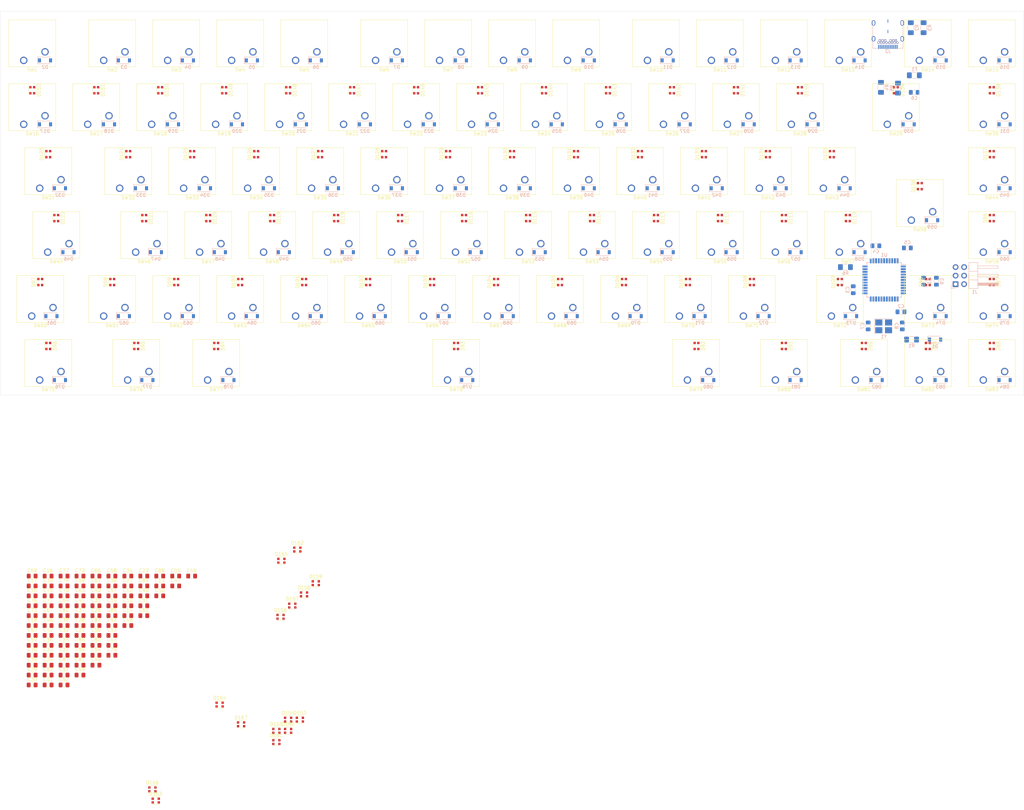
<source format=kicad_pcb>
(kicad_pcb (version 20171130) (host pcbnew 5.1.5+dfsg1-2build2)

  (general
    (thickness 1.6)
    (drawings 4)
    (tracks 0)
    (zones 0)
    (modules 353)
    (nets 217)
  )

  (page A3)
  (layers
    (0 F.Cu signal)
    (31 B.Cu signal)
    (32 B.Adhes user)
    (33 F.Adhes user)
    (34 B.Paste user)
    (35 F.Paste user)
    (36 B.SilkS user)
    (37 F.SilkS user)
    (38 B.Mask user)
    (39 F.Mask user)
    (40 Dwgs.User user)
    (41 Cmts.User user)
    (42 Eco1.User user)
    (43 Eco2.User user)
    (44 Edge.Cuts user)
    (45 Margin user)
    (46 B.CrtYd user)
    (47 F.CrtYd user)
    (48 B.Fab user)
    (49 F.Fab user)
  )

  (setup
    (last_trace_width 0.25)
    (trace_clearance 0.2)
    (zone_clearance 0.508)
    (zone_45_only no)
    (trace_min 0.2)
    (via_size 0.8)
    (via_drill 0.4)
    (via_min_size 0.6)
    (via_min_drill 0.3)
    (uvia_size 0.3)
    (uvia_drill 0.1)
    (uvias_allowed no)
    (uvia_min_size 0.2)
    (uvia_min_drill 0.1)
    (edge_width 0.05)
    (segment_width 0.2)
    (pcb_text_width 0.3)
    (pcb_text_size 1.5 1.5)
    (mod_edge_width 0.12)
    (mod_text_size 1 1)
    (mod_text_width 0.15)
    (pad_size 1.524 1.524)
    (pad_drill 0.762)
    (pad_to_mask_clearance 0.051)
    (solder_mask_min_width 0.25)
    (aux_axis_origin 0 0)
    (visible_elements FFFFF77F)
    (pcbplotparams
      (layerselection 0x010fc_ffffffff)
      (usegerberextensions false)
      (usegerberattributes false)
      (usegerberadvancedattributes false)
      (creategerberjobfile false)
      (excludeedgelayer true)
      (linewidth 0.100000)
      (plotframeref false)
      (viasonmask false)
      (mode 1)
      (useauxorigin false)
      (hpglpennumber 1)
      (hpglpenspeed 20)
      (hpglpendiameter 15.000000)
      (psnegative false)
      (psa4output false)
      (plotreference true)
      (plotvalue true)
      (plotinvisibletext false)
      (padsonsilk false)
      (subtractmaskfromsilk false)
      (outputformat 1)
      (mirror false)
      (drillshape 1)
      (scaleselection 1)
      (outputdirectory ""))
  )

  (net 0 "")
  (net 1 GND)
  (net 2 +5V)
  (net 3 "Net-(C7-Pad1)")
  (net 4 "Net-(C8-Pad2)")
  (net 5 "Net-(C9-Pad1)")
  (net 6 RST)
  (net 7 ROW0)
  (net 8 "Net-(D2-Pad2)")
  (net 9 "Net-(D3-Pad2)")
  (net 10 "Net-(D4-Pad2)")
  (net 11 "Net-(D5-Pad2)")
  (net 12 "Net-(D6-Pad2)")
  (net 13 "Net-(D7-Pad2)")
  (net 14 "Net-(D8-Pad2)")
  (net 15 "Net-(D9-Pad2)")
  (net 16 "Net-(D10-Pad2)")
  (net 17 "Net-(D11-Pad2)")
  (net 18 "Net-(D12-Pad2)")
  (net 19 "Net-(D13-Pad2)")
  (net 20 "Net-(D14-Pad2)")
  (net 21 "Net-(D15-Pad2)")
  (net 22 "Net-(D16-Pad2)")
  (net 23 ROW1)
  (net 24 "Net-(D17-Pad2)")
  (net 25 "Net-(D18-Pad2)")
  (net 26 "Net-(D19-Pad2)")
  (net 27 "Net-(D20-Pad2)")
  (net 28 "Net-(D21-Pad2)")
  (net 29 "Net-(D22-Pad2)")
  (net 30 "Net-(D23-Pad2)")
  (net 31 "Net-(D24-Pad2)")
  (net 32 "Net-(D25-Pad2)")
  (net 33 "Net-(D26-Pad2)")
  (net 34 "Net-(D27-Pad2)")
  (net 35 "Net-(D28-Pad2)")
  (net 36 "Net-(D29-Pad2)")
  (net 37 "Net-(D30-Pad2)")
  (net 38 "Net-(D31-Pad2)")
  (net 39 "Net-(D32-Pad2)")
  (net 40 ROW2)
  (net 41 "Net-(D33-Pad2)")
  (net 42 "Net-(D34-Pad2)")
  (net 43 "Net-(D35-Pad2)")
  (net 44 "Net-(D36-Pad2)")
  (net 45 "Net-(D37-Pad2)")
  (net 46 "Net-(D38-Pad2)")
  (net 47 "Net-(D39-Pad2)")
  (net 48 "Net-(D40-Pad2)")
  (net 49 "Net-(D41-Pad2)")
  (net 50 "Net-(D42-Pad2)")
  (net 51 "Net-(D43-Pad2)")
  (net 52 "Net-(D44-Pad2)")
  (net 53 "Net-(D45-Pad2)")
  (net 54 "Net-(D46-Pad2)")
  (net 55 ROW3)
  (net 56 "Net-(D47-Pad2)")
  (net 57 "Net-(D48-Pad2)")
  (net 58 "Net-(D49-Pad2)")
  (net 59 "Net-(D50-Pad2)")
  (net 60 "Net-(D51-Pad2)")
  (net 61 "Net-(D52-Pad2)")
  (net 62 "Net-(D53-Pad2)")
  (net 63 "Net-(D54-Pad2)")
  (net 64 "Net-(D55-Pad2)")
  (net 65 "Net-(D56-Pad2)")
  (net 66 "Net-(D57-Pad2)")
  (net 67 "Net-(D58-Pad2)")
  (net 68 "Net-(D59-Pad2)")
  (net 69 "Net-(D60-Pad2)")
  (net 70 ROW4)
  (net 71 "Net-(D61-Pad2)")
  (net 72 "Net-(D62-Pad2)")
  (net 73 "Net-(D63-Pad2)")
  (net 74 "Net-(D64-Pad2)")
  (net 75 "Net-(D65-Pad2)")
  (net 76 "Net-(D66-Pad2)")
  (net 77 "Net-(D67-Pad2)")
  (net 78 "Net-(D68-Pad2)")
  (net 79 "Net-(D69-Pad2)")
  (net 80 "Net-(D70-Pad2)")
  (net 81 "Net-(D71-Pad2)")
  (net 82 "Net-(D72-Pad2)")
  (net 83 "Net-(D73-Pad2)")
  (net 84 "Net-(D74-Pad2)")
  (net 85 "Net-(D75-Pad2)")
  (net 86 ROW5)
  (net 87 "Net-(D76-Pad2)")
  (net 88 "Net-(D77-Pad2)")
  (net 89 "Net-(D78-Pad2)")
  (net 90 "Net-(D79-Pad2)")
  (net 91 "Net-(D80-Pad2)")
  (net 92 "Net-(D81-Pad2)")
  (net 93 "Net-(D82-Pad2)")
  (net 94 "Net-(D83-Pad2)")
  (net 95 "Net-(D84-Pad2)")
  (net 96 "Net-(D85-Pad2)")
  (net 97 DIN)
  (net 98 "Net-(D86-Pad2)")
  (net 99 "Net-(D87-Pad2)")
  (net 100 "Net-(D88-Pad2)")
  (net 101 "Net-(D89-Pad2)")
  (net 102 "Net-(D90-Pad2)")
  (net 103 "Net-(D91-Pad2)")
  (net 104 "Net-(D92-Pad2)")
  (net 105 "Net-(D93-Pad2)")
  (net 106 "Net-(D94-Pad2)")
  (net 107 "Net-(D95-Pad2)")
  (net 108 "Net-(D96-Pad2)")
  (net 109 "Net-(D97-Pad2)")
  (net 110 "Net-(D98-Pad2)")
  (net 111 "Net-(D100-Pad4)")
  (net 112 "Net-(D100-Pad2)")
  (net 113 "Net-(D101-Pad2)")
  (net 114 "Net-(D102-Pad2)")
  (net 115 "Net-(D103-Pad2)")
  (net 116 "Net-(D104-Pad2)")
  (net 117 "Net-(D105-Pad2)")
  (net 118 "Net-(D106-Pad2)")
  (net 119 "Net-(D107-Pad2)")
  (net 120 "Net-(D108-Pad2)")
  (net 121 "Net-(D109-Pad2)")
  (net 122 "Net-(D110-Pad2)")
  (net 123 "Net-(D111-Pad2)")
  (net 124 "Net-(D112-Pad2)")
  (net 125 "Net-(D113-Pad2)")
  (net 126 "Net-(D114-Pad2)")
  (net 127 "Net-(D115-Pad2)")
  (net 128 "Net-(D116-Pad2)")
  (net 129 "Net-(D117-Pad2)")
  (net 130 "Net-(D118-Pad2)")
  (net 131 "Net-(D119-Pad2)")
  (net 132 "Net-(D120-Pad2)")
  (net 133 "Net-(D121-Pad2)")
  (net 134 "Net-(D122-Pad2)")
  (net 135 "Net-(D123-Pad2)")
  (net 136 "Net-(D124-Pad2)")
  (net 137 "Net-(D125-Pad2)")
  (net 138 "Net-(D126-Pad2)")
  (net 139 "Net-(D127-Pad2)")
  (net 140 "Net-(D128-Pad2)")
  (net 141 "Net-(D129-Pad2)")
  (net 142 "Net-(D130-Pad2)")
  (net 143 "Net-(D131-Pad2)")
  (net 144 "Net-(D132-Pad2)")
  (net 145 "Net-(D133-Pad2)")
  (net 146 "Net-(D134-Pad2)")
  (net 147 "Net-(D135-Pad2)")
  (net 148 "Net-(D136-Pad2)")
  (net 149 "Net-(D137-Pad2)")
  (net 150 "Net-(D138-Pad2)")
  (net 151 "Net-(D139-Pad2)")
  (net 152 "Net-(D140-Pad2)")
  (net 153 "Net-(D141-Pad2)")
  (net 154 "Net-(D142-Pad2)")
  (net 155 "Net-(D143-Pad2)")
  (net 156 "Net-(D144-Pad2)")
  (net 157 "Net-(D145-Pad2)")
  (net 158 "Net-(D146-Pad2)")
  (net 159 "Net-(D147-Pad2)")
  (net 160 "Net-(D148-Pad2)")
  (net 161 "Net-(D149-Pad2)")
  (net 162 "Net-(D150-Pad2)")
  (net 163 "Net-(D151-Pad2)")
  (net 164 "Net-(D152-Pad2)")
  (net 165 "Net-(D153-Pad2)")
  (net 166 "Net-(D154-Pad2)")
  (net 167 "Net-(D155-Pad2)")
  (net 168 "Net-(D156-Pad2)")
  (net 169 "Net-(D157-Pad2)")
  (net 170 "Net-(D158-Pad2)")
  (net 171 "Net-(D159-Pad2)")
  (net 172 "Net-(D160-Pad2)")
  (net 173 "Net-(D161-Pad2)")
  (net 174 "Net-(D162-Pad2)")
  (net 175 "Net-(D163-Pad2)")
  (net 176 "Net-(D164-Pad2)")
  (net 177 "Net-(D165-Pad2)")
  (net 178 "Net-(D166-Pad2)")
  (net 179 "Net-(D167-Pad2)")
  (net 180 "Net-(F1-Pad2)")
  (net 181 COL02)
  (net 182 COL00)
  (net 183 COL01)
  (net 184 "Net-(J2-PadA11)")
  (net 185 "Net-(J2-PadA10)")
  (net 186 "Net-(J2-PadA8)")
  (net 187 D-)
  (net 188 D+)
  (net 189 "Net-(J2-PadA5)")
  (net 190 "Net-(J2-PadA3)")
  (net 191 "Net-(J2-PadA2)")
  (net 192 "Net-(J2-PadB10)")
  (net 193 "Net-(J2-PadB3)")
  (net 194 "Net-(J2-PadB8)")
  (net 195 "Net-(J2-PadB5)")
  (net 196 "Net-(J2-PadB2)")
  (net 197 "Net-(J2-PadB11)")
  (net 198 "Net-(R4-Pad1)")
  (net 199 "Net-(R5-Pad2)")
  (net 200 "Net-(R6-Pad2)")
  (net 201 COL03)
  (net 202 COL04)
  (net 203 COL06)
  (net 204 COL07)
  (net 205 COL08)
  (net 206 COL09)
  (net 207 COL10)
  (net 208 COL11)
  (net 209 COL12)
  (net 210 COL13)
  (net 211 COL14)
  (net 212 COL15)
  (net 213 COL05)
  (net 214 "Net-(U1-Pad1)")
  (net 215 "Net-(U1-Pad8)")
  (net 216 "Net-(U1-Pad42)")

  (net_class Default "Dies ist die voreingestellte Netzklasse."
    (clearance 0.2)
    (trace_width 0.25)
    (via_dia 0.8)
    (via_drill 0.4)
    (uvia_dia 0.3)
    (uvia_drill 0.1)
    (add_net +5V)
    (add_net COL00)
    (add_net COL01)
    (add_net COL02)
    (add_net COL03)
    (add_net COL04)
    (add_net COL05)
    (add_net COL06)
    (add_net COL07)
    (add_net COL08)
    (add_net COL09)
    (add_net COL10)
    (add_net COL11)
    (add_net COL12)
    (add_net COL13)
    (add_net COL14)
    (add_net COL15)
    (add_net D+)
    (add_net D-)
    (add_net DIN)
    (add_net GND)
    (add_net "Net-(C7-Pad1)")
    (add_net "Net-(C8-Pad2)")
    (add_net "Net-(C9-Pad1)")
    (add_net "Net-(D10-Pad2)")
    (add_net "Net-(D100-Pad2)")
    (add_net "Net-(D100-Pad4)")
    (add_net "Net-(D101-Pad2)")
    (add_net "Net-(D102-Pad2)")
    (add_net "Net-(D103-Pad2)")
    (add_net "Net-(D104-Pad2)")
    (add_net "Net-(D105-Pad2)")
    (add_net "Net-(D106-Pad2)")
    (add_net "Net-(D107-Pad2)")
    (add_net "Net-(D108-Pad2)")
    (add_net "Net-(D109-Pad2)")
    (add_net "Net-(D11-Pad2)")
    (add_net "Net-(D110-Pad2)")
    (add_net "Net-(D111-Pad2)")
    (add_net "Net-(D112-Pad2)")
    (add_net "Net-(D113-Pad2)")
    (add_net "Net-(D114-Pad2)")
    (add_net "Net-(D115-Pad2)")
    (add_net "Net-(D116-Pad2)")
    (add_net "Net-(D117-Pad2)")
    (add_net "Net-(D118-Pad2)")
    (add_net "Net-(D119-Pad2)")
    (add_net "Net-(D12-Pad2)")
    (add_net "Net-(D120-Pad2)")
    (add_net "Net-(D121-Pad2)")
    (add_net "Net-(D122-Pad2)")
    (add_net "Net-(D123-Pad2)")
    (add_net "Net-(D124-Pad2)")
    (add_net "Net-(D125-Pad2)")
    (add_net "Net-(D126-Pad2)")
    (add_net "Net-(D127-Pad2)")
    (add_net "Net-(D128-Pad2)")
    (add_net "Net-(D129-Pad2)")
    (add_net "Net-(D13-Pad2)")
    (add_net "Net-(D130-Pad2)")
    (add_net "Net-(D131-Pad2)")
    (add_net "Net-(D132-Pad2)")
    (add_net "Net-(D133-Pad2)")
    (add_net "Net-(D134-Pad2)")
    (add_net "Net-(D135-Pad2)")
    (add_net "Net-(D136-Pad2)")
    (add_net "Net-(D137-Pad2)")
    (add_net "Net-(D138-Pad2)")
    (add_net "Net-(D139-Pad2)")
    (add_net "Net-(D14-Pad2)")
    (add_net "Net-(D140-Pad2)")
    (add_net "Net-(D141-Pad2)")
    (add_net "Net-(D142-Pad2)")
    (add_net "Net-(D143-Pad2)")
    (add_net "Net-(D144-Pad2)")
    (add_net "Net-(D145-Pad2)")
    (add_net "Net-(D146-Pad2)")
    (add_net "Net-(D147-Pad2)")
    (add_net "Net-(D148-Pad2)")
    (add_net "Net-(D149-Pad2)")
    (add_net "Net-(D15-Pad2)")
    (add_net "Net-(D150-Pad2)")
    (add_net "Net-(D151-Pad2)")
    (add_net "Net-(D152-Pad2)")
    (add_net "Net-(D153-Pad2)")
    (add_net "Net-(D154-Pad2)")
    (add_net "Net-(D155-Pad2)")
    (add_net "Net-(D156-Pad2)")
    (add_net "Net-(D157-Pad2)")
    (add_net "Net-(D158-Pad2)")
    (add_net "Net-(D159-Pad2)")
    (add_net "Net-(D16-Pad2)")
    (add_net "Net-(D160-Pad2)")
    (add_net "Net-(D161-Pad2)")
    (add_net "Net-(D162-Pad2)")
    (add_net "Net-(D163-Pad2)")
    (add_net "Net-(D164-Pad2)")
    (add_net "Net-(D165-Pad2)")
    (add_net "Net-(D166-Pad2)")
    (add_net "Net-(D167-Pad2)")
    (add_net "Net-(D17-Pad2)")
    (add_net "Net-(D18-Pad2)")
    (add_net "Net-(D19-Pad2)")
    (add_net "Net-(D2-Pad2)")
    (add_net "Net-(D20-Pad2)")
    (add_net "Net-(D21-Pad2)")
    (add_net "Net-(D22-Pad2)")
    (add_net "Net-(D23-Pad2)")
    (add_net "Net-(D24-Pad2)")
    (add_net "Net-(D25-Pad2)")
    (add_net "Net-(D26-Pad2)")
    (add_net "Net-(D27-Pad2)")
    (add_net "Net-(D28-Pad2)")
    (add_net "Net-(D29-Pad2)")
    (add_net "Net-(D3-Pad2)")
    (add_net "Net-(D30-Pad2)")
    (add_net "Net-(D31-Pad2)")
    (add_net "Net-(D32-Pad2)")
    (add_net "Net-(D33-Pad2)")
    (add_net "Net-(D34-Pad2)")
    (add_net "Net-(D35-Pad2)")
    (add_net "Net-(D36-Pad2)")
    (add_net "Net-(D37-Pad2)")
    (add_net "Net-(D38-Pad2)")
    (add_net "Net-(D39-Pad2)")
    (add_net "Net-(D4-Pad2)")
    (add_net "Net-(D40-Pad2)")
    (add_net "Net-(D41-Pad2)")
    (add_net "Net-(D42-Pad2)")
    (add_net "Net-(D43-Pad2)")
    (add_net "Net-(D44-Pad2)")
    (add_net "Net-(D45-Pad2)")
    (add_net "Net-(D46-Pad2)")
    (add_net "Net-(D47-Pad2)")
    (add_net "Net-(D48-Pad2)")
    (add_net "Net-(D49-Pad2)")
    (add_net "Net-(D5-Pad2)")
    (add_net "Net-(D50-Pad2)")
    (add_net "Net-(D51-Pad2)")
    (add_net "Net-(D52-Pad2)")
    (add_net "Net-(D53-Pad2)")
    (add_net "Net-(D54-Pad2)")
    (add_net "Net-(D55-Pad2)")
    (add_net "Net-(D56-Pad2)")
    (add_net "Net-(D57-Pad2)")
    (add_net "Net-(D58-Pad2)")
    (add_net "Net-(D59-Pad2)")
    (add_net "Net-(D6-Pad2)")
    (add_net "Net-(D60-Pad2)")
    (add_net "Net-(D61-Pad2)")
    (add_net "Net-(D62-Pad2)")
    (add_net "Net-(D63-Pad2)")
    (add_net "Net-(D64-Pad2)")
    (add_net "Net-(D65-Pad2)")
    (add_net "Net-(D66-Pad2)")
    (add_net "Net-(D67-Pad2)")
    (add_net "Net-(D68-Pad2)")
    (add_net "Net-(D69-Pad2)")
    (add_net "Net-(D7-Pad2)")
    (add_net "Net-(D70-Pad2)")
    (add_net "Net-(D71-Pad2)")
    (add_net "Net-(D72-Pad2)")
    (add_net "Net-(D73-Pad2)")
    (add_net "Net-(D74-Pad2)")
    (add_net "Net-(D75-Pad2)")
    (add_net "Net-(D76-Pad2)")
    (add_net "Net-(D77-Pad2)")
    (add_net "Net-(D78-Pad2)")
    (add_net "Net-(D79-Pad2)")
    (add_net "Net-(D8-Pad2)")
    (add_net "Net-(D80-Pad2)")
    (add_net "Net-(D81-Pad2)")
    (add_net "Net-(D82-Pad2)")
    (add_net "Net-(D83-Pad2)")
    (add_net "Net-(D84-Pad2)")
    (add_net "Net-(D85-Pad2)")
    (add_net "Net-(D86-Pad2)")
    (add_net "Net-(D87-Pad2)")
    (add_net "Net-(D88-Pad2)")
    (add_net "Net-(D89-Pad2)")
    (add_net "Net-(D9-Pad2)")
    (add_net "Net-(D90-Pad2)")
    (add_net "Net-(D91-Pad2)")
    (add_net "Net-(D92-Pad2)")
    (add_net "Net-(D93-Pad2)")
    (add_net "Net-(D94-Pad2)")
    (add_net "Net-(D95-Pad2)")
    (add_net "Net-(D96-Pad2)")
    (add_net "Net-(D97-Pad2)")
    (add_net "Net-(D98-Pad2)")
    (add_net "Net-(F1-Pad2)")
    (add_net "Net-(J2-PadA10)")
    (add_net "Net-(J2-PadA11)")
    (add_net "Net-(J2-PadA2)")
    (add_net "Net-(J2-PadA3)")
    (add_net "Net-(J2-PadA5)")
    (add_net "Net-(J2-PadA8)")
    (add_net "Net-(J2-PadB10)")
    (add_net "Net-(J2-PadB11)")
    (add_net "Net-(J2-PadB2)")
    (add_net "Net-(J2-PadB3)")
    (add_net "Net-(J2-PadB5)")
    (add_net "Net-(J2-PadB8)")
    (add_net "Net-(R4-Pad1)")
    (add_net "Net-(R5-Pad2)")
    (add_net "Net-(R6-Pad2)")
    (add_net "Net-(U1-Pad1)")
    (add_net "Net-(U1-Pad42)")
    (add_net "Net-(U1-Pad8)")
    (add_net ROW0)
    (add_net ROW1)
    (add_net ROW2)
    (add_net ROW3)
    (add_net ROW4)
    (add_net ROW5)
    (add_net RST)
  )

  (module Capacitor_SMD:C_0805_2012Metric_Pad1.15x1.40mm_HandSolder (layer B.Cu) (tedit 5B36C52B) (tstamp 5F1B5C2D)
    (at 313.055 118.5 90)
    (descr "Capacitor SMD 0805 (2012 Metric), square (rectangular) end terminal, IPC_7351 nominal with elongated pad for handsoldering. (Body size source: https://docs.google.com/spreadsheets/d/1BsfQQcO9C6DZCsRaXUlFlo91Tg2WpOkGARC1WS5S8t0/edit?usp=sharing), generated with kicad-footprint-generator")
    (tags "capacitor handsolder")
    (path /5F92990D)
    (attr smd)
    (fp_text reference C1 (at 0 1.65 90) (layer B.SilkS)
      (effects (font (size 1 1) (thickness 0.15)) (justify mirror))
    )
    (fp_text value 0.1uF (at 0 -1.65 90) (layer B.Fab)
      (effects (font (size 1 1) (thickness 0.15)) (justify mirror))
    )
    (fp_text user %R (at 0 0 90) (layer B.Fab)
      (effects (font (size 0.5 0.5) (thickness 0.08)) (justify mirror))
    )
    (fp_line (start 1.85 -0.95) (end -1.85 -0.95) (layer B.CrtYd) (width 0.05))
    (fp_line (start 1.85 0.95) (end 1.85 -0.95) (layer B.CrtYd) (width 0.05))
    (fp_line (start -1.85 0.95) (end 1.85 0.95) (layer B.CrtYd) (width 0.05))
    (fp_line (start -1.85 -0.95) (end -1.85 0.95) (layer B.CrtYd) (width 0.05))
    (fp_line (start -0.261252 -0.71) (end 0.261252 -0.71) (layer B.SilkS) (width 0.12))
    (fp_line (start -0.261252 0.71) (end 0.261252 0.71) (layer B.SilkS) (width 0.12))
    (fp_line (start 1 -0.6) (end -1 -0.6) (layer B.Fab) (width 0.1))
    (fp_line (start 1 0.6) (end 1 -0.6) (layer B.Fab) (width 0.1))
    (fp_line (start -1 0.6) (end 1 0.6) (layer B.Fab) (width 0.1))
    (fp_line (start -1 -0.6) (end -1 0.6) (layer B.Fab) (width 0.1))
    (pad 2 smd roundrect (at 1.025 0 90) (size 1.15 1.4) (layers B.Cu B.Paste B.Mask) (roundrect_rratio 0.217391)
      (net 1 GND))
    (pad 1 smd roundrect (at -1.025 0 90) (size 1.15 1.4) (layers B.Cu B.Paste B.Mask) (roundrect_rratio 0.217391)
      (net 2 +5V))
    (model ${KISYS3DMOD}/Capacitor_SMD.3dshapes/C_0805_2012Metric.wrl
      (at (xyz 0 0 0))
      (scale (xyz 1 1 1))
      (rotate (xyz 0 0 0))
    )
  )

  (module Capacitor_SMD:C_0805_2012Metric_Pad1.15x1.40mm_HandSolder (layer B.Cu) (tedit 5B36C52B) (tstamp 5F15EB29)
    (at 306.315 127.635 180)
    (descr "Capacitor SMD 0805 (2012 Metric), square (rectangular) end terminal, IPC_7351 nominal with elongated pad for handsoldering. (Body size source: https://docs.google.com/spreadsheets/d/1BsfQQcO9C6DZCsRaXUlFlo91Tg2WpOkGARC1WS5S8t0/edit?usp=sharing), generated with kicad-footprint-generator")
    (tags "capacitor handsolder")
    (path /5EFFF252)
    (attr smd)
    (fp_text reference C2 (at 0 1.65) (layer B.SilkS)
      (effects (font (size 1 1) (thickness 0.15)) (justify mirror))
    )
    (fp_text value 0.1uF (at 0 -1.65) (layer B.Fab)
      (effects (font (size 1 1) (thickness 0.15)) (justify mirror))
    )
    (fp_text user %R (at 0 0) (layer B.Fab)
      (effects (font (size 0.5 0.5) (thickness 0.08)) (justify mirror))
    )
    (fp_line (start 1.85 -0.95) (end -1.85 -0.95) (layer B.CrtYd) (width 0.05))
    (fp_line (start 1.85 0.95) (end 1.85 -0.95) (layer B.CrtYd) (width 0.05))
    (fp_line (start -1.85 0.95) (end 1.85 0.95) (layer B.CrtYd) (width 0.05))
    (fp_line (start -1.85 -0.95) (end -1.85 0.95) (layer B.CrtYd) (width 0.05))
    (fp_line (start -0.261252 -0.71) (end 0.261252 -0.71) (layer B.SilkS) (width 0.12))
    (fp_line (start -0.261252 0.71) (end 0.261252 0.71) (layer B.SilkS) (width 0.12))
    (fp_line (start 1 -0.6) (end -1 -0.6) (layer B.Fab) (width 0.1))
    (fp_line (start 1 0.6) (end 1 -0.6) (layer B.Fab) (width 0.1))
    (fp_line (start -1 0.6) (end 1 0.6) (layer B.Fab) (width 0.1))
    (fp_line (start -1 -0.6) (end -1 0.6) (layer B.Fab) (width 0.1))
    (pad 2 smd roundrect (at 1.025 0 180) (size 1.15 1.4) (layers B.Cu B.Paste B.Mask) (roundrect_rratio 0.217391)
      (net 1 GND))
    (pad 1 smd roundrect (at -1.025 0 180) (size 1.15 1.4) (layers B.Cu B.Paste B.Mask) (roundrect_rratio 0.217391)
      (net 2 +5V))
    (model ${KISYS3DMOD}/Capacitor_SMD.3dshapes/C_0805_2012Metric.wrl
      (at (xyz 0 0 0))
      (scale (xyz 1 1 1))
      (rotate (xyz 0 0 0))
    )
  )

  (module Capacitor_SMD:C_0805_2012Metric_Pad1.15x1.40mm_HandSolder (layer B.Cu) (tedit 5B36C52B) (tstamp 5F15EB3A)
    (at 292.1 121.04 270)
    (descr "Capacitor SMD 0805 (2012 Metric), square (rectangular) end terminal, IPC_7351 nominal with elongated pad for handsoldering. (Body size source: https://docs.google.com/spreadsheets/d/1BsfQQcO9C6DZCsRaXUlFlo91Tg2WpOkGARC1WS5S8t0/edit?usp=sharing), generated with kicad-footprint-generator")
    (tags "capacitor handsolder")
    (path /5F00AFA0)
    (attr smd)
    (fp_text reference C3 (at 0 1.65 90) (layer B.SilkS)
      (effects (font (size 1 1) (thickness 0.15)) (justify mirror))
    )
    (fp_text value 0.1uF (at 0 -1.65 90) (layer B.Fab)
      (effects (font (size 1 1) (thickness 0.15)) (justify mirror))
    )
    (fp_text user %R (at 0 0 90) (layer B.Fab)
      (effects (font (size 0.5 0.5) (thickness 0.08)) (justify mirror))
    )
    (fp_line (start 1.85 -0.95) (end -1.85 -0.95) (layer B.CrtYd) (width 0.05))
    (fp_line (start 1.85 0.95) (end 1.85 -0.95) (layer B.CrtYd) (width 0.05))
    (fp_line (start -1.85 0.95) (end 1.85 0.95) (layer B.CrtYd) (width 0.05))
    (fp_line (start -1.85 -0.95) (end -1.85 0.95) (layer B.CrtYd) (width 0.05))
    (fp_line (start -0.261252 -0.71) (end 0.261252 -0.71) (layer B.SilkS) (width 0.12))
    (fp_line (start -0.261252 0.71) (end 0.261252 0.71) (layer B.SilkS) (width 0.12))
    (fp_line (start 1 -0.6) (end -1 -0.6) (layer B.Fab) (width 0.1))
    (fp_line (start 1 0.6) (end 1 -0.6) (layer B.Fab) (width 0.1))
    (fp_line (start -1 0.6) (end 1 0.6) (layer B.Fab) (width 0.1))
    (fp_line (start -1 -0.6) (end -1 0.6) (layer B.Fab) (width 0.1))
    (pad 2 smd roundrect (at 1.025 0 270) (size 1.15 1.4) (layers B.Cu B.Paste B.Mask) (roundrect_rratio 0.217391)
      (net 1 GND))
    (pad 1 smd roundrect (at -1.025 0 270) (size 1.15 1.4) (layers B.Cu B.Paste B.Mask) (roundrect_rratio 0.217391)
      (net 2 +5V))
    (model ${KISYS3DMOD}/Capacitor_SMD.3dshapes/C_0805_2012Metric.wrl
      (at (xyz 0 0 0))
      (scale (xyz 1 1 1))
      (rotate (xyz 0 0 0))
    )
  )

  (module Capacitor_SMD:C_0805_2012Metric_Pad1.15x1.40mm_HandSolder (layer B.Cu) (tedit 5B36C52B) (tstamp 5F15EB4B)
    (at 298.84 107.95)
    (descr "Capacitor SMD 0805 (2012 Metric), square (rectangular) end terminal, IPC_7351 nominal with elongated pad for handsoldering. (Body size source: https://docs.google.com/spreadsheets/d/1BsfQQcO9C6DZCsRaXUlFlo91Tg2WpOkGARC1WS5S8t0/edit?usp=sharing), generated with kicad-footprint-generator")
    (tags "capacitor handsolder")
    (path /5F00B4C3)
    (attr smd)
    (fp_text reference C4 (at 0 1.65) (layer B.SilkS)
      (effects (font (size 1 1) (thickness 0.15)) (justify mirror))
    )
    (fp_text value 0.1uF (at 0 -1.65) (layer B.Fab)
      (effects (font (size 1 1) (thickness 0.15)) (justify mirror))
    )
    (fp_line (start -1 -0.6) (end -1 0.6) (layer B.Fab) (width 0.1))
    (fp_line (start -1 0.6) (end 1 0.6) (layer B.Fab) (width 0.1))
    (fp_line (start 1 0.6) (end 1 -0.6) (layer B.Fab) (width 0.1))
    (fp_line (start 1 -0.6) (end -1 -0.6) (layer B.Fab) (width 0.1))
    (fp_line (start -0.261252 0.71) (end 0.261252 0.71) (layer B.SilkS) (width 0.12))
    (fp_line (start -0.261252 -0.71) (end 0.261252 -0.71) (layer B.SilkS) (width 0.12))
    (fp_line (start -1.85 -0.95) (end -1.85 0.95) (layer B.CrtYd) (width 0.05))
    (fp_line (start -1.85 0.95) (end 1.85 0.95) (layer B.CrtYd) (width 0.05))
    (fp_line (start 1.85 0.95) (end 1.85 -0.95) (layer B.CrtYd) (width 0.05))
    (fp_line (start 1.85 -0.95) (end -1.85 -0.95) (layer B.CrtYd) (width 0.05))
    (fp_text user %R (at 0 0) (layer B.Fab)
      (effects (font (size 0.5 0.5) (thickness 0.08)) (justify mirror))
    )
    (pad 1 smd roundrect (at -1.025 0) (size 1.15 1.4) (layers B.Cu B.Paste B.Mask) (roundrect_rratio 0.217391)
      (net 2 +5V))
    (pad 2 smd roundrect (at 1.025 0) (size 1.15 1.4) (layers B.Cu B.Paste B.Mask) (roundrect_rratio 0.217391)
      (net 1 GND))
    (model ${KISYS3DMOD}/Capacitor_SMD.3dshapes/C_0805_2012Metric.wrl
      (at (xyz 0 0 0))
      (scale (xyz 1 1 1))
      (rotate (xyz 0 0 0))
    )
  )

  (module Capacitor_SMD:C_0805_2012Metric_Pad1.15x1.40mm_HandSolder (layer B.Cu) (tedit 5B36C52B) (tstamp 5F15EB5C)
    (at 308.22 108.585 180)
    (descr "Capacitor SMD 0805 (2012 Metric), square (rectangular) end terminal, IPC_7351 nominal with elongated pad for handsoldering. (Body size source: https://docs.google.com/spreadsheets/d/1BsfQQcO9C6DZCsRaXUlFlo91Tg2WpOkGARC1WS5S8t0/edit?usp=sharing), generated with kicad-footprint-generator")
    (tags "capacitor handsolder")
    (path /5F92A552)
    (attr smd)
    (fp_text reference C5 (at 0 1.65) (layer B.SilkS)
      (effects (font (size 1 1) (thickness 0.15)) (justify mirror))
    )
    (fp_text value 0.1uF (at 0 -1.65) (layer B.Fab)
      (effects (font (size 1 1) (thickness 0.15)) (justify mirror))
    )
    (fp_text user %R (at 0 0) (layer B.Fab)
      (effects (font (size 0.5 0.5) (thickness 0.08)) (justify mirror))
    )
    (fp_line (start 1.85 -0.95) (end -1.85 -0.95) (layer B.CrtYd) (width 0.05))
    (fp_line (start 1.85 0.95) (end 1.85 -0.95) (layer B.CrtYd) (width 0.05))
    (fp_line (start -1.85 0.95) (end 1.85 0.95) (layer B.CrtYd) (width 0.05))
    (fp_line (start -1.85 -0.95) (end -1.85 0.95) (layer B.CrtYd) (width 0.05))
    (fp_line (start -0.261252 -0.71) (end 0.261252 -0.71) (layer B.SilkS) (width 0.12))
    (fp_line (start -0.261252 0.71) (end 0.261252 0.71) (layer B.SilkS) (width 0.12))
    (fp_line (start 1 -0.6) (end -1 -0.6) (layer B.Fab) (width 0.1))
    (fp_line (start 1 0.6) (end 1 -0.6) (layer B.Fab) (width 0.1))
    (fp_line (start -1 0.6) (end 1 0.6) (layer B.Fab) (width 0.1))
    (fp_line (start -1 -0.6) (end -1 0.6) (layer B.Fab) (width 0.1))
    (pad 2 smd roundrect (at 1.025 0 180) (size 1.15 1.4) (layers B.Cu B.Paste B.Mask) (roundrect_rratio 0.217391)
      (net 1 GND))
    (pad 1 smd roundrect (at -1.025 0 180) (size 1.15 1.4) (layers B.Cu B.Paste B.Mask) (roundrect_rratio 0.217391)
      (net 2 +5V))
    (model ${KISYS3DMOD}/Capacitor_SMD.3dshapes/C_0805_2012Metric.wrl
      (at (xyz 0 0 0))
      (scale (xyz 1 1 1))
      (rotate (xyz 0 0 0))
    )
  )

  (module Capacitor_SMD:C_0805_2012Metric_Pad1.15x1.40mm_HandSolder (layer B.Cu) (tedit 5B36C52B) (tstamp 5F15EB6D)
    (at 310.27 62.23)
    (descr "Capacitor SMD 0805 (2012 Metric), square (rectangular) end terminal, IPC_7351 nominal with elongated pad for handsoldering. (Body size source: https://docs.google.com/spreadsheets/d/1BsfQQcO9C6DZCsRaXUlFlo91Tg2WpOkGARC1WS5S8t0/edit?usp=sharing), generated with kicad-footprint-generator")
    (tags "capacitor handsolder")
    (path /5F007EF5)
    (attr smd)
    (fp_text reference C6 (at 0 1.65) (layer B.SilkS)
      (effects (font (size 1 1) (thickness 0.15)) (justify mirror))
    )
    (fp_text value 10uF (at 0 -1.65) (layer B.Fab)
      (effects (font (size 1 1) (thickness 0.15)) (justify mirror))
    )
    (fp_line (start -1 -0.6) (end -1 0.6) (layer B.Fab) (width 0.1))
    (fp_line (start -1 0.6) (end 1 0.6) (layer B.Fab) (width 0.1))
    (fp_line (start 1 0.6) (end 1 -0.6) (layer B.Fab) (width 0.1))
    (fp_line (start 1 -0.6) (end -1 -0.6) (layer B.Fab) (width 0.1))
    (fp_line (start -0.261252 0.71) (end 0.261252 0.71) (layer B.SilkS) (width 0.12))
    (fp_line (start -0.261252 -0.71) (end 0.261252 -0.71) (layer B.SilkS) (width 0.12))
    (fp_line (start -1.85 -0.95) (end -1.85 0.95) (layer B.CrtYd) (width 0.05))
    (fp_line (start -1.85 0.95) (end 1.85 0.95) (layer B.CrtYd) (width 0.05))
    (fp_line (start 1.85 0.95) (end 1.85 -0.95) (layer B.CrtYd) (width 0.05))
    (fp_line (start 1.85 -0.95) (end -1.85 -0.95) (layer B.CrtYd) (width 0.05))
    (fp_text user %R (at 0 0) (layer B.Fab)
      (effects (font (size 0.5 0.5) (thickness 0.08)) (justify mirror))
    )
    (pad 1 smd roundrect (at -1.025 0) (size 1.15 1.4) (layers B.Cu B.Paste B.Mask) (roundrect_rratio 0.217391)
      (net 2 +5V))
    (pad 2 smd roundrect (at 1.025 0) (size 1.15 1.4) (layers B.Cu B.Paste B.Mask) (roundrect_rratio 0.217391)
      (net 1 GND))
    (model ${KISYS3DMOD}/Capacitor_SMD.3dshapes/C_0805_2012Metric.wrl
      (at (xyz 0 0 0))
      (scale (xyz 1 1 1))
      (rotate (xyz 0 0 0))
    )
  )

  (module Capacitor_SMD:C_0805_2012Metric_Pad1.15x1.40mm_HandSolder (layer B.Cu) (tedit 5B36C52B) (tstamp 5F15EB7E)
    (at 296.545 131.835 270)
    (descr "Capacitor SMD 0805 (2012 Metric), square (rectangular) end terminal, IPC_7351 nominal with elongated pad for handsoldering. (Body size source: https://docs.google.com/spreadsheets/d/1BsfQQcO9C6DZCsRaXUlFlo91Tg2WpOkGARC1WS5S8t0/edit?usp=sharing), generated with kicad-footprint-generator")
    (tags "capacitor handsolder")
    (path /5F0786B1)
    (attr smd)
    (fp_text reference C7 (at 0 1.65 90) (layer B.SilkS)
      (effects (font (size 1 1) (thickness 0.15)) (justify mirror))
    )
    (fp_text value 22pF (at 0 -1.65 90) (layer B.Fab)
      (effects (font (size 1 1) (thickness 0.15)) (justify mirror))
    )
    (fp_text user %R (at 0 0 90) (layer B.Fab)
      (effects (font (size 0.5 0.5) (thickness 0.08)) (justify mirror))
    )
    (fp_line (start 1.85 -0.95) (end -1.85 -0.95) (layer B.CrtYd) (width 0.05))
    (fp_line (start 1.85 0.95) (end 1.85 -0.95) (layer B.CrtYd) (width 0.05))
    (fp_line (start -1.85 0.95) (end 1.85 0.95) (layer B.CrtYd) (width 0.05))
    (fp_line (start -1.85 -0.95) (end -1.85 0.95) (layer B.CrtYd) (width 0.05))
    (fp_line (start -0.261252 -0.71) (end 0.261252 -0.71) (layer B.SilkS) (width 0.12))
    (fp_line (start -0.261252 0.71) (end 0.261252 0.71) (layer B.SilkS) (width 0.12))
    (fp_line (start 1 -0.6) (end -1 -0.6) (layer B.Fab) (width 0.1))
    (fp_line (start 1 0.6) (end 1 -0.6) (layer B.Fab) (width 0.1))
    (fp_line (start -1 0.6) (end 1 0.6) (layer B.Fab) (width 0.1))
    (fp_line (start -1 -0.6) (end -1 0.6) (layer B.Fab) (width 0.1))
    (pad 2 smd roundrect (at 1.025 0 270) (size 1.15 1.4) (layers B.Cu B.Paste B.Mask) (roundrect_rratio 0.217391)
      (net 1 GND))
    (pad 1 smd roundrect (at -1.025 0 270) (size 1.15 1.4) (layers B.Cu B.Paste B.Mask) (roundrect_rratio 0.217391)
      (net 3 "Net-(C7-Pad1)"))
    (model ${KISYS3DMOD}/Capacitor_SMD.3dshapes/C_0805_2012Metric.wrl
      (at (xyz 0 0 0))
      (scale (xyz 1 1 1))
      (rotate (xyz 0 0 0))
    )
  )

  (module Capacitor_SMD:C_0805_2012Metric_Pad1.15x1.40mm_HandSolder (layer B.Cu) (tedit 5B36C52B) (tstamp 5F15EB8F)
    (at 306.705 131.835 270)
    (descr "Capacitor SMD 0805 (2012 Metric), square (rectangular) end terminal, IPC_7351 nominal with elongated pad for handsoldering. (Body size source: https://docs.google.com/spreadsheets/d/1BsfQQcO9C6DZCsRaXUlFlo91Tg2WpOkGARC1WS5S8t0/edit?usp=sharing), generated with kicad-footprint-generator")
    (tags "capacitor handsolder")
    (path /5F0BA64F)
    (attr smd)
    (fp_text reference C8 (at 0 1.65 90) (layer B.SilkS)
      (effects (font (size 1 1) (thickness 0.15)) (justify mirror))
    )
    (fp_text value 22pF (at 0 -1.65 90) (layer B.Fab)
      (effects (font (size 1 1) (thickness 0.15)) (justify mirror))
    )
    (fp_text user %R (at 0 0 90) (layer B.Fab)
      (effects (font (size 0.5 0.5) (thickness 0.08)) (justify mirror))
    )
    (fp_line (start 1.85 -0.95) (end -1.85 -0.95) (layer B.CrtYd) (width 0.05))
    (fp_line (start 1.85 0.95) (end 1.85 -0.95) (layer B.CrtYd) (width 0.05))
    (fp_line (start -1.85 0.95) (end 1.85 0.95) (layer B.CrtYd) (width 0.05))
    (fp_line (start -1.85 -0.95) (end -1.85 0.95) (layer B.CrtYd) (width 0.05))
    (fp_line (start -0.261252 -0.71) (end 0.261252 -0.71) (layer B.SilkS) (width 0.12))
    (fp_line (start -0.261252 0.71) (end 0.261252 0.71) (layer B.SilkS) (width 0.12))
    (fp_line (start 1 -0.6) (end -1 -0.6) (layer B.Fab) (width 0.1))
    (fp_line (start 1 0.6) (end 1 -0.6) (layer B.Fab) (width 0.1))
    (fp_line (start -1 0.6) (end 1 0.6) (layer B.Fab) (width 0.1))
    (fp_line (start -1 -0.6) (end -1 0.6) (layer B.Fab) (width 0.1))
    (pad 2 smd roundrect (at 1.025 0 270) (size 1.15 1.4) (layers B.Cu B.Paste B.Mask) (roundrect_rratio 0.217391)
      (net 4 "Net-(C8-Pad2)"))
    (pad 1 smd roundrect (at -1.025 0 270) (size 1.15 1.4) (layers B.Cu B.Paste B.Mask) (roundrect_rratio 0.217391)
      (net 1 GND))
    (model ${KISYS3DMOD}/Capacitor_SMD.3dshapes/C_0805_2012Metric.wrl
      (at (xyz 0 0 0))
      (scale (xyz 1 1 1))
      (rotate (xyz 0 0 0))
    )
  )

  (module Capacitor_SMD:C_0805_2012Metric_Pad1.15x1.40mm_HandSolder (layer B.Cu) (tedit 5B36C52B) (tstamp 5F15EBA0)
    (at 316.865 118.5 90)
    (descr "Capacitor SMD 0805 (2012 Metric), square (rectangular) end terminal, IPC_7351 nominal with elongated pad for handsoldering. (Body size source: https://docs.google.com/spreadsheets/d/1BsfQQcO9C6DZCsRaXUlFlo91Tg2WpOkGARC1WS5S8t0/edit?usp=sharing), generated with kicad-footprint-generator")
    (tags "capacitor handsolder")
    (path /5F049C39)
    (attr smd)
    (fp_text reference C9 (at 0 1.65 90) (layer B.SilkS)
      (effects (font (size 1 1) (thickness 0.15)) (justify mirror))
    )
    (fp_text value 1uF (at 0 -1.65 90) (layer B.Fab)
      (effects (font (size 1 1) (thickness 0.15)) (justify mirror))
    )
    (fp_line (start -1 -0.6) (end -1 0.6) (layer B.Fab) (width 0.1))
    (fp_line (start -1 0.6) (end 1 0.6) (layer B.Fab) (width 0.1))
    (fp_line (start 1 0.6) (end 1 -0.6) (layer B.Fab) (width 0.1))
    (fp_line (start 1 -0.6) (end -1 -0.6) (layer B.Fab) (width 0.1))
    (fp_line (start -0.261252 0.71) (end 0.261252 0.71) (layer B.SilkS) (width 0.12))
    (fp_line (start -0.261252 -0.71) (end 0.261252 -0.71) (layer B.SilkS) (width 0.12))
    (fp_line (start -1.85 -0.95) (end -1.85 0.95) (layer B.CrtYd) (width 0.05))
    (fp_line (start -1.85 0.95) (end 1.85 0.95) (layer B.CrtYd) (width 0.05))
    (fp_line (start 1.85 0.95) (end 1.85 -0.95) (layer B.CrtYd) (width 0.05))
    (fp_line (start 1.85 -0.95) (end -1.85 -0.95) (layer B.CrtYd) (width 0.05))
    (fp_text user %R (at 0 0 90) (layer B.Fab)
      (effects (font (size 0.5 0.5) (thickness 0.08)) (justify mirror))
    )
    (pad 1 smd roundrect (at -1.025 0 90) (size 1.15 1.4) (layers B.Cu B.Paste B.Mask) (roundrect_rratio 0.217391)
      (net 5 "Net-(C9-Pad1)"))
    (pad 2 smd roundrect (at 1.025 0 90) (size 1.15 1.4) (layers B.Cu B.Paste B.Mask) (roundrect_rratio 0.217391)
      (net 1 GND))
    (model ${KISYS3DMOD}/Capacitor_SMD.3dshapes/C_0805_2012Metric.wrl
      (at (xyz 0 0 0))
      (scale (xyz 1 1 1))
      (rotate (xyz 0 0 0))
    )
  )

  (module Capacitor_SMD:C_0805_2012Metric_Pad1.15x1.40mm_HandSolder (layer F.Cu) (tedit 5B36C52B) (tstamp 5F15EBB1)
    (at 76.095001 215.205001)
    (descr "Capacitor SMD 0805 (2012 Metric), square (rectangular) end terminal, IPC_7351 nominal with elongated pad for handsoldering. (Body size source: https://docs.google.com/spreadsheets/d/1BsfQQcO9C6DZCsRaXUlFlo91Tg2WpOkGARC1WS5S8t0/edit?usp=sharing), generated with kicad-footprint-generator")
    (tags "capacitor handsolder")
    (path /5F949B9C/5FD1B778)
    (attr smd)
    (fp_text reference C10 (at 0 -1.65) (layer F.SilkS)
      (effects (font (size 1 1) (thickness 0.15)))
    )
    (fp_text value 0.1uF (at 0 1.65) (layer F.Fab)
      (effects (font (size 1 1) (thickness 0.15)))
    )
    (fp_line (start -1 0.6) (end -1 -0.6) (layer F.Fab) (width 0.1))
    (fp_line (start -1 -0.6) (end 1 -0.6) (layer F.Fab) (width 0.1))
    (fp_line (start 1 -0.6) (end 1 0.6) (layer F.Fab) (width 0.1))
    (fp_line (start 1 0.6) (end -1 0.6) (layer F.Fab) (width 0.1))
    (fp_line (start -0.261252 -0.71) (end 0.261252 -0.71) (layer F.SilkS) (width 0.12))
    (fp_line (start -0.261252 0.71) (end 0.261252 0.71) (layer F.SilkS) (width 0.12))
    (fp_line (start -1.85 0.95) (end -1.85 -0.95) (layer F.CrtYd) (width 0.05))
    (fp_line (start -1.85 -0.95) (end 1.85 -0.95) (layer F.CrtYd) (width 0.05))
    (fp_line (start 1.85 -0.95) (end 1.85 0.95) (layer F.CrtYd) (width 0.05))
    (fp_line (start 1.85 0.95) (end -1.85 0.95) (layer F.CrtYd) (width 0.05))
    (fp_text user %R (at 0 0) (layer F.Fab)
      (effects (font (size 0.5 0.5) (thickness 0.08)))
    )
    (pad 1 smd roundrect (at -1.025 0) (size 1.15 1.4) (layers F.Cu F.Paste F.Mask) (roundrect_rratio 0.217391)
      (net 2 +5V))
    (pad 2 smd roundrect (at 1.025 0) (size 1.15 1.4) (layers F.Cu F.Paste F.Mask) (roundrect_rratio 0.217391)
      (net 1 GND))
    (model ${KISYS3DMOD}/Capacitor_SMD.3dshapes/C_0805_2012Metric.wrl
      (at (xyz 0 0 0))
      (scale (xyz 1 1 1))
      (rotate (xyz 0 0 0))
    )
  )

  (module Capacitor_SMD:C_0805_2012Metric_Pad1.15x1.40mm_HandSolder (layer F.Cu) (tedit 5B36C52B) (tstamp 5F15EBC2)
    (at 52.345001 238.805001)
    (descr "Capacitor SMD 0805 (2012 Metric), square (rectangular) end terminal, IPC_7351 nominal with elongated pad for handsoldering. (Body size source: https://docs.google.com/spreadsheets/d/1BsfQQcO9C6DZCsRaXUlFlo91Tg2WpOkGARC1WS5S8t0/edit?usp=sharing), generated with kicad-footprint-generator")
    (tags "capacitor handsolder")
    (path /5F949B9C/5FD3F1FB)
    (attr smd)
    (fp_text reference C11 (at 0 -1.65) (layer F.SilkS)
      (effects (font (size 1 1) (thickness 0.15)))
    )
    (fp_text value 0.1uF (at 0 1.65) (layer F.Fab)
      (effects (font (size 1 1) (thickness 0.15)))
    )
    (fp_line (start -1 0.6) (end -1 -0.6) (layer F.Fab) (width 0.1))
    (fp_line (start -1 -0.6) (end 1 -0.6) (layer F.Fab) (width 0.1))
    (fp_line (start 1 -0.6) (end 1 0.6) (layer F.Fab) (width 0.1))
    (fp_line (start 1 0.6) (end -1 0.6) (layer F.Fab) (width 0.1))
    (fp_line (start -0.261252 -0.71) (end 0.261252 -0.71) (layer F.SilkS) (width 0.12))
    (fp_line (start -0.261252 0.71) (end 0.261252 0.71) (layer F.SilkS) (width 0.12))
    (fp_line (start -1.85 0.95) (end -1.85 -0.95) (layer F.CrtYd) (width 0.05))
    (fp_line (start -1.85 -0.95) (end 1.85 -0.95) (layer F.CrtYd) (width 0.05))
    (fp_line (start 1.85 -0.95) (end 1.85 0.95) (layer F.CrtYd) (width 0.05))
    (fp_line (start 1.85 0.95) (end -1.85 0.95) (layer F.CrtYd) (width 0.05))
    (fp_text user %R (at 0 0) (layer F.Fab)
      (effects (font (size 0.5 0.5) (thickness 0.08)))
    )
    (pad 1 smd roundrect (at -1.025 0) (size 1.15 1.4) (layers F.Cu F.Paste F.Mask) (roundrect_rratio 0.217391)
      (net 2 +5V))
    (pad 2 smd roundrect (at 1.025 0) (size 1.15 1.4) (layers F.Cu F.Paste F.Mask) (roundrect_rratio 0.217391)
      (net 1 GND))
    (model ${KISYS3DMOD}/Capacitor_SMD.3dshapes/C_0805_2012Metric.wrl
      (at (xyz 0 0 0))
      (scale (xyz 1 1 1))
      (rotate (xyz 0 0 0))
    )
  )

  (module Capacitor_SMD:C_0805_2012Metric_Pad1.15x1.40mm_HandSolder (layer F.Cu) (tedit 5B36C52B) (tstamp 5F15EBD3)
    (at 76.095001 212.255001)
    (descr "Capacitor SMD 0805 (2012 Metric), square (rectangular) end terminal, IPC_7351 nominal with elongated pad for handsoldering. (Body size source: https://docs.google.com/spreadsheets/d/1BsfQQcO9C6DZCsRaXUlFlo91Tg2WpOkGARC1WS5S8t0/edit?usp=sharing), generated with kicad-footprint-generator")
    (tags "capacitor handsolder")
    (path /5F949B9C/5FD40FAE)
    (attr smd)
    (fp_text reference C12 (at 0 -1.65) (layer F.SilkS)
      (effects (font (size 1 1) (thickness 0.15)))
    )
    (fp_text value 0.1uF (at 0 1.65) (layer F.Fab)
      (effects (font (size 1 1) (thickness 0.15)))
    )
    (fp_line (start -1 0.6) (end -1 -0.6) (layer F.Fab) (width 0.1))
    (fp_line (start -1 -0.6) (end 1 -0.6) (layer F.Fab) (width 0.1))
    (fp_line (start 1 -0.6) (end 1 0.6) (layer F.Fab) (width 0.1))
    (fp_line (start 1 0.6) (end -1 0.6) (layer F.Fab) (width 0.1))
    (fp_line (start -0.261252 -0.71) (end 0.261252 -0.71) (layer F.SilkS) (width 0.12))
    (fp_line (start -0.261252 0.71) (end 0.261252 0.71) (layer F.SilkS) (width 0.12))
    (fp_line (start -1.85 0.95) (end -1.85 -0.95) (layer F.CrtYd) (width 0.05))
    (fp_line (start -1.85 -0.95) (end 1.85 -0.95) (layer F.CrtYd) (width 0.05))
    (fp_line (start 1.85 -0.95) (end 1.85 0.95) (layer F.CrtYd) (width 0.05))
    (fp_line (start 1.85 0.95) (end -1.85 0.95) (layer F.CrtYd) (width 0.05))
    (fp_text user %R (at 0 0) (layer F.Fab)
      (effects (font (size 0.5 0.5) (thickness 0.08)))
    )
    (pad 1 smd roundrect (at -1.025 0) (size 1.15 1.4) (layers F.Cu F.Paste F.Mask) (roundrect_rratio 0.217391)
      (net 2 +5V))
    (pad 2 smd roundrect (at 1.025 0) (size 1.15 1.4) (layers F.Cu F.Paste F.Mask) (roundrect_rratio 0.217391)
      (net 1 GND))
    (model ${KISYS3DMOD}/Capacitor_SMD.3dshapes/C_0805_2012Metric.wrl
      (at (xyz 0 0 0))
      (scale (xyz 1 1 1))
      (rotate (xyz 0 0 0))
    )
  )

  (module Capacitor_SMD:C_0805_2012Metric_Pad1.15x1.40mm_HandSolder (layer F.Cu) (tedit 5B36C52B) (tstamp 5F15EBE4)
    (at 85.595001 209.305001)
    (descr "Capacitor SMD 0805 (2012 Metric), square (rectangular) end terminal, IPC_7351 nominal with elongated pad for handsoldering. (Body size source: https://docs.google.com/spreadsheets/d/1BsfQQcO9C6DZCsRaXUlFlo91Tg2WpOkGARC1WS5S8t0/edit?usp=sharing), generated with kicad-footprint-generator")
    (tags "capacitor handsolder")
    (path /5F949B9C/5FD423D5)
    (attr smd)
    (fp_text reference C13 (at 0 -1.65) (layer F.SilkS)
      (effects (font (size 1 1) (thickness 0.15)))
    )
    (fp_text value 0.1uF (at 0 1.65) (layer F.Fab)
      (effects (font (size 1 1) (thickness 0.15)))
    )
    (fp_text user %R (at 0 0) (layer F.Fab)
      (effects (font (size 0.5 0.5) (thickness 0.08)))
    )
    (fp_line (start 1.85 0.95) (end -1.85 0.95) (layer F.CrtYd) (width 0.05))
    (fp_line (start 1.85 -0.95) (end 1.85 0.95) (layer F.CrtYd) (width 0.05))
    (fp_line (start -1.85 -0.95) (end 1.85 -0.95) (layer F.CrtYd) (width 0.05))
    (fp_line (start -1.85 0.95) (end -1.85 -0.95) (layer F.CrtYd) (width 0.05))
    (fp_line (start -0.261252 0.71) (end 0.261252 0.71) (layer F.SilkS) (width 0.12))
    (fp_line (start -0.261252 -0.71) (end 0.261252 -0.71) (layer F.SilkS) (width 0.12))
    (fp_line (start 1 0.6) (end -1 0.6) (layer F.Fab) (width 0.1))
    (fp_line (start 1 -0.6) (end 1 0.6) (layer F.Fab) (width 0.1))
    (fp_line (start -1 -0.6) (end 1 -0.6) (layer F.Fab) (width 0.1))
    (fp_line (start -1 0.6) (end -1 -0.6) (layer F.Fab) (width 0.1))
    (pad 2 smd roundrect (at 1.025 0) (size 1.15 1.4) (layers F.Cu F.Paste F.Mask) (roundrect_rratio 0.217391)
      (net 1 GND))
    (pad 1 smd roundrect (at -1.025 0) (size 1.15 1.4) (layers F.Cu F.Paste F.Mask) (roundrect_rratio 0.217391)
      (net 2 +5V))
    (model ${KISYS3DMOD}/Capacitor_SMD.3dshapes/C_0805_2012Metric.wrl
      (at (xyz 0 0 0))
      (scale (xyz 1 1 1))
      (rotate (xyz 0 0 0))
    )
  )

  (module Capacitor_SMD:C_0805_2012Metric_Pad1.15x1.40mm_HandSolder (layer F.Cu) (tedit 5B36C52B) (tstamp 5F15EBF5)
    (at 76.095001 218.155001)
    (descr "Capacitor SMD 0805 (2012 Metric), square (rectangular) end terminal, IPC_7351 nominal with elongated pad for handsoldering. (Body size source: https://docs.google.com/spreadsheets/d/1BsfQQcO9C6DZCsRaXUlFlo91Tg2WpOkGARC1WS5S8t0/edit?usp=sharing), generated with kicad-footprint-generator")
    (tags "capacitor handsolder")
    (path /5F949B9C/5FD4399A)
    (attr smd)
    (fp_text reference C14 (at 0 -1.65) (layer F.SilkS)
      (effects (font (size 1 1) (thickness 0.15)))
    )
    (fp_text value 0.1uF (at 0 1.65) (layer F.Fab)
      (effects (font (size 1 1) (thickness 0.15)))
    )
    (fp_line (start -1 0.6) (end -1 -0.6) (layer F.Fab) (width 0.1))
    (fp_line (start -1 -0.6) (end 1 -0.6) (layer F.Fab) (width 0.1))
    (fp_line (start 1 -0.6) (end 1 0.6) (layer F.Fab) (width 0.1))
    (fp_line (start 1 0.6) (end -1 0.6) (layer F.Fab) (width 0.1))
    (fp_line (start -0.261252 -0.71) (end 0.261252 -0.71) (layer F.SilkS) (width 0.12))
    (fp_line (start -0.261252 0.71) (end 0.261252 0.71) (layer F.SilkS) (width 0.12))
    (fp_line (start -1.85 0.95) (end -1.85 -0.95) (layer F.CrtYd) (width 0.05))
    (fp_line (start -1.85 -0.95) (end 1.85 -0.95) (layer F.CrtYd) (width 0.05))
    (fp_line (start 1.85 -0.95) (end 1.85 0.95) (layer F.CrtYd) (width 0.05))
    (fp_line (start 1.85 0.95) (end -1.85 0.95) (layer F.CrtYd) (width 0.05))
    (fp_text user %R (at 0 0) (layer F.Fab)
      (effects (font (size 0.5 0.5) (thickness 0.08)))
    )
    (pad 1 smd roundrect (at -1.025 0) (size 1.15 1.4) (layers F.Cu F.Paste F.Mask) (roundrect_rratio 0.217391)
      (net 2 +5V))
    (pad 2 smd roundrect (at 1.025 0) (size 1.15 1.4) (layers F.Cu F.Paste F.Mask) (roundrect_rratio 0.217391)
      (net 1 GND))
    (model ${KISYS3DMOD}/Capacitor_SMD.3dshapes/C_0805_2012Metric.wrl
      (at (xyz 0 0 0))
      (scale (xyz 1 1 1))
      (rotate (xyz 0 0 0))
    )
  )

  (module Capacitor_SMD:C_0805_2012Metric_Pad1.15x1.40mm_HandSolder (layer F.Cu) (tedit 5B36C52B) (tstamp 5F15EC06)
    (at 47.595001 212.255001)
    (descr "Capacitor SMD 0805 (2012 Metric), square (rectangular) end terminal, IPC_7351 nominal with elongated pad for handsoldering. (Body size source: https://docs.google.com/spreadsheets/d/1BsfQQcO9C6DZCsRaXUlFlo91Tg2WpOkGARC1WS5S8t0/edit?usp=sharing), generated with kicad-footprint-generator")
    (tags "capacitor handsolder")
    (path /5F949B9C/5F62CADC)
    (attr smd)
    (fp_text reference C15 (at 0 -1.65) (layer F.SilkS)
      (effects (font (size 1 1) (thickness 0.15)))
    )
    (fp_text value 0.1uF (at 0 1.65) (layer F.Fab)
      (effects (font (size 1 1) (thickness 0.15)))
    )
    (fp_text user %R (at 0 0) (layer F.Fab)
      (effects (font (size 0.5 0.5) (thickness 0.08)))
    )
    (fp_line (start 1.85 0.95) (end -1.85 0.95) (layer F.CrtYd) (width 0.05))
    (fp_line (start 1.85 -0.95) (end 1.85 0.95) (layer F.CrtYd) (width 0.05))
    (fp_line (start -1.85 -0.95) (end 1.85 -0.95) (layer F.CrtYd) (width 0.05))
    (fp_line (start -1.85 0.95) (end -1.85 -0.95) (layer F.CrtYd) (width 0.05))
    (fp_line (start -0.261252 0.71) (end 0.261252 0.71) (layer F.SilkS) (width 0.12))
    (fp_line (start -0.261252 -0.71) (end 0.261252 -0.71) (layer F.SilkS) (width 0.12))
    (fp_line (start 1 0.6) (end -1 0.6) (layer F.Fab) (width 0.1))
    (fp_line (start 1 -0.6) (end 1 0.6) (layer F.Fab) (width 0.1))
    (fp_line (start -1 -0.6) (end 1 -0.6) (layer F.Fab) (width 0.1))
    (fp_line (start -1 0.6) (end -1 -0.6) (layer F.Fab) (width 0.1))
    (pad 2 smd roundrect (at 1.025 0) (size 1.15 1.4) (layers F.Cu F.Paste F.Mask) (roundrect_rratio 0.217391)
      (net 1 GND))
    (pad 1 smd roundrect (at -1.025 0) (size 1.15 1.4) (layers F.Cu F.Paste F.Mask) (roundrect_rratio 0.217391)
      (net 2 +5V))
    (model ${KISYS3DMOD}/Capacitor_SMD.3dshapes/C_0805_2012Metric.wrl
      (at (xyz 0 0 0))
      (scale (xyz 1 1 1))
      (rotate (xyz 0 0 0))
    )
  )

  (module Capacitor_SMD:C_0805_2012Metric_Pad1.15x1.40mm_HandSolder (layer F.Cu) (tedit 5B36C52B) (tstamp 5F15EC17)
    (at 52.345001 206.355001)
    (descr "Capacitor SMD 0805 (2012 Metric), square (rectangular) end terminal, IPC_7351 nominal with elongated pad for handsoldering. (Body size source: https://docs.google.com/spreadsheets/d/1BsfQQcO9C6DZCsRaXUlFlo91Tg2WpOkGARC1WS5S8t0/edit?usp=sharing), generated with kicad-footprint-generator")
    (tags "capacitor handsolder")
    (path /5F949B9C/5F62CAFF)
    (attr smd)
    (fp_text reference C16 (at 0 -1.65) (layer F.SilkS)
      (effects (font (size 1 1) (thickness 0.15)))
    )
    (fp_text value 0.1uF (at 0 1.65) (layer F.Fab)
      (effects (font (size 1 1) (thickness 0.15)))
    )
    (fp_line (start -1 0.6) (end -1 -0.6) (layer F.Fab) (width 0.1))
    (fp_line (start -1 -0.6) (end 1 -0.6) (layer F.Fab) (width 0.1))
    (fp_line (start 1 -0.6) (end 1 0.6) (layer F.Fab) (width 0.1))
    (fp_line (start 1 0.6) (end -1 0.6) (layer F.Fab) (width 0.1))
    (fp_line (start -0.261252 -0.71) (end 0.261252 -0.71) (layer F.SilkS) (width 0.12))
    (fp_line (start -0.261252 0.71) (end 0.261252 0.71) (layer F.SilkS) (width 0.12))
    (fp_line (start -1.85 0.95) (end -1.85 -0.95) (layer F.CrtYd) (width 0.05))
    (fp_line (start -1.85 -0.95) (end 1.85 -0.95) (layer F.CrtYd) (width 0.05))
    (fp_line (start 1.85 -0.95) (end 1.85 0.95) (layer F.CrtYd) (width 0.05))
    (fp_line (start 1.85 0.95) (end -1.85 0.95) (layer F.CrtYd) (width 0.05))
    (fp_text user %R (at 0 0) (layer F.Fab)
      (effects (font (size 0.5 0.5) (thickness 0.08)))
    )
    (pad 1 smd roundrect (at -1.025 0) (size 1.15 1.4) (layers F.Cu F.Paste F.Mask) (roundrect_rratio 0.217391)
      (net 2 +5V))
    (pad 2 smd roundrect (at 1.025 0) (size 1.15 1.4) (layers F.Cu F.Paste F.Mask) (roundrect_rratio 0.217391)
      (net 1 GND))
    (model ${KISYS3DMOD}/Capacitor_SMD.3dshapes/C_0805_2012Metric.wrl
      (at (xyz 0 0 0))
      (scale (xyz 1 1 1))
      (rotate (xyz 0 0 0))
    )
  )

  (module Capacitor_SMD:C_0805_2012Metric_Pad1.15x1.40mm_HandSolder (layer F.Cu) (tedit 5B36C52B) (tstamp 5F15EC28)
    (at 47.595001 209.305001)
    (descr "Capacitor SMD 0805 (2012 Metric), square (rectangular) end terminal, IPC_7351 nominal with elongated pad for handsoldering. (Body size source: https://docs.google.com/spreadsheets/d/1BsfQQcO9C6DZCsRaXUlFlo91Tg2WpOkGARC1WS5S8t0/edit?usp=sharing), generated with kicad-footprint-generator")
    (tags "capacitor handsolder")
    (path /5F949B9C/5F62CB22)
    (attr smd)
    (fp_text reference C17 (at 0 -1.65) (layer F.SilkS)
      (effects (font (size 1 1) (thickness 0.15)))
    )
    (fp_text value 0.1uF (at 0 1.65) (layer F.Fab)
      (effects (font (size 1 1) (thickness 0.15)))
    )
    (fp_text user %R (at 0 0) (layer F.Fab)
      (effects (font (size 0.5 0.5) (thickness 0.08)))
    )
    (fp_line (start 1.85 0.95) (end -1.85 0.95) (layer F.CrtYd) (width 0.05))
    (fp_line (start 1.85 -0.95) (end 1.85 0.95) (layer F.CrtYd) (width 0.05))
    (fp_line (start -1.85 -0.95) (end 1.85 -0.95) (layer F.CrtYd) (width 0.05))
    (fp_line (start -1.85 0.95) (end -1.85 -0.95) (layer F.CrtYd) (width 0.05))
    (fp_line (start -0.261252 0.71) (end 0.261252 0.71) (layer F.SilkS) (width 0.12))
    (fp_line (start -0.261252 -0.71) (end 0.261252 -0.71) (layer F.SilkS) (width 0.12))
    (fp_line (start 1 0.6) (end -1 0.6) (layer F.Fab) (width 0.1))
    (fp_line (start 1 -0.6) (end 1 0.6) (layer F.Fab) (width 0.1))
    (fp_line (start -1 -0.6) (end 1 -0.6) (layer F.Fab) (width 0.1))
    (fp_line (start -1 0.6) (end -1 -0.6) (layer F.Fab) (width 0.1))
    (pad 2 smd roundrect (at 1.025 0) (size 1.15 1.4) (layers F.Cu F.Paste F.Mask) (roundrect_rratio 0.217391)
      (net 1 GND))
    (pad 1 smd roundrect (at -1.025 0) (size 1.15 1.4) (layers F.Cu F.Paste F.Mask) (roundrect_rratio 0.217391)
      (net 2 +5V))
    (model ${KISYS3DMOD}/Capacitor_SMD.3dshapes/C_0805_2012Metric.wrl
      (at (xyz 0 0 0))
      (scale (xyz 1 1 1))
      (rotate (xyz 0 0 0))
    )
  )

  (module Capacitor_SMD:C_0805_2012Metric_Pad1.15x1.40mm_HandSolder (layer F.Cu) (tedit 5B36C52B) (tstamp 5F15EC39)
    (at 47.595001 221.105001)
    (descr "Capacitor SMD 0805 (2012 Metric), square (rectangular) end terminal, IPC_7351 nominal with elongated pad for handsoldering. (Body size source: https://docs.google.com/spreadsheets/d/1BsfQQcO9C6DZCsRaXUlFlo91Tg2WpOkGARC1WS5S8t0/edit?usp=sharing), generated with kicad-footprint-generator")
    (tags "capacitor handsolder")
    (path /5F949B9C/5F62CB45)
    (attr smd)
    (fp_text reference C18 (at 0 -1.65) (layer F.SilkS)
      (effects (font (size 1 1) (thickness 0.15)))
    )
    (fp_text value 0.1uF (at 0 1.65) (layer F.Fab)
      (effects (font (size 1 1) (thickness 0.15)))
    )
    (fp_line (start -1 0.6) (end -1 -0.6) (layer F.Fab) (width 0.1))
    (fp_line (start -1 -0.6) (end 1 -0.6) (layer F.Fab) (width 0.1))
    (fp_line (start 1 -0.6) (end 1 0.6) (layer F.Fab) (width 0.1))
    (fp_line (start 1 0.6) (end -1 0.6) (layer F.Fab) (width 0.1))
    (fp_line (start -0.261252 -0.71) (end 0.261252 -0.71) (layer F.SilkS) (width 0.12))
    (fp_line (start -0.261252 0.71) (end 0.261252 0.71) (layer F.SilkS) (width 0.12))
    (fp_line (start -1.85 0.95) (end -1.85 -0.95) (layer F.CrtYd) (width 0.05))
    (fp_line (start -1.85 -0.95) (end 1.85 -0.95) (layer F.CrtYd) (width 0.05))
    (fp_line (start 1.85 -0.95) (end 1.85 0.95) (layer F.CrtYd) (width 0.05))
    (fp_line (start 1.85 0.95) (end -1.85 0.95) (layer F.CrtYd) (width 0.05))
    (fp_text user %R (at 0 0) (layer F.Fab)
      (effects (font (size 0.5 0.5) (thickness 0.08)))
    )
    (pad 1 smd roundrect (at -1.025 0) (size 1.15 1.4) (layers F.Cu F.Paste F.Mask) (roundrect_rratio 0.217391)
      (net 2 +5V))
    (pad 2 smd roundrect (at 1.025 0) (size 1.15 1.4) (layers F.Cu F.Paste F.Mask) (roundrect_rratio 0.217391)
      (net 1 GND))
    (model ${KISYS3DMOD}/Capacitor_SMD.3dshapes/C_0805_2012Metric.wrl
      (at (xyz 0 0 0))
      (scale (xyz 1 1 1))
      (rotate (xyz 0 0 0))
    )
  )

  (module Capacitor_SMD:C_0805_2012Metric_Pad1.15x1.40mm_HandSolder (layer F.Cu) (tedit 5B36C52B) (tstamp 5F15EC4A)
    (at 71.345001 215.205001)
    (descr "Capacitor SMD 0805 (2012 Metric), square (rectangular) end terminal, IPC_7351 nominal with elongated pad for handsoldering. (Body size source: https://docs.google.com/spreadsheets/d/1BsfQQcO9C6DZCsRaXUlFlo91Tg2WpOkGARC1WS5S8t0/edit?usp=sharing), generated with kicad-footprint-generator")
    (tags "capacitor handsolder")
    (path /5F949B9C/5F62CB67)
    (attr smd)
    (fp_text reference C19 (at 0 -1.65) (layer F.SilkS)
      (effects (font (size 1 1) (thickness 0.15)))
    )
    (fp_text value 0.1uF (at 0 1.65) (layer F.Fab)
      (effects (font (size 1 1) (thickness 0.15)))
    )
    (fp_text user %R (at 0 0) (layer F.Fab)
      (effects (font (size 0.5 0.5) (thickness 0.08)))
    )
    (fp_line (start 1.85 0.95) (end -1.85 0.95) (layer F.CrtYd) (width 0.05))
    (fp_line (start 1.85 -0.95) (end 1.85 0.95) (layer F.CrtYd) (width 0.05))
    (fp_line (start -1.85 -0.95) (end 1.85 -0.95) (layer F.CrtYd) (width 0.05))
    (fp_line (start -1.85 0.95) (end -1.85 -0.95) (layer F.CrtYd) (width 0.05))
    (fp_line (start -0.261252 0.71) (end 0.261252 0.71) (layer F.SilkS) (width 0.12))
    (fp_line (start -0.261252 -0.71) (end 0.261252 -0.71) (layer F.SilkS) (width 0.12))
    (fp_line (start 1 0.6) (end -1 0.6) (layer F.Fab) (width 0.1))
    (fp_line (start 1 -0.6) (end 1 0.6) (layer F.Fab) (width 0.1))
    (fp_line (start -1 -0.6) (end 1 -0.6) (layer F.Fab) (width 0.1))
    (fp_line (start -1 0.6) (end -1 -0.6) (layer F.Fab) (width 0.1))
    (pad 2 smd roundrect (at 1.025 0) (size 1.15 1.4) (layers F.Cu F.Paste F.Mask) (roundrect_rratio 0.217391)
      (net 1 GND))
    (pad 1 smd roundrect (at -1.025 0) (size 1.15 1.4) (layers F.Cu F.Paste F.Mask) (roundrect_rratio 0.217391)
      (net 2 +5V))
    (model ${KISYS3DMOD}/Capacitor_SMD.3dshapes/C_0805_2012Metric.wrl
      (at (xyz 0 0 0))
      (scale (xyz 1 1 1))
      (rotate (xyz 0 0 0))
    )
  )

  (module Capacitor_SMD:C_0805_2012Metric_Pad1.15x1.40mm_HandSolder (layer F.Cu) (tedit 5B36C52B) (tstamp 5F15EC5B)
    (at 47.595001 238.805001)
    (descr "Capacitor SMD 0805 (2012 Metric), square (rectangular) end terminal, IPC_7351 nominal with elongated pad for handsoldering. (Body size source: https://docs.google.com/spreadsheets/d/1BsfQQcO9C6DZCsRaXUlFlo91Tg2WpOkGARC1WS5S8t0/edit?usp=sharing), generated with kicad-footprint-generator")
    (tags "capacitor handsolder")
    (path /5F949B9C/5F6A626C)
    (attr smd)
    (fp_text reference C20 (at 0 -1.65) (layer F.SilkS)
      (effects (font (size 1 1) (thickness 0.15)))
    )
    (fp_text value 0.1uF (at 0 1.65) (layer F.Fab)
      (effects (font (size 1 1) (thickness 0.15)))
    )
    (fp_line (start -1 0.6) (end -1 -0.6) (layer F.Fab) (width 0.1))
    (fp_line (start -1 -0.6) (end 1 -0.6) (layer F.Fab) (width 0.1))
    (fp_line (start 1 -0.6) (end 1 0.6) (layer F.Fab) (width 0.1))
    (fp_line (start 1 0.6) (end -1 0.6) (layer F.Fab) (width 0.1))
    (fp_line (start -0.261252 -0.71) (end 0.261252 -0.71) (layer F.SilkS) (width 0.12))
    (fp_line (start -0.261252 0.71) (end 0.261252 0.71) (layer F.SilkS) (width 0.12))
    (fp_line (start -1.85 0.95) (end -1.85 -0.95) (layer F.CrtYd) (width 0.05))
    (fp_line (start -1.85 -0.95) (end 1.85 -0.95) (layer F.CrtYd) (width 0.05))
    (fp_line (start 1.85 -0.95) (end 1.85 0.95) (layer F.CrtYd) (width 0.05))
    (fp_line (start 1.85 0.95) (end -1.85 0.95) (layer F.CrtYd) (width 0.05))
    (fp_text user %R (at 0 0) (layer F.Fab)
      (effects (font (size 0.5 0.5) (thickness 0.08)))
    )
    (pad 1 smd roundrect (at -1.025 0) (size 1.15 1.4) (layers F.Cu F.Paste F.Mask) (roundrect_rratio 0.217391)
      (net 2 +5V))
    (pad 2 smd roundrect (at 1.025 0) (size 1.15 1.4) (layers F.Cu F.Paste F.Mask) (roundrect_rratio 0.217391)
      (net 1 GND))
    (model ${KISYS3DMOD}/Capacitor_SMD.3dshapes/C_0805_2012Metric.wrl
      (at (xyz 0 0 0))
      (scale (xyz 1 1 1))
      (rotate (xyz 0 0 0))
    )
  )

  (module Capacitor_SMD:C_0805_2012Metric_Pad1.15x1.40mm_HandSolder (layer F.Cu) (tedit 5B36C52B) (tstamp 5F15EC6C)
    (at 61.845001 224.055001)
    (descr "Capacitor SMD 0805 (2012 Metric), square (rectangular) end terminal, IPC_7351 nominal with elongated pad for handsoldering. (Body size source: https://docs.google.com/spreadsheets/d/1BsfQQcO9C6DZCsRaXUlFlo91Tg2WpOkGARC1WS5S8t0/edit?usp=sharing), generated with kicad-footprint-generator")
    (tags "capacitor handsolder")
    (path /5F949B9C/5F6A628F)
    (attr smd)
    (fp_text reference C21 (at 0 -1.65) (layer F.SilkS)
      (effects (font (size 1 1) (thickness 0.15)))
    )
    (fp_text value 0.1uF (at 0 1.65) (layer F.Fab)
      (effects (font (size 1 1) (thickness 0.15)))
    )
    (fp_line (start -1 0.6) (end -1 -0.6) (layer F.Fab) (width 0.1))
    (fp_line (start -1 -0.6) (end 1 -0.6) (layer F.Fab) (width 0.1))
    (fp_line (start 1 -0.6) (end 1 0.6) (layer F.Fab) (width 0.1))
    (fp_line (start 1 0.6) (end -1 0.6) (layer F.Fab) (width 0.1))
    (fp_line (start -0.261252 -0.71) (end 0.261252 -0.71) (layer F.SilkS) (width 0.12))
    (fp_line (start -0.261252 0.71) (end 0.261252 0.71) (layer F.SilkS) (width 0.12))
    (fp_line (start -1.85 0.95) (end -1.85 -0.95) (layer F.CrtYd) (width 0.05))
    (fp_line (start -1.85 -0.95) (end 1.85 -0.95) (layer F.CrtYd) (width 0.05))
    (fp_line (start 1.85 -0.95) (end 1.85 0.95) (layer F.CrtYd) (width 0.05))
    (fp_line (start 1.85 0.95) (end -1.85 0.95) (layer F.CrtYd) (width 0.05))
    (fp_text user %R (at 0 0) (layer F.Fab)
      (effects (font (size 0.5 0.5) (thickness 0.08)))
    )
    (pad 1 smd roundrect (at -1.025 0) (size 1.15 1.4) (layers F.Cu F.Paste F.Mask) (roundrect_rratio 0.217391)
      (net 2 +5V))
    (pad 2 smd roundrect (at 1.025 0) (size 1.15 1.4) (layers F.Cu F.Paste F.Mask) (roundrect_rratio 0.217391)
      (net 1 GND))
    (model ${KISYS3DMOD}/Capacitor_SMD.3dshapes/C_0805_2012Metric.wrl
      (at (xyz 0 0 0))
      (scale (xyz 1 1 1))
      (rotate (xyz 0 0 0))
    )
  )

  (module Capacitor_SMD:C_0805_2012Metric_Pad1.15x1.40mm_HandSolder (layer F.Cu) (tedit 5B36C52B) (tstamp 5F15EC7D)
    (at 57.095001 229.955001)
    (descr "Capacitor SMD 0805 (2012 Metric), square (rectangular) end terminal, IPC_7351 nominal with elongated pad for handsoldering. (Body size source: https://docs.google.com/spreadsheets/d/1BsfQQcO9C6DZCsRaXUlFlo91Tg2WpOkGARC1WS5S8t0/edit?usp=sharing), generated with kicad-footprint-generator")
    (tags "capacitor handsolder")
    (path /5F949B9C/5F6A62B2)
    (attr smd)
    (fp_text reference C22 (at 0 -1.65) (layer F.SilkS)
      (effects (font (size 1 1) (thickness 0.15)))
    )
    (fp_text value 0.1uF (at 0 1.65) (layer F.Fab)
      (effects (font (size 1 1) (thickness 0.15)))
    )
    (fp_line (start -1 0.6) (end -1 -0.6) (layer F.Fab) (width 0.1))
    (fp_line (start -1 -0.6) (end 1 -0.6) (layer F.Fab) (width 0.1))
    (fp_line (start 1 -0.6) (end 1 0.6) (layer F.Fab) (width 0.1))
    (fp_line (start 1 0.6) (end -1 0.6) (layer F.Fab) (width 0.1))
    (fp_line (start -0.261252 -0.71) (end 0.261252 -0.71) (layer F.SilkS) (width 0.12))
    (fp_line (start -0.261252 0.71) (end 0.261252 0.71) (layer F.SilkS) (width 0.12))
    (fp_line (start -1.85 0.95) (end -1.85 -0.95) (layer F.CrtYd) (width 0.05))
    (fp_line (start -1.85 -0.95) (end 1.85 -0.95) (layer F.CrtYd) (width 0.05))
    (fp_line (start 1.85 -0.95) (end 1.85 0.95) (layer F.CrtYd) (width 0.05))
    (fp_line (start 1.85 0.95) (end -1.85 0.95) (layer F.CrtYd) (width 0.05))
    (fp_text user %R (at 0 0) (layer F.Fab)
      (effects (font (size 0.5 0.5) (thickness 0.08)))
    )
    (pad 1 smd roundrect (at -1.025 0) (size 1.15 1.4) (layers F.Cu F.Paste F.Mask) (roundrect_rratio 0.217391)
      (net 2 +5V))
    (pad 2 smd roundrect (at 1.025 0) (size 1.15 1.4) (layers F.Cu F.Paste F.Mask) (roundrect_rratio 0.217391)
      (net 1 GND))
    (model ${KISYS3DMOD}/Capacitor_SMD.3dshapes/C_0805_2012Metric.wrl
      (at (xyz 0 0 0))
      (scale (xyz 1 1 1))
      (rotate (xyz 0 0 0))
    )
  )

  (module Capacitor_SMD:C_0805_2012Metric_Pad1.15x1.40mm_HandSolder (layer F.Cu) (tedit 5B36C52B) (tstamp 5F15EC8E)
    (at 80.845001 206.355001)
    (descr "Capacitor SMD 0805 (2012 Metric), square (rectangular) end terminal, IPC_7351 nominal with elongated pad for handsoldering. (Body size source: https://docs.google.com/spreadsheets/d/1BsfQQcO9C6DZCsRaXUlFlo91Tg2WpOkGARC1WS5S8t0/edit?usp=sharing), generated with kicad-footprint-generator")
    (tags "capacitor handsolder")
    (path /5F949B9C/5F6A62D5)
    (attr smd)
    (fp_text reference C23 (at 0 -1.65) (layer F.SilkS)
      (effects (font (size 1 1) (thickness 0.15)))
    )
    (fp_text value 0.1uF (at 0 1.65) (layer F.Fab)
      (effects (font (size 1 1) (thickness 0.15)))
    )
    (fp_line (start -1 0.6) (end -1 -0.6) (layer F.Fab) (width 0.1))
    (fp_line (start -1 -0.6) (end 1 -0.6) (layer F.Fab) (width 0.1))
    (fp_line (start 1 -0.6) (end 1 0.6) (layer F.Fab) (width 0.1))
    (fp_line (start 1 0.6) (end -1 0.6) (layer F.Fab) (width 0.1))
    (fp_line (start -0.261252 -0.71) (end 0.261252 -0.71) (layer F.SilkS) (width 0.12))
    (fp_line (start -0.261252 0.71) (end 0.261252 0.71) (layer F.SilkS) (width 0.12))
    (fp_line (start -1.85 0.95) (end -1.85 -0.95) (layer F.CrtYd) (width 0.05))
    (fp_line (start -1.85 -0.95) (end 1.85 -0.95) (layer F.CrtYd) (width 0.05))
    (fp_line (start 1.85 -0.95) (end 1.85 0.95) (layer F.CrtYd) (width 0.05))
    (fp_line (start 1.85 0.95) (end -1.85 0.95) (layer F.CrtYd) (width 0.05))
    (fp_text user %R (at 0 0) (layer F.Fab)
      (effects (font (size 0.5 0.5) (thickness 0.08)))
    )
    (pad 1 smd roundrect (at -1.025 0) (size 1.15 1.4) (layers F.Cu F.Paste F.Mask) (roundrect_rratio 0.217391)
      (net 2 +5V))
    (pad 2 smd roundrect (at 1.025 0) (size 1.15 1.4) (layers F.Cu F.Paste F.Mask) (roundrect_rratio 0.217391)
      (net 1 GND))
    (model ${KISYS3DMOD}/Capacitor_SMD.3dshapes/C_0805_2012Metric.wrl
      (at (xyz 0 0 0))
      (scale (xyz 1 1 1))
      (rotate (xyz 0 0 0))
    )
  )

  (module Capacitor_SMD:C_0805_2012Metric_Pad1.15x1.40mm_HandSolder (layer F.Cu) (tedit 5B36C52B) (tstamp 5F15EC9F)
    (at 52.345001 232.905001)
    (descr "Capacitor SMD 0805 (2012 Metric), square (rectangular) end terminal, IPC_7351 nominal with elongated pad for handsoldering. (Body size source: https://docs.google.com/spreadsheets/d/1BsfQQcO9C6DZCsRaXUlFlo91Tg2WpOkGARC1WS5S8t0/edit?usp=sharing), generated with kicad-footprint-generator")
    (tags "capacitor handsolder")
    (path /5F949B9C/5F6A62F8)
    (attr smd)
    (fp_text reference C24 (at 0 -1.65) (layer F.SilkS)
      (effects (font (size 1 1) (thickness 0.15)))
    )
    (fp_text value 0.1uF (at 0 1.65) (layer F.Fab)
      (effects (font (size 1 1) (thickness 0.15)))
    )
    (fp_line (start -1 0.6) (end -1 -0.6) (layer F.Fab) (width 0.1))
    (fp_line (start -1 -0.6) (end 1 -0.6) (layer F.Fab) (width 0.1))
    (fp_line (start 1 -0.6) (end 1 0.6) (layer F.Fab) (width 0.1))
    (fp_line (start 1 0.6) (end -1 0.6) (layer F.Fab) (width 0.1))
    (fp_line (start -0.261252 -0.71) (end 0.261252 -0.71) (layer F.SilkS) (width 0.12))
    (fp_line (start -0.261252 0.71) (end 0.261252 0.71) (layer F.SilkS) (width 0.12))
    (fp_line (start -1.85 0.95) (end -1.85 -0.95) (layer F.CrtYd) (width 0.05))
    (fp_line (start -1.85 -0.95) (end 1.85 -0.95) (layer F.CrtYd) (width 0.05))
    (fp_line (start 1.85 -0.95) (end 1.85 0.95) (layer F.CrtYd) (width 0.05))
    (fp_line (start 1.85 0.95) (end -1.85 0.95) (layer F.CrtYd) (width 0.05))
    (fp_text user %R (at 0 0) (layer F.Fab)
      (effects (font (size 0.5 0.5) (thickness 0.08)))
    )
    (pad 1 smd roundrect (at -1.025 0) (size 1.15 1.4) (layers F.Cu F.Paste F.Mask) (roundrect_rratio 0.217391)
      (net 2 +5V))
    (pad 2 smd roundrect (at 1.025 0) (size 1.15 1.4) (layers F.Cu F.Paste F.Mask) (roundrect_rratio 0.217391)
      (net 1 GND))
    (model ${KISYS3DMOD}/Capacitor_SMD.3dshapes/C_0805_2012Metric.wrl
      (at (xyz 0 0 0))
      (scale (xyz 1 1 1))
      (rotate (xyz 0 0 0))
    )
  )

  (module Capacitor_SMD:C_0805_2012Metric_Pad1.15x1.40mm_HandSolder (layer F.Cu) (tedit 5B36C52B) (tstamp 5F15ECB0)
    (at 57.095001 227.005001)
    (descr "Capacitor SMD 0805 (2012 Metric), square (rectangular) end terminal, IPC_7351 nominal with elongated pad for handsoldering. (Body size source: https://docs.google.com/spreadsheets/d/1BsfQQcO9C6DZCsRaXUlFlo91Tg2WpOkGARC1WS5S8t0/edit?usp=sharing), generated with kicad-footprint-generator")
    (tags "capacitor handsolder")
    (path /5F949B9C/5F6A631B)
    (attr smd)
    (fp_text reference C25 (at 0 -1.65) (layer F.SilkS)
      (effects (font (size 1 1) (thickness 0.15)))
    )
    (fp_text value 0.1uF (at 0 1.65) (layer F.Fab)
      (effects (font (size 1 1) (thickness 0.15)))
    )
    (fp_text user %R (at 0 0) (layer F.Fab)
      (effects (font (size 0.5 0.5) (thickness 0.08)))
    )
    (fp_line (start 1.85 0.95) (end -1.85 0.95) (layer F.CrtYd) (width 0.05))
    (fp_line (start 1.85 -0.95) (end 1.85 0.95) (layer F.CrtYd) (width 0.05))
    (fp_line (start -1.85 -0.95) (end 1.85 -0.95) (layer F.CrtYd) (width 0.05))
    (fp_line (start -1.85 0.95) (end -1.85 -0.95) (layer F.CrtYd) (width 0.05))
    (fp_line (start -0.261252 0.71) (end 0.261252 0.71) (layer F.SilkS) (width 0.12))
    (fp_line (start -0.261252 -0.71) (end 0.261252 -0.71) (layer F.SilkS) (width 0.12))
    (fp_line (start 1 0.6) (end -1 0.6) (layer F.Fab) (width 0.1))
    (fp_line (start 1 -0.6) (end 1 0.6) (layer F.Fab) (width 0.1))
    (fp_line (start -1 -0.6) (end 1 -0.6) (layer F.Fab) (width 0.1))
    (fp_line (start -1 0.6) (end -1 -0.6) (layer F.Fab) (width 0.1))
    (pad 2 smd roundrect (at 1.025 0) (size 1.15 1.4) (layers F.Cu F.Paste F.Mask) (roundrect_rratio 0.217391)
      (net 1 GND))
    (pad 1 smd roundrect (at -1.025 0) (size 1.15 1.4) (layers F.Cu F.Paste F.Mask) (roundrect_rratio 0.217391)
      (net 2 +5V))
    (model ${KISYS3DMOD}/Capacitor_SMD.3dshapes/C_0805_2012Metric.wrl
      (at (xyz 0 0 0))
      (scale (xyz 1 1 1))
      (rotate (xyz 0 0 0))
    )
  )

  (module Capacitor_SMD:C_0805_2012Metric_Pad1.15x1.40mm_HandSolder (layer F.Cu) (tedit 5B36C52B) (tstamp 5F15ECC1)
    (at 66.595001 218.155001)
    (descr "Capacitor SMD 0805 (2012 Metric), square (rectangular) end terminal, IPC_7351 nominal with elongated pad for handsoldering. (Body size source: https://docs.google.com/spreadsheets/d/1BsfQQcO9C6DZCsRaXUlFlo91Tg2WpOkGARC1WS5S8t0/edit?usp=sharing), generated with kicad-footprint-generator")
    (tags "capacitor handsolder")
    (path /5F949B9C/5F6A633E)
    (attr smd)
    (fp_text reference C26 (at 0 -1.65) (layer F.SilkS)
      (effects (font (size 1 1) (thickness 0.15)))
    )
    (fp_text value 0.1uF (at 0 1.65) (layer F.Fab)
      (effects (font (size 1 1) (thickness 0.15)))
    )
    (fp_text user %R (at 0 0) (layer F.Fab)
      (effects (font (size 0.5 0.5) (thickness 0.08)))
    )
    (fp_line (start 1.85 0.95) (end -1.85 0.95) (layer F.CrtYd) (width 0.05))
    (fp_line (start 1.85 -0.95) (end 1.85 0.95) (layer F.CrtYd) (width 0.05))
    (fp_line (start -1.85 -0.95) (end 1.85 -0.95) (layer F.CrtYd) (width 0.05))
    (fp_line (start -1.85 0.95) (end -1.85 -0.95) (layer F.CrtYd) (width 0.05))
    (fp_line (start -0.261252 0.71) (end 0.261252 0.71) (layer F.SilkS) (width 0.12))
    (fp_line (start -0.261252 -0.71) (end 0.261252 -0.71) (layer F.SilkS) (width 0.12))
    (fp_line (start 1 0.6) (end -1 0.6) (layer F.Fab) (width 0.1))
    (fp_line (start 1 -0.6) (end 1 0.6) (layer F.Fab) (width 0.1))
    (fp_line (start -1 -0.6) (end 1 -0.6) (layer F.Fab) (width 0.1))
    (fp_line (start -1 0.6) (end -1 -0.6) (layer F.Fab) (width 0.1))
    (pad 2 smd roundrect (at 1.025 0) (size 1.15 1.4) (layers F.Cu F.Paste F.Mask) (roundrect_rratio 0.217391)
      (net 1 GND))
    (pad 1 smd roundrect (at -1.025 0) (size 1.15 1.4) (layers F.Cu F.Paste F.Mask) (roundrect_rratio 0.217391)
      (net 2 +5V))
    (model ${KISYS3DMOD}/Capacitor_SMD.3dshapes/C_0805_2012Metric.wrl
      (at (xyz 0 0 0))
      (scale (xyz 1 1 1))
      (rotate (xyz 0 0 0))
    )
  )

  (module Capacitor_SMD:C_0805_2012Metric_Pad1.15x1.40mm_HandSolder (layer F.Cu) (tedit 5B36C52B) (tstamp 5F15ECD2)
    (at 76.095001 209.305001)
    (descr "Capacitor SMD 0805 (2012 Metric), square (rectangular) end terminal, IPC_7351 nominal with elongated pad for handsoldering. (Body size source: https://docs.google.com/spreadsheets/d/1BsfQQcO9C6DZCsRaXUlFlo91Tg2WpOkGARC1WS5S8t0/edit?usp=sharing), generated with kicad-footprint-generator")
    (tags "capacitor handsolder")
    (path /5F949B9C/5F6A6361)
    (attr smd)
    (fp_text reference C27 (at 0 -1.65) (layer F.SilkS)
      (effects (font (size 1 1) (thickness 0.15)))
    )
    (fp_text value 0.1uF (at 0 1.65) (layer F.Fab)
      (effects (font (size 1 1) (thickness 0.15)))
    )
    (fp_line (start -1 0.6) (end -1 -0.6) (layer F.Fab) (width 0.1))
    (fp_line (start -1 -0.6) (end 1 -0.6) (layer F.Fab) (width 0.1))
    (fp_line (start 1 -0.6) (end 1 0.6) (layer F.Fab) (width 0.1))
    (fp_line (start 1 0.6) (end -1 0.6) (layer F.Fab) (width 0.1))
    (fp_line (start -0.261252 -0.71) (end 0.261252 -0.71) (layer F.SilkS) (width 0.12))
    (fp_line (start -0.261252 0.71) (end 0.261252 0.71) (layer F.SilkS) (width 0.12))
    (fp_line (start -1.85 0.95) (end -1.85 -0.95) (layer F.CrtYd) (width 0.05))
    (fp_line (start -1.85 -0.95) (end 1.85 -0.95) (layer F.CrtYd) (width 0.05))
    (fp_line (start 1.85 -0.95) (end 1.85 0.95) (layer F.CrtYd) (width 0.05))
    (fp_line (start 1.85 0.95) (end -1.85 0.95) (layer F.CrtYd) (width 0.05))
    (fp_text user %R (at 0 0) (layer F.Fab)
      (effects (font (size 0.5 0.5) (thickness 0.08)))
    )
    (pad 1 smd roundrect (at -1.025 0) (size 1.15 1.4) (layers F.Cu F.Paste F.Mask) (roundrect_rratio 0.217391)
      (net 2 +5V))
    (pad 2 smd roundrect (at 1.025 0) (size 1.15 1.4) (layers F.Cu F.Paste F.Mask) (roundrect_rratio 0.217391)
      (net 1 GND))
    (model ${KISYS3DMOD}/Capacitor_SMD.3dshapes/C_0805_2012Metric.wrl
      (at (xyz 0 0 0))
      (scale (xyz 1 1 1))
      (rotate (xyz 0 0 0))
    )
  )

  (module Capacitor_SMD:C_0805_2012Metric_Pad1.15x1.40mm_HandSolder (layer F.Cu) (tedit 5B36C52B) (tstamp 5F15ECE3)
    (at 61.845001 221.105001)
    (descr "Capacitor SMD 0805 (2012 Metric), square (rectangular) end terminal, IPC_7351 nominal with elongated pad for handsoldering. (Body size source: https://docs.google.com/spreadsheets/d/1BsfQQcO9C6DZCsRaXUlFlo91Tg2WpOkGARC1WS5S8t0/edit?usp=sharing), generated with kicad-footprint-generator")
    (tags "capacitor handsolder")
    (path /5F949B9C/5F6A6384)
    (attr smd)
    (fp_text reference C28 (at 0 -1.65) (layer F.SilkS)
      (effects (font (size 1 1) (thickness 0.15)))
    )
    (fp_text value 0.1uF (at 0 1.65) (layer F.Fab)
      (effects (font (size 1 1) (thickness 0.15)))
    )
    (fp_text user %R (at 0 0) (layer F.Fab)
      (effects (font (size 0.5 0.5) (thickness 0.08)))
    )
    (fp_line (start 1.85 0.95) (end -1.85 0.95) (layer F.CrtYd) (width 0.05))
    (fp_line (start 1.85 -0.95) (end 1.85 0.95) (layer F.CrtYd) (width 0.05))
    (fp_line (start -1.85 -0.95) (end 1.85 -0.95) (layer F.CrtYd) (width 0.05))
    (fp_line (start -1.85 0.95) (end -1.85 -0.95) (layer F.CrtYd) (width 0.05))
    (fp_line (start -0.261252 0.71) (end 0.261252 0.71) (layer F.SilkS) (width 0.12))
    (fp_line (start -0.261252 -0.71) (end 0.261252 -0.71) (layer F.SilkS) (width 0.12))
    (fp_line (start 1 0.6) (end -1 0.6) (layer F.Fab) (width 0.1))
    (fp_line (start 1 -0.6) (end 1 0.6) (layer F.Fab) (width 0.1))
    (fp_line (start -1 -0.6) (end 1 -0.6) (layer F.Fab) (width 0.1))
    (fp_line (start -1 0.6) (end -1 -0.6) (layer F.Fab) (width 0.1))
    (pad 2 smd roundrect (at 1.025 0) (size 1.15 1.4) (layers F.Cu F.Paste F.Mask) (roundrect_rratio 0.217391)
      (net 1 GND))
    (pad 1 smd roundrect (at -1.025 0) (size 1.15 1.4) (layers F.Cu F.Paste F.Mask) (roundrect_rratio 0.217391)
      (net 2 +5V))
    (model ${KISYS3DMOD}/Capacitor_SMD.3dshapes/C_0805_2012Metric.wrl
      (at (xyz 0 0 0))
      (scale (xyz 1 1 1))
      (rotate (xyz 0 0 0))
    )
  )

  (module Capacitor_SMD:C_0805_2012Metric_Pad1.15x1.40mm_HandSolder (layer F.Cu) (tedit 5B36C52B) (tstamp 5F15ECF4)
    (at 47.595001 235.855001)
    (descr "Capacitor SMD 0805 (2012 Metric), square (rectangular) end terminal, IPC_7351 nominal with elongated pad for handsoldering. (Body size source: https://docs.google.com/spreadsheets/d/1BsfQQcO9C6DZCsRaXUlFlo91Tg2WpOkGARC1WS5S8t0/edit?usp=sharing), generated with kicad-footprint-generator")
    (tags "capacitor handsolder")
    (path /5F949B9C/5F6A63A6)
    (attr smd)
    (fp_text reference C29 (at 0 -1.65) (layer F.SilkS)
      (effects (font (size 1 1) (thickness 0.15)))
    )
    (fp_text value 0.1uF (at 0 1.65) (layer F.Fab)
      (effects (font (size 1 1) (thickness 0.15)))
    )
    (fp_text user %R (at 0 0) (layer F.Fab)
      (effects (font (size 0.5 0.5) (thickness 0.08)))
    )
    (fp_line (start 1.85 0.95) (end -1.85 0.95) (layer F.CrtYd) (width 0.05))
    (fp_line (start 1.85 -0.95) (end 1.85 0.95) (layer F.CrtYd) (width 0.05))
    (fp_line (start -1.85 -0.95) (end 1.85 -0.95) (layer F.CrtYd) (width 0.05))
    (fp_line (start -1.85 0.95) (end -1.85 -0.95) (layer F.CrtYd) (width 0.05))
    (fp_line (start -0.261252 0.71) (end 0.261252 0.71) (layer F.SilkS) (width 0.12))
    (fp_line (start -0.261252 -0.71) (end 0.261252 -0.71) (layer F.SilkS) (width 0.12))
    (fp_line (start 1 0.6) (end -1 0.6) (layer F.Fab) (width 0.1))
    (fp_line (start 1 -0.6) (end 1 0.6) (layer F.Fab) (width 0.1))
    (fp_line (start -1 -0.6) (end 1 -0.6) (layer F.Fab) (width 0.1))
    (fp_line (start -1 0.6) (end -1 -0.6) (layer F.Fab) (width 0.1))
    (pad 2 smd roundrect (at 1.025 0) (size 1.15 1.4) (layers F.Cu F.Paste F.Mask) (roundrect_rratio 0.217391)
      (net 1 GND))
    (pad 1 smd roundrect (at -1.025 0) (size 1.15 1.4) (layers F.Cu F.Paste F.Mask) (roundrect_rratio 0.217391)
      (net 2 +5V))
    (model ${KISYS3DMOD}/Capacitor_SMD.3dshapes/C_0805_2012Metric.wrl
      (at (xyz 0 0 0))
      (scale (xyz 1 1 1))
      (rotate (xyz 0 0 0))
    )
  )

  (module Capacitor_SMD:C_0805_2012Metric_Pad1.15x1.40mm_HandSolder (layer F.Cu) (tedit 5B36C52B) (tstamp 5F15ED05)
    (at 52.345001 209.305001)
    (descr "Capacitor SMD 0805 (2012 Metric), square (rectangular) end terminal, IPC_7351 nominal with elongated pad for handsoldering. (Body size source: https://docs.google.com/spreadsheets/d/1BsfQQcO9C6DZCsRaXUlFlo91Tg2WpOkGARC1WS5S8t0/edit?usp=sharing), generated with kicad-footprint-generator")
    (tags "capacitor handsolder")
    (path /5F949B9C/5F6DAEB3)
    (attr smd)
    (fp_text reference C30 (at 0 -1.65) (layer F.SilkS)
      (effects (font (size 1 1) (thickness 0.15)))
    )
    (fp_text value 0.1uF (at 0 1.65) (layer F.Fab)
      (effects (font (size 1 1) (thickness 0.15)))
    )
    (fp_text user %R (at 0 0) (layer F.Fab)
      (effects (font (size 0.5 0.5) (thickness 0.08)))
    )
    (fp_line (start 1.85 0.95) (end -1.85 0.95) (layer F.CrtYd) (width 0.05))
    (fp_line (start 1.85 -0.95) (end 1.85 0.95) (layer F.CrtYd) (width 0.05))
    (fp_line (start -1.85 -0.95) (end 1.85 -0.95) (layer F.CrtYd) (width 0.05))
    (fp_line (start -1.85 0.95) (end -1.85 -0.95) (layer F.CrtYd) (width 0.05))
    (fp_line (start -0.261252 0.71) (end 0.261252 0.71) (layer F.SilkS) (width 0.12))
    (fp_line (start -0.261252 -0.71) (end 0.261252 -0.71) (layer F.SilkS) (width 0.12))
    (fp_line (start 1 0.6) (end -1 0.6) (layer F.Fab) (width 0.1))
    (fp_line (start 1 -0.6) (end 1 0.6) (layer F.Fab) (width 0.1))
    (fp_line (start -1 -0.6) (end 1 -0.6) (layer F.Fab) (width 0.1))
    (fp_line (start -1 0.6) (end -1 -0.6) (layer F.Fab) (width 0.1))
    (pad 2 smd roundrect (at 1.025 0) (size 1.15 1.4) (layers F.Cu F.Paste F.Mask) (roundrect_rratio 0.217391)
      (net 1 GND))
    (pad 1 smd roundrect (at -1.025 0) (size 1.15 1.4) (layers F.Cu F.Paste F.Mask) (roundrect_rratio 0.217391)
      (net 2 +5V))
    (model ${KISYS3DMOD}/Capacitor_SMD.3dshapes/C_0805_2012Metric.wrl
      (at (xyz 0 0 0))
      (scale (xyz 1 1 1))
      (rotate (xyz 0 0 0))
    )
  )

  (module Capacitor_SMD:C_0805_2012Metric_Pad1.15x1.40mm_HandSolder (layer F.Cu) (tedit 5B36C52B) (tstamp 5F15ED16)
    (at 66.595001 215.205001)
    (descr "Capacitor SMD 0805 (2012 Metric), square (rectangular) end terminal, IPC_7351 nominal with elongated pad for handsoldering. (Body size source: https://docs.google.com/spreadsheets/d/1BsfQQcO9C6DZCsRaXUlFlo91Tg2WpOkGARC1WS5S8t0/edit?usp=sharing), generated with kicad-footprint-generator")
    (tags "capacitor handsolder")
    (path /5F949B9C/5F6DAED6)
    (attr smd)
    (fp_text reference C31 (at 0 -1.65) (layer F.SilkS)
      (effects (font (size 1 1) (thickness 0.15)))
    )
    (fp_text value 0.1uF (at 0 1.65) (layer F.Fab)
      (effects (font (size 1 1) (thickness 0.15)))
    )
    (fp_line (start -1 0.6) (end -1 -0.6) (layer F.Fab) (width 0.1))
    (fp_line (start -1 -0.6) (end 1 -0.6) (layer F.Fab) (width 0.1))
    (fp_line (start 1 -0.6) (end 1 0.6) (layer F.Fab) (width 0.1))
    (fp_line (start 1 0.6) (end -1 0.6) (layer F.Fab) (width 0.1))
    (fp_line (start -0.261252 -0.71) (end 0.261252 -0.71) (layer F.SilkS) (width 0.12))
    (fp_line (start -0.261252 0.71) (end 0.261252 0.71) (layer F.SilkS) (width 0.12))
    (fp_line (start -1.85 0.95) (end -1.85 -0.95) (layer F.CrtYd) (width 0.05))
    (fp_line (start -1.85 -0.95) (end 1.85 -0.95) (layer F.CrtYd) (width 0.05))
    (fp_line (start 1.85 -0.95) (end 1.85 0.95) (layer F.CrtYd) (width 0.05))
    (fp_line (start 1.85 0.95) (end -1.85 0.95) (layer F.CrtYd) (width 0.05))
    (fp_text user %R (at 0 0) (layer F.Fab)
      (effects (font (size 0.5 0.5) (thickness 0.08)))
    )
    (pad 1 smd roundrect (at -1.025 0) (size 1.15 1.4) (layers F.Cu F.Paste F.Mask) (roundrect_rratio 0.217391)
      (net 2 +5V))
    (pad 2 smd roundrect (at 1.025 0) (size 1.15 1.4) (layers F.Cu F.Paste F.Mask) (roundrect_rratio 0.217391)
      (net 1 GND))
    (model ${KISYS3DMOD}/Capacitor_SMD.3dshapes/C_0805_2012Metric.wrl
      (at (xyz 0 0 0))
      (scale (xyz 1 1 1))
      (rotate (xyz 0 0 0))
    )
  )

  (module Capacitor_SMD:C_0805_2012Metric_Pad1.15x1.40mm_HandSolder (layer F.Cu) (tedit 5B36C52B) (tstamp 5F15ED27)
    (at 57.095001 224.055001)
    (descr "Capacitor SMD 0805 (2012 Metric), square (rectangular) end terminal, IPC_7351 nominal with elongated pad for handsoldering. (Body size source: https://docs.google.com/spreadsheets/d/1BsfQQcO9C6DZCsRaXUlFlo91Tg2WpOkGARC1WS5S8t0/edit?usp=sharing), generated with kicad-footprint-generator")
    (tags "capacitor handsolder")
    (path /5F949B9C/5F6DAEF9)
    (attr smd)
    (fp_text reference C32 (at 0 -1.65) (layer F.SilkS)
      (effects (font (size 1 1) (thickness 0.15)))
    )
    (fp_text value 0.1uF (at 0 1.65) (layer F.Fab)
      (effects (font (size 1 1) (thickness 0.15)))
    )
    (fp_text user %R (at 0 0) (layer F.Fab)
      (effects (font (size 0.5 0.5) (thickness 0.08)))
    )
    (fp_line (start 1.85 0.95) (end -1.85 0.95) (layer F.CrtYd) (width 0.05))
    (fp_line (start 1.85 -0.95) (end 1.85 0.95) (layer F.CrtYd) (width 0.05))
    (fp_line (start -1.85 -0.95) (end 1.85 -0.95) (layer F.CrtYd) (width 0.05))
    (fp_line (start -1.85 0.95) (end -1.85 -0.95) (layer F.CrtYd) (width 0.05))
    (fp_line (start -0.261252 0.71) (end 0.261252 0.71) (layer F.SilkS) (width 0.12))
    (fp_line (start -0.261252 -0.71) (end 0.261252 -0.71) (layer F.SilkS) (width 0.12))
    (fp_line (start 1 0.6) (end -1 0.6) (layer F.Fab) (width 0.1))
    (fp_line (start 1 -0.6) (end 1 0.6) (layer F.Fab) (width 0.1))
    (fp_line (start -1 -0.6) (end 1 -0.6) (layer F.Fab) (width 0.1))
    (fp_line (start -1 0.6) (end -1 -0.6) (layer F.Fab) (width 0.1))
    (pad 2 smd roundrect (at 1.025 0) (size 1.15 1.4) (layers F.Cu F.Paste F.Mask) (roundrect_rratio 0.217391)
      (net 1 GND))
    (pad 1 smd roundrect (at -1.025 0) (size 1.15 1.4) (layers F.Cu F.Paste F.Mask) (roundrect_rratio 0.217391)
      (net 2 +5V))
    (model ${KISYS3DMOD}/Capacitor_SMD.3dshapes/C_0805_2012Metric.wrl
      (at (xyz 0 0 0))
      (scale (xyz 1 1 1))
      (rotate (xyz 0 0 0))
    )
  )

  (module Capacitor_SMD:C_0805_2012Metric_Pad1.15x1.40mm_HandSolder (layer F.Cu) (tedit 5B36C52B) (tstamp 5F15ED38)
    (at 52.345001 229.955001)
    (descr "Capacitor SMD 0805 (2012 Metric), square (rectangular) end terminal, IPC_7351 nominal with elongated pad for handsoldering. (Body size source: https://docs.google.com/spreadsheets/d/1BsfQQcO9C6DZCsRaXUlFlo91Tg2WpOkGARC1WS5S8t0/edit?usp=sharing), generated with kicad-footprint-generator")
    (tags "capacitor handsolder")
    (path /5F949B9C/5F6DAF1C)
    (attr smd)
    (fp_text reference C33 (at 0 -1.65) (layer F.SilkS)
      (effects (font (size 1 1) (thickness 0.15)))
    )
    (fp_text value 0.1uF (at 0 1.65) (layer F.Fab)
      (effects (font (size 1 1) (thickness 0.15)))
    )
    (fp_line (start -1 0.6) (end -1 -0.6) (layer F.Fab) (width 0.1))
    (fp_line (start -1 -0.6) (end 1 -0.6) (layer F.Fab) (width 0.1))
    (fp_line (start 1 -0.6) (end 1 0.6) (layer F.Fab) (width 0.1))
    (fp_line (start 1 0.6) (end -1 0.6) (layer F.Fab) (width 0.1))
    (fp_line (start -0.261252 -0.71) (end 0.261252 -0.71) (layer F.SilkS) (width 0.12))
    (fp_line (start -0.261252 0.71) (end 0.261252 0.71) (layer F.SilkS) (width 0.12))
    (fp_line (start -1.85 0.95) (end -1.85 -0.95) (layer F.CrtYd) (width 0.05))
    (fp_line (start -1.85 -0.95) (end 1.85 -0.95) (layer F.CrtYd) (width 0.05))
    (fp_line (start 1.85 -0.95) (end 1.85 0.95) (layer F.CrtYd) (width 0.05))
    (fp_line (start 1.85 0.95) (end -1.85 0.95) (layer F.CrtYd) (width 0.05))
    (fp_text user %R (at 0 0) (layer F.Fab)
      (effects (font (size 0.5 0.5) (thickness 0.08)))
    )
    (pad 1 smd roundrect (at -1.025 0) (size 1.15 1.4) (layers F.Cu F.Paste F.Mask) (roundrect_rratio 0.217391)
      (net 2 +5V))
    (pad 2 smd roundrect (at 1.025 0) (size 1.15 1.4) (layers F.Cu F.Paste F.Mask) (roundrect_rratio 0.217391)
      (net 1 GND))
    (model ${KISYS3DMOD}/Capacitor_SMD.3dshapes/C_0805_2012Metric.wrl
      (at (xyz 0 0 0))
      (scale (xyz 1 1 1))
      (rotate (xyz 0 0 0))
    )
  )

  (module Capacitor_SMD:C_0805_2012Metric_Pad1.15x1.40mm_HandSolder (layer F.Cu) (tedit 5B36C52B) (tstamp 5F15ED49)
    (at 76.095001 206.355001)
    (descr "Capacitor SMD 0805 (2012 Metric), square (rectangular) end terminal, IPC_7351 nominal with elongated pad for handsoldering. (Body size source: https://docs.google.com/spreadsheets/d/1BsfQQcO9C6DZCsRaXUlFlo91Tg2WpOkGARC1WS5S8t0/edit?usp=sharing), generated with kicad-footprint-generator")
    (tags "capacitor handsolder")
    (path /5F949B9C/5F6DAF3F)
    (attr smd)
    (fp_text reference C34 (at 0 -1.65) (layer F.SilkS)
      (effects (font (size 1 1) (thickness 0.15)))
    )
    (fp_text value 0.1uF (at 0 1.65) (layer F.Fab)
      (effects (font (size 1 1) (thickness 0.15)))
    )
    (fp_line (start -1 0.6) (end -1 -0.6) (layer F.Fab) (width 0.1))
    (fp_line (start -1 -0.6) (end 1 -0.6) (layer F.Fab) (width 0.1))
    (fp_line (start 1 -0.6) (end 1 0.6) (layer F.Fab) (width 0.1))
    (fp_line (start 1 0.6) (end -1 0.6) (layer F.Fab) (width 0.1))
    (fp_line (start -0.261252 -0.71) (end 0.261252 -0.71) (layer F.SilkS) (width 0.12))
    (fp_line (start -0.261252 0.71) (end 0.261252 0.71) (layer F.SilkS) (width 0.12))
    (fp_line (start -1.85 0.95) (end -1.85 -0.95) (layer F.CrtYd) (width 0.05))
    (fp_line (start -1.85 -0.95) (end 1.85 -0.95) (layer F.CrtYd) (width 0.05))
    (fp_line (start 1.85 -0.95) (end 1.85 0.95) (layer F.CrtYd) (width 0.05))
    (fp_line (start 1.85 0.95) (end -1.85 0.95) (layer F.CrtYd) (width 0.05))
    (fp_text user %R (at 0 0) (layer F.Fab)
      (effects (font (size 0.5 0.5) (thickness 0.08)))
    )
    (pad 1 smd roundrect (at -1.025 0) (size 1.15 1.4) (layers F.Cu F.Paste F.Mask) (roundrect_rratio 0.217391)
      (net 2 +5V))
    (pad 2 smd roundrect (at 1.025 0) (size 1.15 1.4) (layers F.Cu F.Paste F.Mask) (roundrect_rratio 0.217391)
      (net 1 GND))
    (model ${KISYS3DMOD}/Capacitor_SMD.3dshapes/C_0805_2012Metric.wrl
      (at (xyz 0 0 0))
      (scale (xyz 1 1 1))
      (rotate (xyz 0 0 0))
    )
  )

  (module Capacitor_SMD:C_0805_2012Metric_Pad1.15x1.40mm_HandSolder (layer F.Cu) (tedit 5B36C52B) (tstamp 5F15ED5A)
    (at 47.595001 232.905001)
    (descr "Capacitor SMD 0805 (2012 Metric), square (rectangular) end terminal, IPC_7351 nominal with elongated pad for handsoldering. (Body size source: https://docs.google.com/spreadsheets/d/1BsfQQcO9C6DZCsRaXUlFlo91Tg2WpOkGARC1WS5S8t0/edit?usp=sharing), generated with kicad-footprint-generator")
    (tags "capacitor handsolder")
    (path /5F949B9C/5F6DAF62)
    (attr smd)
    (fp_text reference C35 (at 0 -1.65) (layer F.SilkS)
      (effects (font (size 1 1) (thickness 0.15)))
    )
    (fp_text value 0.1uF (at 0 1.65) (layer F.Fab)
      (effects (font (size 1 1) (thickness 0.15)))
    )
    (fp_line (start -1 0.6) (end -1 -0.6) (layer F.Fab) (width 0.1))
    (fp_line (start -1 -0.6) (end 1 -0.6) (layer F.Fab) (width 0.1))
    (fp_line (start 1 -0.6) (end 1 0.6) (layer F.Fab) (width 0.1))
    (fp_line (start 1 0.6) (end -1 0.6) (layer F.Fab) (width 0.1))
    (fp_line (start -0.261252 -0.71) (end 0.261252 -0.71) (layer F.SilkS) (width 0.12))
    (fp_line (start -0.261252 0.71) (end 0.261252 0.71) (layer F.SilkS) (width 0.12))
    (fp_line (start -1.85 0.95) (end -1.85 -0.95) (layer F.CrtYd) (width 0.05))
    (fp_line (start -1.85 -0.95) (end 1.85 -0.95) (layer F.CrtYd) (width 0.05))
    (fp_line (start 1.85 -0.95) (end 1.85 0.95) (layer F.CrtYd) (width 0.05))
    (fp_line (start 1.85 0.95) (end -1.85 0.95) (layer F.CrtYd) (width 0.05))
    (fp_text user %R (at 0 0) (layer F.Fab)
      (effects (font (size 0.5 0.5) (thickness 0.08)))
    )
    (pad 1 smd roundrect (at -1.025 0) (size 1.15 1.4) (layers F.Cu F.Paste F.Mask) (roundrect_rratio 0.217391)
      (net 2 +5V))
    (pad 2 smd roundrect (at 1.025 0) (size 1.15 1.4) (layers F.Cu F.Paste F.Mask) (roundrect_rratio 0.217391)
      (net 1 GND))
    (model ${KISYS3DMOD}/Capacitor_SMD.3dshapes/C_0805_2012Metric.wrl
      (at (xyz 0 0 0))
      (scale (xyz 1 1 1))
      (rotate (xyz 0 0 0))
    )
  )

  (module Capacitor_SMD:C_0805_2012Metric_Pad1.15x1.40mm_HandSolder (layer F.Cu) (tedit 5B36C52B) (tstamp 5F15ED6B)
    (at 52.345001 227.005001)
    (descr "Capacitor SMD 0805 (2012 Metric), square (rectangular) end terminal, IPC_7351 nominal with elongated pad for handsoldering. (Body size source: https://docs.google.com/spreadsheets/d/1BsfQQcO9C6DZCsRaXUlFlo91Tg2WpOkGARC1WS5S8t0/edit?usp=sharing), generated with kicad-footprint-generator")
    (tags "capacitor handsolder")
    (path /5F949B9C/5F6DAF85)
    (attr smd)
    (fp_text reference C36 (at 0 -1.65) (layer F.SilkS)
      (effects (font (size 1 1) (thickness 0.15)))
    )
    (fp_text value 0.1uF (at 0 1.65) (layer F.Fab)
      (effects (font (size 1 1) (thickness 0.15)))
    )
    (fp_line (start -1 0.6) (end -1 -0.6) (layer F.Fab) (width 0.1))
    (fp_line (start -1 -0.6) (end 1 -0.6) (layer F.Fab) (width 0.1))
    (fp_line (start 1 -0.6) (end 1 0.6) (layer F.Fab) (width 0.1))
    (fp_line (start 1 0.6) (end -1 0.6) (layer F.Fab) (width 0.1))
    (fp_line (start -0.261252 -0.71) (end 0.261252 -0.71) (layer F.SilkS) (width 0.12))
    (fp_line (start -0.261252 0.71) (end 0.261252 0.71) (layer F.SilkS) (width 0.12))
    (fp_line (start -1.85 0.95) (end -1.85 -0.95) (layer F.CrtYd) (width 0.05))
    (fp_line (start -1.85 -0.95) (end 1.85 -0.95) (layer F.CrtYd) (width 0.05))
    (fp_line (start 1.85 -0.95) (end 1.85 0.95) (layer F.CrtYd) (width 0.05))
    (fp_line (start 1.85 0.95) (end -1.85 0.95) (layer F.CrtYd) (width 0.05))
    (fp_text user %R (at 0 0) (layer F.Fab)
      (effects (font (size 0.5 0.5) (thickness 0.08)))
    )
    (pad 1 smd roundrect (at -1.025 0) (size 1.15 1.4) (layers F.Cu F.Paste F.Mask) (roundrect_rratio 0.217391)
      (net 2 +5V))
    (pad 2 smd roundrect (at 1.025 0) (size 1.15 1.4) (layers F.Cu F.Paste F.Mask) (roundrect_rratio 0.217391)
      (net 1 GND))
    (model ${KISYS3DMOD}/Capacitor_SMD.3dshapes/C_0805_2012Metric.wrl
      (at (xyz 0 0 0))
      (scale (xyz 1 1 1))
      (rotate (xyz 0 0 0))
    )
  )

  (module Capacitor_SMD:C_0805_2012Metric_Pad1.15x1.40mm_HandSolder (layer F.Cu) (tedit 5B36C52B) (tstamp 5F15ED7C)
    (at 61.845001 218.155001)
    (descr "Capacitor SMD 0805 (2012 Metric), square (rectangular) end terminal, IPC_7351 nominal with elongated pad for handsoldering. (Body size source: https://docs.google.com/spreadsheets/d/1BsfQQcO9C6DZCsRaXUlFlo91Tg2WpOkGARC1WS5S8t0/edit?usp=sharing), generated with kicad-footprint-generator")
    (tags "capacitor handsolder")
    (path /5F949B9C/5F6DAFA8)
    (attr smd)
    (fp_text reference C37 (at 0 -1.65) (layer F.SilkS)
      (effects (font (size 1 1) (thickness 0.15)))
    )
    (fp_text value 0.1uF (at 0 1.65) (layer F.Fab)
      (effects (font (size 1 1) (thickness 0.15)))
    )
    (fp_line (start -1 0.6) (end -1 -0.6) (layer F.Fab) (width 0.1))
    (fp_line (start -1 -0.6) (end 1 -0.6) (layer F.Fab) (width 0.1))
    (fp_line (start 1 -0.6) (end 1 0.6) (layer F.Fab) (width 0.1))
    (fp_line (start 1 0.6) (end -1 0.6) (layer F.Fab) (width 0.1))
    (fp_line (start -0.261252 -0.71) (end 0.261252 -0.71) (layer F.SilkS) (width 0.12))
    (fp_line (start -0.261252 0.71) (end 0.261252 0.71) (layer F.SilkS) (width 0.12))
    (fp_line (start -1.85 0.95) (end -1.85 -0.95) (layer F.CrtYd) (width 0.05))
    (fp_line (start -1.85 -0.95) (end 1.85 -0.95) (layer F.CrtYd) (width 0.05))
    (fp_line (start 1.85 -0.95) (end 1.85 0.95) (layer F.CrtYd) (width 0.05))
    (fp_line (start 1.85 0.95) (end -1.85 0.95) (layer F.CrtYd) (width 0.05))
    (fp_text user %R (at 0 0) (layer F.Fab)
      (effects (font (size 0.5 0.5) (thickness 0.08)))
    )
    (pad 1 smd roundrect (at -1.025 0) (size 1.15 1.4) (layers F.Cu F.Paste F.Mask) (roundrect_rratio 0.217391)
      (net 2 +5V))
    (pad 2 smd roundrect (at 1.025 0) (size 1.15 1.4) (layers F.Cu F.Paste F.Mask) (roundrect_rratio 0.217391)
      (net 1 GND))
    (model ${KISYS3DMOD}/Capacitor_SMD.3dshapes/C_0805_2012Metric.wrl
      (at (xyz 0 0 0))
      (scale (xyz 1 1 1))
      (rotate (xyz 0 0 0))
    )
  )

  (module Capacitor_SMD:C_0805_2012Metric_Pad1.15x1.40mm_HandSolder (layer F.Cu) (tedit 5B36C52B) (tstamp 5F15ED8D)
    (at 71.345001 209.305001)
    (descr "Capacitor SMD 0805 (2012 Metric), square (rectangular) end terminal, IPC_7351 nominal with elongated pad for handsoldering. (Body size source: https://docs.google.com/spreadsheets/d/1BsfQQcO9C6DZCsRaXUlFlo91Tg2WpOkGARC1WS5S8t0/edit?usp=sharing), generated with kicad-footprint-generator")
    (tags "capacitor handsolder")
    (path /5F949B9C/5F6DAFCB)
    (attr smd)
    (fp_text reference C38 (at 0 -1.65) (layer F.SilkS)
      (effects (font (size 1 1) (thickness 0.15)))
    )
    (fp_text value 0.1uF (at 0 1.65) (layer F.Fab)
      (effects (font (size 1 1) (thickness 0.15)))
    )
    (fp_line (start -1 0.6) (end -1 -0.6) (layer F.Fab) (width 0.1))
    (fp_line (start -1 -0.6) (end 1 -0.6) (layer F.Fab) (width 0.1))
    (fp_line (start 1 -0.6) (end 1 0.6) (layer F.Fab) (width 0.1))
    (fp_line (start 1 0.6) (end -1 0.6) (layer F.Fab) (width 0.1))
    (fp_line (start -0.261252 -0.71) (end 0.261252 -0.71) (layer F.SilkS) (width 0.12))
    (fp_line (start -0.261252 0.71) (end 0.261252 0.71) (layer F.SilkS) (width 0.12))
    (fp_line (start -1.85 0.95) (end -1.85 -0.95) (layer F.CrtYd) (width 0.05))
    (fp_line (start -1.85 -0.95) (end 1.85 -0.95) (layer F.CrtYd) (width 0.05))
    (fp_line (start 1.85 -0.95) (end 1.85 0.95) (layer F.CrtYd) (width 0.05))
    (fp_line (start 1.85 0.95) (end -1.85 0.95) (layer F.CrtYd) (width 0.05))
    (fp_text user %R (at 0 0) (layer F.Fab)
      (effects (font (size 0.5 0.5) (thickness 0.08)))
    )
    (pad 1 smd roundrect (at -1.025 0) (size 1.15 1.4) (layers F.Cu F.Paste F.Mask) (roundrect_rratio 0.217391)
      (net 2 +5V))
    (pad 2 smd roundrect (at 1.025 0) (size 1.15 1.4) (layers F.Cu F.Paste F.Mask) (roundrect_rratio 0.217391)
      (net 1 GND))
    (model ${KISYS3DMOD}/Capacitor_SMD.3dshapes/C_0805_2012Metric.wrl
      (at (xyz 0 0 0))
      (scale (xyz 1 1 1))
      (rotate (xyz 0 0 0))
    )
  )

  (module Capacitor_SMD:C_0805_2012Metric_Pad1.15x1.40mm_HandSolder (layer F.Cu) (tedit 5B36C52B) (tstamp 5F15ED9E)
    (at 57.095001 221.105001)
    (descr "Capacitor SMD 0805 (2012 Metric), square (rectangular) end terminal, IPC_7351 nominal with elongated pad for handsoldering. (Body size source: https://docs.google.com/spreadsheets/d/1BsfQQcO9C6DZCsRaXUlFlo91Tg2WpOkGARC1WS5S8t0/edit?usp=sharing), generated with kicad-footprint-generator")
    (tags "capacitor handsolder")
    (path /5F949B9C/5F6DAFED)
    (attr smd)
    (fp_text reference C39 (at 0 -1.65) (layer F.SilkS)
      (effects (font (size 1 1) (thickness 0.15)))
    )
    (fp_text value 0.1uF (at 0 1.65) (layer F.Fab)
      (effects (font (size 1 1) (thickness 0.15)))
    )
    (fp_text user %R (at 0 0) (layer F.Fab)
      (effects (font (size 0.5 0.5) (thickness 0.08)))
    )
    (fp_line (start 1.85 0.95) (end -1.85 0.95) (layer F.CrtYd) (width 0.05))
    (fp_line (start 1.85 -0.95) (end 1.85 0.95) (layer F.CrtYd) (width 0.05))
    (fp_line (start -1.85 -0.95) (end 1.85 -0.95) (layer F.CrtYd) (width 0.05))
    (fp_line (start -1.85 0.95) (end -1.85 -0.95) (layer F.CrtYd) (width 0.05))
    (fp_line (start -0.261252 0.71) (end 0.261252 0.71) (layer F.SilkS) (width 0.12))
    (fp_line (start -0.261252 -0.71) (end 0.261252 -0.71) (layer F.SilkS) (width 0.12))
    (fp_line (start 1 0.6) (end -1 0.6) (layer F.Fab) (width 0.1))
    (fp_line (start 1 -0.6) (end 1 0.6) (layer F.Fab) (width 0.1))
    (fp_line (start -1 -0.6) (end 1 -0.6) (layer F.Fab) (width 0.1))
    (fp_line (start -1 0.6) (end -1 -0.6) (layer F.Fab) (width 0.1))
    (pad 2 smd roundrect (at 1.025 0) (size 1.15 1.4) (layers F.Cu F.Paste F.Mask) (roundrect_rratio 0.217391)
      (net 1 GND))
    (pad 1 smd roundrect (at -1.025 0) (size 1.15 1.4) (layers F.Cu F.Paste F.Mask) (roundrect_rratio 0.217391)
      (net 2 +5V))
    (model ${KISYS3DMOD}/Capacitor_SMD.3dshapes/C_0805_2012Metric.wrl
      (at (xyz 0 0 0))
      (scale (xyz 1 1 1))
      (rotate (xyz 0 0 0))
    )
  )

  (module Capacitor_SMD:C_0805_2012Metric_Pad1.15x1.40mm_HandSolder (layer F.Cu) (tedit 5B36C52B) (tstamp 5F15EDAF)
    (at 66.595001 212.255001)
    (descr "Capacitor SMD 0805 (2012 Metric), square (rectangular) end terminal, IPC_7351 nominal with elongated pad for handsoldering. (Body size source: https://docs.google.com/spreadsheets/d/1BsfQQcO9C6DZCsRaXUlFlo91Tg2WpOkGARC1WS5S8t0/edit?usp=sharing), generated with kicad-footprint-generator")
    (tags "capacitor handsolder")
    (path /5F949B9C/5F6FB8F7)
    (attr smd)
    (fp_text reference C40 (at 0 -1.65) (layer F.SilkS)
      (effects (font (size 1 1) (thickness 0.15)))
    )
    (fp_text value 0.1uF (at 0 1.65) (layer F.Fab)
      (effects (font (size 1 1) (thickness 0.15)))
    )
    (fp_line (start -1 0.6) (end -1 -0.6) (layer F.Fab) (width 0.1))
    (fp_line (start -1 -0.6) (end 1 -0.6) (layer F.Fab) (width 0.1))
    (fp_line (start 1 -0.6) (end 1 0.6) (layer F.Fab) (width 0.1))
    (fp_line (start 1 0.6) (end -1 0.6) (layer F.Fab) (width 0.1))
    (fp_line (start -0.261252 -0.71) (end 0.261252 -0.71) (layer F.SilkS) (width 0.12))
    (fp_line (start -0.261252 0.71) (end 0.261252 0.71) (layer F.SilkS) (width 0.12))
    (fp_line (start -1.85 0.95) (end -1.85 -0.95) (layer F.CrtYd) (width 0.05))
    (fp_line (start -1.85 -0.95) (end 1.85 -0.95) (layer F.CrtYd) (width 0.05))
    (fp_line (start 1.85 -0.95) (end 1.85 0.95) (layer F.CrtYd) (width 0.05))
    (fp_line (start 1.85 0.95) (end -1.85 0.95) (layer F.CrtYd) (width 0.05))
    (fp_text user %R (at 0 0) (layer F.Fab)
      (effects (font (size 0.5 0.5) (thickness 0.08)))
    )
    (pad 1 smd roundrect (at -1.025 0) (size 1.15 1.4) (layers F.Cu F.Paste F.Mask) (roundrect_rratio 0.217391)
      (net 2 +5V))
    (pad 2 smd roundrect (at 1.025 0) (size 1.15 1.4) (layers F.Cu F.Paste F.Mask) (roundrect_rratio 0.217391)
      (net 1 GND))
    (model ${KISYS3DMOD}/Capacitor_SMD.3dshapes/C_0805_2012Metric.wrl
      (at (xyz 0 0 0))
      (scale (xyz 1 1 1))
      (rotate (xyz 0 0 0))
    )
  )

  (module Capacitor_SMD:C_0805_2012Metric_Pad1.15x1.40mm_HandSolder (layer F.Cu) (tedit 5B36C52B) (tstamp 5F15EDC0)
    (at 61.845001 215.205001)
    (descr "Capacitor SMD 0805 (2012 Metric), square (rectangular) end terminal, IPC_7351 nominal with elongated pad for handsoldering. (Body size source: https://docs.google.com/spreadsheets/d/1BsfQQcO9C6DZCsRaXUlFlo91Tg2WpOkGARC1WS5S8t0/edit?usp=sharing), generated with kicad-footprint-generator")
    (tags "capacitor handsolder")
    (path /5F949B9C/5F6FB91A)
    (attr smd)
    (fp_text reference C41 (at 0 -1.65) (layer F.SilkS)
      (effects (font (size 1 1) (thickness 0.15)))
    )
    (fp_text value 0.1uF (at 0 1.65) (layer F.Fab)
      (effects (font (size 1 1) (thickness 0.15)))
    )
    (fp_text user %R (at 0 0) (layer F.Fab)
      (effects (font (size 0.5 0.5) (thickness 0.08)))
    )
    (fp_line (start 1.85 0.95) (end -1.85 0.95) (layer F.CrtYd) (width 0.05))
    (fp_line (start 1.85 -0.95) (end 1.85 0.95) (layer F.CrtYd) (width 0.05))
    (fp_line (start -1.85 -0.95) (end 1.85 -0.95) (layer F.CrtYd) (width 0.05))
    (fp_line (start -1.85 0.95) (end -1.85 -0.95) (layer F.CrtYd) (width 0.05))
    (fp_line (start -0.261252 0.71) (end 0.261252 0.71) (layer F.SilkS) (width 0.12))
    (fp_line (start -0.261252 -0.71) (end 0.261252 -0.71) (layer F.SilkS) (width 0.12))
    (fp_line (start 1 0.6) (end -1 0.6) (layer F.Fab) (width 0.1))
    (fp_line (start 1 -0.6) (end 1 0.6) (layer F.Fab) (width 0.1))
    (fp_line (start -1 -0.6) (end 1 -0.6) (layer F.Fab) (width 0.1))
    (fp_line (start -1 0.6) (end -1 -0.6) (layer F.Fab) (width 0.1))
    (pad 2 smd roundrect (at 1.025 0) (size 1.15 1.4) (layers F.Cu F.Paste F.Mask) (roundrect_rratio 0.217391)
      (net 1 GND))
    (pad 1 smd roundrect (at -1.025 0) (size 1.15 1.4) (layers F.Cu F.Paste F.Mask) (roundrect_rratio 0.217391)
      (net 2 +5V))
    (model ${KISYS3DMOD}/Capacitor_SMD.3dshapes/C_0805_2012Metric.wrl
      (at (xyz 0 0 0))
      (scale (xyz 1 1 1))
      (rotate (xyz 0 0 0))
    )
  )

  (module Capacitor_SMD:C_0805_2012Metric_Pad1.15x1.40mm_HandSolder (layer F.Cu) (tedit 5B36C52B) (tstamp 5F15EDD1)
    (at 52.345001 224.055001)
    (descr "Capacitor SMD 0805 (2012 Metric), square (rectangular) end terminal, IPC_7351 nominal with elongated pad for handsoldering. (Body size source: https://docs.google.com/spreadsheets/d/1BsfQQcO9C6DZCsRaXUlFlo91Tg2WpOkGARC1WS5S8t0/edit?usp=sharing), generated with kicad-footprint-generator")
    (tags "capacitor handsolder")
    (path /5F949B9C/5F6FB93D)
    (attr smd)
    (fp_text reference C42 (at 0 -1.65) (layer F.SilkS)
      (effects (font (size 1 1) (thickness 0.15)))
    )
    (fp_text value 0.1uF (at 0 1.65) (layer F.Fab)
      (effects (font (size 1 1) (thickness 0.15)))
    )
    (fp_text user %R (at 0 0) (layer F.Fab)
      (effects (font (size 0.5 0.5) (thickness 0.08)))
    )
    (fp_line (start 1.85 0.95) (end -1.85 0.95) (layer F.CrtYd) (width 0.05))
    (fp_line (start 1.85 -0.95) (end 1.85 0.95) (layer F.CrtYd) (width 0.05))
    (fp_line (start -1.85 -0.95) (end 1.85 -0.95) (layer F.CrtYd) (width 0.05))
    (fp_line (start -1.85 0.95) (end -1.85 -0.95) (layer F.CrtYd) (width 0.05))
    (fp_line (start -0.261252 0.71) (end 0.261252 0.71) (layer F.SilkS) (width 0.12))
    (fp_line (start -0.261252 -0.71) (end 0.261252 -0.71) (layer F.SilkS) (width 0.12))
    (fp_line (start 1 0.6) (end -1 0.6) (layer F.Fab) (width 0.1))
    (fp_line (start 1 -0.6) (end 1 0.6) (layer F.Fab) (width 0.1))
    (fp_line (start -1 -0.6) (end 1 -0.6) (layer F.Fab) (width 0.1))
    (fp_line (start -1 0.6) (end -1 -0.6) (layer F.Fab) (width 0.1))
    (pad 2 smd roundrect (at 1.025 0) (size 1.15 1.4) (layers F.Cu F.Paste F.Mask) (roundrect_rratio 0.217391)
      (net 1 GND))
    (pad 1 smd roundrect (at -1.025 0) (size 1.15 1.4) (layers F.Cu F.Paste F.Mask) (roundrect_rratio 0.217391)
      (net 2 +5V))
    (model ${KISYS3DMOD}/Capacitor_SMD.3dshapes/C_0805_2012Metric.wrl
      (at (xyz 0 0 0))
      (scale (xyz 1 1 1))
      (rotate (xyz 0 0 0))
    )
  )

  (module Capacitor_SMD:C_0805_2012Metric_Pad1.15x1.40mm_HandSolder (layer F.Cu) (tedit 5B36C52B) (tstamp 5F15EDE2)
    (at 71.345001 227.005001)
    (descr "Capacitor SMD 0805 (2012 Metric), square (rectangular) end terminal, IPC_7351 nominal with elongated pad for handsoldering. (Body size source: https://docs.google.com/spreadsheets/d/1BsfQQcO9C6DZCsRaXUlFlo91Tg2WpOkGARC1WS5S8t0/edit?usp=sharing), generated with kicad-footprint-generator")
    (tags "capacitor handsolder")
    (path /5F949B9C/5F6FB960)
    (attr smd)
    (fp_text reference C43 (at 0 -1.65) (layer F.SilkS)
      (effects (font (size 1 1) (thickness 0.15)))
    )
    (fp_text value 0.1uF (at 0 1.65) (layer F.Fab)
      (effects (font (size 1 1) (thickness 0.15)))
    )
    (fp_text user %R (at 0 0) (layer F.Fab)
      (effects (font (size 0.5 0.5) (thickness 0.08)))
    )
    (fp_line (start 1.85 0.95) (end -1.85 0.95) (layer F.CrtYd) (width 0.05))
    (fp_line (start 1.85 -0.95) (end 1.85 0.95) (layer F.CrtYd) (width 0.05))
    (fp_line (start -1.85 -0.95) (end 1.85 -0.95) (layer F.CrtYd) (width 0.05))
    (fp_line (start -1.85 0.95) (end -1.85 -0.95) (layer F.CrtYd) (width 0.05))
    (fp_line (start -0.261252 0.71) (end 0.261252 0.71) (layer F.SilkS) (width 0.12))
    (fp_line (start -0.261252 -0.71) (end 0.261252 -0.71) (layer F.SilkS) (width 0.12))
    (fp_line (start 1 0.6) (end -1 0.6) (layer F.Fab) (width 0.1))
    (fp_line (start 1 -0.6) (end 1 0.6) (layer F.Fab) (width 0.1))
    (fp_line (start -1 -0.6) (end 1 -0.6) (layer F.Fab) (width 0.1))
    (fp_line (start -1 0.6) (end -1 -0.6) (layer F.Fab) (width 0.1))
    (pad 2 smd roundrect (at 1.025 0) (size 1.15 1.4) (layers F.Cu F.Paste F.Mask) (roundrect_rratio 0.217391)
      (net 1 GND))
    (pad 1 smd roundrect (at -1.025 0) (size 1.15 1.4) (layers F.Cu F.Paste F.Mask) (roundrect_rratio 0.217391)
      (net 2 +5V))
    (model ${KISYS3DMOD}/Capacitor_SMD.3dshapes/C_0805_2012Metric.wrl
      (at (xyz 0 0 0))
      (scale (xyz 1 1 1))
      (rotate (xyz 0 0 0))
    )
  )

  (module Capacitor_SMD:C_0805_2012Metric_Pad1.15x1.40mm_HandSolder (layer F.Cu) (tedit 5B36C52B) (tstamp 5F15EDF3)
    (at 66.595001 232.905001)
    (descr "Capacitor SMD 0805 (2012 Metric), square (rectangular) end terminal, IPC_7351 nominal with elongated pad for handsoldering. (Body size source: https://docs.google.com/spreadsheets/d/1BsfQQcO9C6DZCsRaXUlFlo91Tg2WpOkGARC1WS5S8t0/edit?usp=sharing), generated with kicad-footprint-generator")
    (tags "capacitor handsolder")
    (path /5F949B9C/5F6FB983)
    (attr smd)
    (fp_text reference C44 (at 0 -1.65) (layer F.SilkS)
      (effects (font (size 1 1) (thickness 0.15)))
    )
    (fp_text value 0.1uF (at 0 1.65) (layer F.Fab)
      (effects (font (size 1 1) (thickness 0.15)))
    )
    (fp_text user %R (at 0 0) (layer F.Fab)
      (effects (font (size 0.5 0.5) (thickness 0.08)))
    )
    (fp_line (start 1.85 0.95) (end -1.85 0.95) (layer F.CrtYd) (width 0.05))
    (fp_line (start 1.85 -0.95) (end 1.85 0.95) (layer F.CrtYd) (width 0.05))
    (fp_line (start -1.85 -0.95) (end 1.85 -0.95) (layer F.CrtYd) (width 0.05))
    (fp_line (start -1.85 0.95) (end -1.85 -0.95) (layer F.CrtYd) (width 0.05))
    (fp_line (start -0.261252 0.71) (end 0.261252 0.71) (layer F.SilkS) (width 0.12))
    (fp_line (start -0.261252 -0.71) (end 0.261252 -0.71) (layer F.SilkS) (width 0.12))
    (fp_line (start 1 0.6) (end -1 0.6) (layer F.Fab) (width 0.1))
    (fp_line (start 1 -0.6) (end 1 0.6) (layer F.Fab) (width 0.1))
    (fp_line (start -1 -0.6) (end 1 -0.6) (layer F.Fab) (width 0.1))
    (fp_line (start -1 0.6) (end -1 -0.6) (layer F.Fab) (width 0.1))
    (pad 2 smd roundrect (at 1.025 0) (size 1.15 1.4) (layers F.Cu F.Paste F.Mask) (roundrect_rratio 0.217391)
      (net 1 GND))
    (pad 1 smd roundrect (at -1.025 0) (size 1.15 1.4) (layers F.Cu F.Paste F.Mask) (roundrect_rratio 0.217391)
      (net 2 +5V))
    (model ${KISYS3DMOD}/Capacitor_SMD.3dshapes/C_0805_2012Metric.wrl
      (at (xyz 0 0 0))
      (scale (xyz 1 1 1))
      (rotate (xyz 0 0 0))
    )
  )

  (module Capacitor_SMD:C_0805_2012Metric_Pad1.15x1.40mm_HandSolder (layer F.Cu) (tedit 5B36C52B) (tstamp 5F15EE04)
    (at 95.095001 206.355001)
    (descr "Capacitor SMD 0805 (2012 Metric), square (rectangular) end terminal, IPC_7351 nominal with elongated pad for handsoldering. (Body size source: https://docs.google.com/spreadsheets/d/1BsfQQcO9C6DZCsRaXUlFlo91Tg2WpOkGARC1WS5S8t0/edit?usp=sharing), generated with kicad-footprint-generator")
    (tags "capacitor handsolder")
    (path /5F949B9C/5F6FB9A6)
    (attr smd)
    (fp_text reference C45 (at 0 -1.65) (layer F.SilkS)
      (effects (font (size 1 1) (thickness 0.15)))
    )
    (fp_text value 0.1uF (at 0 1.65) (layer F.Fab)
      (effects (font (size 1 1) (thickness 0.15)))
    )
    (fp_line (start -1 0.6) (end -1 -0.6) (layer F.Fab) (width 0.1))
    (fp_line (start -1 -0.6) (end 1 -0.6) (layer F.Fab) (width 0.1))
    (fp_line (start 1 -0.6) (end 1 0.6) (layer F.Fab) (width 0.1))
    (fp_line (start 1 0.6) (end -1 0.6) (layer F.Fab) (width 0.1))
    (fp_line (start -0.261252 -0.71) (end 0.261252 -0.71) (layer F.SilkS) (width 0.12))
    (fp_line (start -0.261252 0.71) (end 0.261252 0.71) (layer F.SilkS) (width 0.12))
    (fp_line (start -1.85 0.95) (end -1.85 -0.95) (layer F.CrtYd) (width 0.05))
    (fp_line (start -1.85 -0.95) (end 1.85 -0.95) (layer F.CrtYd) (width 0.05))
    (fp_line (start 1.85 -0.95) (end 1.85 0.95) (layer F.CrtYd) (width 0.05))
    (fp_line (start 1.85 0.95) (end -1.85 0.95) (layer F.CrtYd) (width 0.05))
    (fp_text user %R (at 0 0) (layer F.Fab)
      (effects (font (size 0.5 0.5) (thickness 0.08)))
    )
    (pad 1 smd roundrect (at -1.025 0) (size 1.15 1.4) (layers F.Cu F.Paste F.Mask) (roundrect_rratio 0.217391)
      (net 2 +5V))
    (pad 2 smd roundrect (at 1.025 0) (size 1.15 1.4) (layers F.Cu F.Paste F.Mask) (roundrect_rratio 0.217391)
      (net 1 GND))
    (model ${KISYS3DMOD}/Capacitor_SMD.3dshapes/C_0805_2012Metric.wrl
      (at (xyz 0 0 0))
      (scale (xyz 1 1 1))
      (rotate (xyz 0 0 0))
    )
  )

  (module Capacitor_SMD:C_0805_2012Metric_Pad1.15x1.40mm_HandSolder (layer F.Cu) (tedit 5B36C52B) (tstamp 5F15EE15)
    (at 52.345001 221.105001)
    (descr "Capacitor SMD 0805 (2012 Metric), square (rectangular) end terminal, IPC_7351 nominal with elongated pad for handsoldering. (Body size source: https://docs.google.com/spreadsheets/d/1BsfQQcO9C6DZCsRaXUlFlo91Tg2WpOkGARC1WS5S8t0/edit?usp=sharing), generated with kicad-footprint-generator")
    (tags "capacitor handsolder")
    (path /5F949B9C/5F6FB9C9)
    (attr smd)
    (fp_text reference C46 (at 0 -1.65) (layer F.SilkS)
      (effects (font (size 1 1) (thickness 0.15)))
    )
    (fp_text value 0.1uF (at 0 1.65) (layer F.Fab)
      (effects (font (size 1 1) (thickness 0.15)))
    )
    (fp_line (start -1 0.6) (end -1 -0.6) (layer F.Fab) (width 0.1))
    (fp_line (start -1 -0.6) (end 1 -0.6) (layer F.Fab) (width 0.1))
    (fp_line (start 1 -0.6) (end 1 0.6) (layer F.Fab) (width 0.1))
    (fp_line (start 1 0.6) (end -1 0.6) (layer F.Fab) (width 0.1))
    (fp_line (start -0.261252 -0.71) (end 0.261252 -0.71) (layer F.SilkS) (width 0.12))
    (fp_line (start -0.261252 0.71) (end 0.261252 0.71) (layer F.SilkS) (width 0.12))
    (fp_line (start -1.85 0.95) (end -1.85 -0.95) (layer F.CrtYd) (width 0.05))
    (fp_line (start -1.85 -0.95) (end 1.85 -0.95) (layer F.CrtYd) (width 0.05))
    (fp_line (start 1.85 -0.95) (end 1.85 0.95) (layer F.CrtYd) (width 0.05))
    (fp_line (start 1.85 0.95) (end -1.85 0.95) (layer F.CrtYd) (width 0.05))
    (fp_text user %R (at 0 0) (layer F.Fab)
      (effects (font (size 0.5 0.5) (thickness 0.08)))
    )
    (pad 1 smd roundrect (at -1.025 0) (size 1.15 1.4) (layers F.Cu F.Paste F.Mask) (roundrect_rratio 0.217391)
      (net 2 +5V))
    (pad 2 smd roundrect (at 1.025 0) (size 1.15 1.4) (layers F.Cu F.Paste F.Mask) (roundrect_rratio 0.217391)
      (net 1 GND))
    (model ${KISYS3DMOD}/Capacitor_SMD.3dshapes/C_0805_2012Metric.wrl
      (at (xyz 0 0 0))
      (scale (xyz 1 1 1))
      (rotate (xyz 0 0 0))
    )
  )

  (module Capacitor_SMD:C_0805_2012Metric_Pad1.15x1.40mm_HandSolder (layer F.Cu) (tedit 5B36C52B) (tstamp 5F15EE26)
    (at 90.345001 209.305001)
    (descr "Capacitor SMD 0805 (2012 Metric), square (rectangular) end terminal, IPC_7351 nominal with elongated pad for handsoldering. (Body size source: https://docs.google.com/spreadsheets/d/1BsfQQcO9C6DZCsRaXUlFlo91Tg2WpOkGARC1WS5S8t0/edit?usp=sharing), generated with kicad-footprint-generator")
    (tags "capacitor handsolder")
    (path /5F949B9C/5F6FB9EC)
    (attr smd)
    (fp_text reference C47 (at 0 -1.65) (layer F.SilkS)
      (effects (font (size 1 1) (thickness 0.15)))
    )
    (fp_text value 0.1uF (at 0 1.65) (layer F.Fab)
      (effects (font (size 1 1) (thickness 0.15)))
    )
    (fp_line (start -1 0.6) (end -1 -0.6) (layer F.Fab) (width 0.1))
    (fp_line (start -1 -0.6) (end 1 -0.6) (layer F.Fab) (width 0.1))
    (fp_line (start 1 -0.6) (end 1 0.6) (layer F.Fab) (width 0.1))
    (fp_line (start 1 0.6) (end -1 0.6) (layer F.Fab) (width 0.1))
    (fp_line (start -0.261252 -0.71) (end 0.261252 -0.71) (layer F.SilkS) (width 0.12))
    (fp_line (start -0.261252 0.71) (end 0.261252 0.71) (layer F.SilkS) (width 0.12))
    (fp_line (start -1.85 0.95) (end -1.85 -0.95) (layer F.CrtYd) (width 0.05))
    (fp_line (start -1.85 -0.95) (end 1.85 -0.95) (layer F.CrtYd) (width 0.05))
    (fp_line (start 1.85 -0.95) (end 1.85 0.95) (layer F.CrtYd) (width 0.05))
    (fp_line (start 1.85 0.95) (end -1.85 0.95) (layer F.CrtYd) (width 0.05))
    (fp_text user %R (at 0 0) (layer F.Fab)
      (effects (font (size 0.5 0.5) (thickness 0.08)))
    )
    (pad 1 smd roundrect (at -1.025 0) (size 1.15 1.4) (layers F.Cu F.Paste F.Mask) (roundrect_rratio 0.217391)
      (net 2 +5V))
    (pad 2 smd roundrect (at 1.025 0) (size 1.15 1.4) (layers F.Cu F.Paste F.Mask) (roundrect_rratio 0.217391)
      (net 1 GND))
    (model ${KISYS3DMOD}/Capacitor_SMD.3dshapes/C_0805_2012Metric.wrl
      (at (xyz 0 0 0))
      (scale (xyz 1 1 1))
      (rotate (xyz 0 0 0))
    )
  )

  (module Capacitor_SMD:C_0805_2012Metric_Pad1.15x1.40mm_HandSolder (layer F.Cu) (tedit 5B36C52B) (tstamp 5F15EE37)
    (at 76.095001 221.105001)
    (descr "Capacitor SMD 0805 (2012 Metric), square (rectangular) end terminal, IPC_7351 nominal with elongated pad for handsoldering. (Body size source: https://docs.google.com/spreadsheets/d/1BsfQQcO9C6DZCsRaXUlFlo91Tg2WpOkGARC1WS5S8t0/edit?usp=sharing), generated with kicad-footprint-generator")
    (tags "capacitor handsolder")
    (path /5F949B9C/5F6FBA0F)
    (attr smd)
    (fp_text reference C48 (at 0 -1.65) (layer F.SilkS)
      (effects (font (size 1 1) (thickness 0.15)))
    )
    (fp_text value 0.1uF (at 0 1.65) (layer F.Fab)
      (effects (font (size 1 1) (thickness 0.15)))
    )
    (fp_text user %R (at 0 0) (layer F.Fab)
      (effects (font (size 0.5 0.5) (thickness 0.08)))
    )
    (fp_line (start 1.85 0.95) (end -1.85 0.95) (layer F.CrtYd) (width 0.05))
    (fp_line (start 1.85 -0.95) (end 1.85 0.95) (layer F.CrtYd) (width 0.05))
    (fp_line (start -1.85 -0.95) (end 1.85 -0.95) (layer F.CrtYd) (width 0.05))
    (fp_line (start -1.85 0.95) (end -1.85 -0.95) (layer F.CrtYd) (width 0.05))
    (fp_line (start -0.261252 0.71) (end 0.261252 0.71) (layer F.SilkS) (width 0.12))
    (fp_line (start -0.261252 -0.71) (end 0.261252 -0.71) (layer F.SilkS) (width 0.12))
    (fp_line (start 1 0.6) (end -1 0.6) (layer F.Fab) (width 0.1))
    (fp_line (start 1 -0.6) (end 1 0.6) (layer F.Fab) (width 0.1))
    (fp_line (start -1 -0.6) (end 1 -0.6) (layer F.Fab) (width 0.1))
    (fp_line (start -1 0.6) (end -1 -0.6) (layer F.Fab) (width 0.1))
    (pad 2 smd roundrect (at 1.025 0) (size 1.15 1.4) (layers F.Cu F.Paste F.Mask) (roundrect_rratio 0.217391)
      (net 1 GND))
    (pad 1 smd roundrect (at -1.025 0) (size 1.15 1.4) (layers F.Cu F.Paste F.Mask) (roundrect_rratio 0.217391)
      (net 2 +5V))
    (model ${KISYS3DMOD}/Capacitor_SMD.3dshapes/C_0805_2012Metric.wrl
      (at (xyz 0 0 0))
      (scale (xyz 1 1 1))
      (rotate (xyz 0 0 0))
    )
  )

  (module Capacitor_SMD:C_0805_2012Metric_Pad1.15x1.40mm_HandSolder (layer F.Cu) (tedit 5B36C52B) (tstamp 5F15EE48)
    (at 61.845001 235.855001)
    (descr "Capacitor SMD 0805 (2012 Metric), square (rectangular) end terminal, IPC_7351 nominal with elongated pad for handsoldering. (Body size source: https://docs.google.com/spreadsheets/d/1BsfQQcO9C6DZCsRaXUlFlo91Tg2WpOkGARC1WS5S8t0/edit?usp=sharing), generated with kicad-footprint-generator")
    (tags "capacitor handsolder")
    (path /5F949B9C/5F6FBA31)
    (attr smd)
    (fp_text reference C49 (at 0 -1.65) (layer F.SilkS)
      (effects (font (size 1 1) (thickness 0.15)))
    )
    (fp_text value 0.1uF (at 0 1.65) (layer F.Fab)
      (effects (font (size 1 1) (thickness 0.15)))
    )
    (fp_text user %R (at 0 0) (layer F.Fab)
      (effects (font (size 0.5 0.5) (thickness 0.08)))
    )
    (fp_line (start 1.85 0.95) (end -1.85 0.95) (layer F.CrtYd) (width 0.05))
    (fp_line (start 1.85 -0.95) (end 1.85 0.95) (layer F.CrtYd) (width 0.05))
    (fp_line (start -1.85 -0.95) (end 1.85 -0.95) (layer F.CrtYd) (width 0.05))
    (fp_line (start -1.85 0.95) (end -1.85 -0.95) (layer F.CrtYd) (width 0.05))
    (fp_line (start -0.261252 0.71) (end 0.261252 0.71) (layer F.SilkS) (width 0.12))
    (fp_line (start -0.261252 -0.71) (end 0.261252 -0.71) (layer F.SilkS) (width 0.12))
    (fp_line (start 1 0.6) (end -1 0.6) (layer F.Fab) (width 0.1))
    (fp_line (start 1 -0.6) (end 1 0.6) (layer F.Fab) (width 0.1))
    (fp_line (start -1 -0.6) (end 1 -0.6) (layer F.Fab) (width 0.1))
    (fp_line (start -1 0.6) (end -1 -0.6) (layer F.Fab) (width 0.1))
    (pad 2 smd roundrect (at 1.025 0) (size 1.15 1.4) (layers F.Cu F.Paste F.Mask) (roundrect_rratio 0.217391)
      (net 1 GND))
    (pad 1 smd roundrect (at -1.025 0) (size 1.15 1.4) (layers F.Cu F.Paste F.Mask) (roundrect_rratio 0.217391)
      (net 2 +5V))
    (model ${KISYS3DMOD}/Capacitor_SMD.3dshapes/C_0805_2012Metric.wrl
      (at (xyz 0 0 0))
      (scale (xyz 1 1 1))
      (rotate (xyz 0 0 0))
    )
  )

  (module Capacitor_SMD:C_0805_2012Metric_Pad1.15x1.40mm_HandSolder (layer F.Cu) (tedit 5B36C52B) (tstamp 5F15EE59)
    (at 85.595001 212.255001)
    (descr "Capacitor SMD 0805 (2012 Metric), square (rectangular) end terminal, IPC_7351 nominal with elongated pad for handsoldering. (Body size source: https://docs.google.com/spreadsheets/d/1BsfQQcO9C6DZCsRaXUlFlo91Tg2WpOkGARC1WS5S8t0/edit?usp=sharing), generated with kicad-footprint-generator")
    (tags "capacitor handsolder")
    (path /5F949B9C/5F72C19F)
    (attr smd)
    (fp_text reference C50 (at 0 -1.65) (layer F.SilkS)
      (effects (font (size 1 1) (thickness 0.15)))
    )
    (fp_text value 0.1uF (at 0 1.65) (layer F.Fab)
      (effects (font (size 1 1) (thickness 0.15)))
    )
    (fp_line (start -1 0.6) (end -1 -0.6) (layer F.Fab) (width 0.1))
    (fp_line (start -1 -0.6) (end 1 -0.6) (layer F.Fab) (width 0.1))
    (fp_line (start 1 -0.6) (end 1 0.6) (layer F.Fab) (width 0.1))
    (fp_line (start 1 0.6) (end -1 0.6) (layer F.Fab) (width 0.1))
    (fp_line (start -0.261252 -0.71) (end 0.261252 -0.71) (layer F.SilkS) (width 0.12))
    (fp_line (start -0.261252 0.71) (end 0.261252 0.71) (layer F.SilkS) (width 0.12))
    (fp_line (start -1.85 0.95) (end -1.85 -0.95) (layer F.CrtYd) (width 0.05))
    (fp_line (start -1.85 -0.95) (end 1.85 -0.95) (layer F.CrtYd) (width 0.05))
    (fp_line (start 1.85 -0.95) (end 1.85 0.95) (layer F.CrtYd) (width 0.05))
    (fp_line (start 1.85 0.95) (end -1.85 0.95) (layer F.CrtYd) (width 0.05))
    (fp_text user %R (at 0 0) (layer F.Fab)
      (effects (font (size 0.5 0.5) (thickness 0.08)))
    )
    (pad 1 smd roundrect (at -1.025 0) (size 1.15 1.4) (layers F.Cu F.Paste F.Mask) (roundrect_rratio 0.217391)
      (net 2 +5V))
    (pad 2 smd roundrect (at 1.025 0) (size 1.15 1.4) (layers F.Cu F.Paste F.Mask) (roundrect_rratio 0.217391)
      (net 1 GND))
    (model ${KISYS3DMOD}/Capacitor_SMD.3dshapes/C_0805_2012Metric.wrl
      (at (xyz 0 0 0))
      (scale (xyz 1 1 1))
      (rotate (xyz 0 0 0))
    )
  )

  (module Capacitor_SMD:C_0805_2012Metric_Pad1.15x1.40mm_HandSolder (layer F.Cu) (tedit 5B36C52B) (tstamp 5F15EE6A)
    (at 80.845001 215.205001)
    (descr "Capacitor SMD 0805 (2012 Metric), square (rectangular) end terminal, IPC_7351 nominal with elongated pad for handsoldering. (Body size source: https://docs.google.com/spreadsheets/d/1BsfQQcO9C6DZCsRaXUlFlo91Tg2WpOkGARC1WS5S8t0/edit?usp=sharing), generated with kicad-footprint-generator")
    (tags "capacitor handsolder")
    (path /5F949B9C/5F72C1C2)
    (attr smd)
    (fp_text reference C51 (at 0 -1.65) (layer F.SilkS)
      (effects (font (size 1 1) (thickness 0.15)))
    )
    (fp_text value 0.1uF (at 0 1.65) (layer F.Fab)
      (effects (font (size 1 1) (thickness 0.15)))
    )
    (fp_text user %R (at 0 0) (layer F.Fab)
      (effects (font (size 0.5 0.5) (thickness 0.08)))
    )
    (fp_line (start 1.85 0.95) (end -1.85 0.95) (layer F.CrtYd) (width 0.05))
    (fp_line (start 1.85 -0.95) (end 1.85 0.95) (layer F.CrtYd) (width 0.05))
    (fp_line (start -1.85 -0.95) (end 1.85 -0.95) (layer F.CrtYd) (width 0.05))
    (fp_line (start -1.85 0.95) (end -1.85 -0.95) (layer F.CrtYd) (width 0.05))
    (fp_line (start -0.261252 0.71) (end 0.261252 0.71) (layer F.SilkS) (width 0.12))
    (fp_line (start -0.261252 -0.71) (end 0.261252 -0.71) (layer F.SilkS) (width 0.12))
    (fp_line (start 1 0.6) (end -1 0.6) (layer F.Fab) (width 0.1))
    (fp_line (start 1 -0.6) (end 1 0.6) (layer F.Fab) (width 0.1))
    (fp_line (start -1 -0.6) (end 1 -0.6) (layer F.Fab) (width 0.1))
    (fp_line (start -1 0.6) (end -1 -0.6) (layer F.Fab) (width 0.1))
    (pad 2 smd roundrect (at 1.025 0) (size 1.15 1.4) (layers F.Cu F.Paste F.Mask) (roundrect_rratio 0.217391)
      (net 1 GND))
    (pad 1 smd roundrect (at -1.025 0) (size 1.15 1.4) (layers F.Cu F.Paste F.Mask) (roundrect_rratio 0.217391)
      (net 2 +5V))
    (model ${KISYS3DMOD}/Capacitor_SMD.3dshapes/C_0805_2012Metric.wrl
      (at (xyz 0 0 0))
      (scale (xyz 1 1 1))
      (rotate (xyz 0 0 0))
    )
  )

  (module Capacitor_SMD:C_0805_2012Metric_Pad1.15x1.40mm_HandSolder (layer F.Cu) (tedit 5B36C52B) (tstamp 5F15EE7B)
    (at 57.095001 238.805001)
    (descr "Capacitor SMD 0805 (2012 Metric), square (rectangular) end terminal, IPC_7351 nominal with elongated pad for handsoldering. (Body size source: https://docs.google.com/spreadsheets/d/1BsfQQcO9C6DZCsRaXUlFlo91Tg2WpOkGARC1WS5S8t0/edit?usp=sharing), generated with kicad-footprint-generator")
    (tags "capacitor handsolder")
    (path /5F949B9C/5F72C1E5)
    (attr smd)
    (fp_text reference C52 (at 0 -1.65) (layer F.SilkS)
      (effects (font (size 1 1) (thickness 0.15)))
    )
    (fp_text value 0.1uF (at 0 1.65) (layer F.Fab)
      (effects (font (size 1 1) (thickness 0.15)))
    )
    (fp_text user %R (at 0 0) (layer F.Fab)
      (effects (font (size 0.5 0.5) (thickness 0.08)))
    )
    (fp_line (start 1.85 0.95) (end -1.85 0.95) (layer F.CrtYd) (width 0.05))
    (fp_line (start 1.85 -0.95) (end 1.85 0.95) (layer F.CrtYd) (width 0.05))
    (fp_line (start -1.85 -0.95) (end 1.85 -0.95) (layer F.CrtYd) (width 0.05))
    (fp_line (start -1.85 0.95) (end -1.85 -0.95) (layer F.CrtYd) (width 0.05))
    (fp_line (start -0.261252 0.71) (end 0.261252 0.71) (layer F.SilkS) (width 0.12))
    (fp_line (start -0.261252 -0.71) (end 0.261252 -0.71) (layer F.SilkS) (width 0.12))
    (fp_line (start 1 0.6) (end -1 0.6) (layer F.Fab) (width 0.1))
    (fp_line (start 1 -0.6) (end 1 0.6) (layer F.Fab) (width 0.1))
    (fp_line (start -1 -0.6) (end 1 -0.6) (layer F.Fab) (width 0.1))
    (fp_line (start -1 0.6) (end -1 -0.6) (layer F.Fab) (width 0.1))
    (pad 2 smd roundrect (at 1.025 0) (size 1.15 1.4) (layers F.Cu F.Paste F.Mask) (roundrect_rratio 0.217391)
      (net 1 GND))
    (pad 1 smd roundrect (at -1.025 0) (size 1.15 1.4) (layers F.Cu F.Paste F.Mask) (roundrect_rratio 0.217391)
      (net 2 +5V))
    (model ${KISYS3DMOD}/Capacitor_SMD.3dshapes/C_0805_2012Metric.wrl
      (at (xyz 0 0 0))
      (scale (xyz 1 1 1))
      (rotate (xyz 0 0 0))
    )
  )

  (module Capacitor_SMD:C_0805_2012Metric_Pad1.15x1.40mm_HandSolder (layer F.Cu) (tedit 5B36C52B) (tstamp 5F15EE8C)
    (at 71.345001 224.055001)
    (descr "Capacitor SMD 0805 (2012 Metric), square (rectangular) end terminal, IPC_7351 nominal with elongated pad for handsoldering. (Body size source: https://docs.google.com/spreadsheets/d/1BsfQQcO9C6DZCsRaXUlFlo91Tg2WpOkGARC1WS5S8t0/edit?usp=sharing), generated with kicad-footprint-generator")
    (tags "capacitor handsolder")
    (path /5F949B9C/5F72C208)
    (attr smd)
    (fp_text reference C53 (at 0 -1.65) (layer F.SilkS)
      (effects (font (size 1 1) (thickness 0.15)))
    )
    (fp_text value 0.1uF (at 0 1.65) (layer F.Fab)
      (effects (font (size 1 1) (thickness 0.15)))
    )
    (fp_line (start -1 0.6) (end -1 -0.6) (layer F.Fab) (width 0.1))
    (fp_line (start -1 -0.6) (end 1 -0.6) (layer F.Fab) (width 0.1))
    (fp_line (start 1 -0.6) (end 1 0.6) (layer F.Fab) (width 0.1))
    (fp_line (start 1 0.6) (end -1 0.6) (layer F.Fab) (width 0.1))
    (fp_line (start -0.261252 -0.71) (end 0.261252 -0.71) (layer F.SilkS) (width 0.12))
    (fp_line (start -0.261252 0.71) (end 0.261252 0.71) (layer F.SilkS) (width 0.12))
    (fp_line (start -1.85 0.95) (end -1.85 -0.95) (layer F.CrtYd) (width 0.05))
    (fp_line (start -1.85 -0.95) (end 1.85 -0.95) (layer F.CrtYd) (width 0.05))
    (fp_line (start 1.85 -0.95) (end 1.85 0.95) (layer F.CrtYd) (width 0.05))
    (fp_line (start 1.85 0.95) (end -1.85 0.95) (layer F.CrtYd) (width 0.05))
    (fp_text user %R (at 0 0) (layer F.Fab)
      (effects (font (size 0.5 0.5) (thickness 0.08)))
    )
    (pad 1 smd roundrect (at -1.025 0) (size 1.15 1.4) (layers F.Cu F.Paste F.Mask) (roundrect_rratio 0.217391)
      (net 2 +5V))
    (pad 2 smd roundrect (at 1.025 0) (size 1.15 1.4) (layers F.Cu F.Paste F.Mask) (roundrect_rratio 0.217391)
      (net 1 GND))
    (model ${KISYS3DMOD}/Capacitor_SMD.3dshapes/C_0805_2012Metric.wrl
      (at (xyz 0 0 0))
      (scale (xyz 1 1 1))
      (rotate (xyz 0 0 0))
    )
  )

  (module Capacitor_SMD:C_0805_2012Metric_Pad1.15x1.40mm_HandSolder (layer F.Cu) (tedit 5B36C52B) (tstamp 5F15EE9D)
    (at 66.595001 229.955001)
    (descr "Capacitor SMD 0805 (2012 Metric), square (rectangular) end terminal, IPC_7351 nominal with elongated pad for handsoldering. (Body size source: https://docs.google.com/spreadsheets/d/1BsfQQcO9C6DZCsRaXUlFlo91Tg2WpOkGARC1WS5S8t0/edit?usp=sharing), generated with kicad-footprint-generator")
    (tags "capacitor handsolder")
    (path /5F949B9C/5F72C22B)
    (attr smd)
    (fp_text reference C54 (at 0 -1.65) (layer F.SilkS)
      (effects (font (size 1 1) (thickness 0.15)))
    )
    (fp_text value 0.1uF (at 0 1.65) (layer F.Fab)
      (effects (font (size 1 1) (thickness 0.15)))
    )
    (fp_line (start -1 0.6) (end -1 -0.6) (layer F.Fab) (width 0.1))
    (fp_line (start -1 -0.6) (end 1 -0.6) (layer F.Fab) (width 0.1))
    (fp_line (start 1 -0.6) (end 1 0.6) (layer F.Fab) (width 0.1))
    (fp_line (start 1 0.6) (end -1 0.6) (layer F.Fab) (width 0.1))
    (fp_line (start -0.261252 -0.71) (end 0.261252 -0.71) (layer F.SilkS) (width 0.12))
    (fp_line (start -0.261252 0.71) (end 0.261252 0.71) (layer F.SilkS) (width 0.12))
    (fp_line (start -1.85 0.95) (end -1.85 -0.95) (layer F.CrtYd) (width 0.05))
    (fp_line (start -1.85 -0.95) (end 1.85 -0.95) (layer F.CrtYd) (width 0.05))
    (fp_line (start 1.85 -0.95) (end 1.85 0.95) (layer F.CrtYd) (width 0.05))
    (fp_line (start 1.85 0.95) (end -1.85 0.95) (layer F.CrtYd) (width 0.05))
    (fp_text user %R (at 0 0) (layer F.Fab)
      (effects (font (size 0.5 0.5) (thickness 0.08)))
    )
    (pad 1 smd roundrect (at -1.025 0) (size 1.15 1.4) (layers F.Cu F.Paste F.Mask) (roundrect_rratio 0.217391)
      (net 2 +5V))
    (pad 2 smd roundrect (at 1.025 0) (size 1.15 1.4) (layers F.Cu F.Paste F.Mask) (roundrect_rratio 0.217391)
      (net 1 GND))
    (model ${KISYS3DMOD}/Capacitor_SMD.3dshapes/C_0805_2012Metric.wrl
      (at (xyz 0 0 0))
      (scale (xyz 1 1 1))
      (rotate (xyz 0 0 0))
    )
  )

  (module Capacitor_SMD:C_0805_2012Metric_Pad1.15x1.40mm_HandSolder (layer F.Cu) (tedit 5B36C52B) (tstamp 5F15EEAE)
    (at 90.345001 206.355001)
    (descr "Capacitor SMD 0805 (2012 Metric), square (rectangular) end terminal, IPC_7351 nominal with elongated pad for handsoldering. (Body size source: https://docs.google.com/spreadsheets/d/1BsfQQcO9C6DZCsRaXUlFlo91Tg2WpOkGARC1WS5S8t0/edit?usp=sharing), generated with kicad-footprint-generator")
    (tags "capacitor handsolder")
    (path /5F949B9C/5F72C24E)
    (attr smd)
    (fp_text reference C55 (at 0 -1.65) (layer F.SilkS)
      (effects (font (size 1 1) (thickness 0.15)))
    )
    (fp_text value 0.1uF (at 0 1.65) (layer F.Fab)
      (effects (font (size 1 1) (thickness 0.15)))
    )
    (fp_line (start -1 0.6) (end -1 -0.6) (layer F.Fab) (width 0.1))
    (fp_line (start -1 -0.6) (end 1 -0.6) (layer F.Fab) (width 0.1))
    (fp_line (start 1 -0.6) (end 1 0.6) (layer F.Fab) (width 0.1))
    (fp_line (start 1 0.6) (end -1 0.6) (layer F.Fab) (width 0.1))
    (fp_line (start -0.261252 -0.71) (end 0.261252 -0.71) (layer F.SilkS) (width 0.12))
    (fp_line (start -0.261252 0.71) (end 0.261252 0.71) (layer F.SilkS) (width 0.12))
    (fp_line (start -1.85 0.95) (end -1.85 -0.95) (layer F.CrtYd) (width 0.05))
    (fp_line (start -1.85 -0.95) (end 1.85 -0.95) (layer F.CrtYd) (width 0.05))
    (fp_line (start 1.85 -0.95) (end 1.85 0.95) (layer F.CrtYd) (width 0.05))
    (fp_line (start 1.85 0.95) (end -1.85 0.95) (layer F.CrtYd) (width 0.05))
    (fp_text user %R (at 0 0) (layer F.Fab)
      (effects (font (size 0.5 0.5) (thickness 0.08)))
    )
    (pad 1 smd roundrect (at -1.025 0) (size 1.15 1.4) (layers F.Cu F.Paste F.Mask) (roundrect_rratio 0.217391)
      (net 2 +5V))
    (pad 2 smd roundrect (at 1.025 0) (size 1.15 1.4) (layers F.Cu F.Paste F.Mask) (roundrect_rratio 0.217391)
      (net 1 GND))
    (model ${KISYS3DMOD}/Capacitor_SMD.3dshapes/C_0805_2012Metric.wrl
      (at (xyz 0 0 0))
      (scale (xyz 1 1 1))
      (rotate (xyz 0 0 0))
    )
  )

  (module Capacitor_SMD:C_0805_2012Metric_Pad1.15x1.40mm_HandSolder (layer F.Cu) (tedit 5B36C52B) (tstamp 5F15EEBF)
    (at 66.595001 224.055001)
    (descr "Capacitor SMD 0805 (2012 Metric), square (rectangular) end terminal, IPC_7351 nominal with elongated pad for handsoldering. (Body size source: https://docs.google.com/spreadsheets/d/1BsfQQcO9C6DZCsRaXUlFlo91Tg2WpOkGARC1WS5S8t0/edit?usp=sharing), generated with kicad-footprint-generator")
    (tags "capacitor handsolder")
    (path /5F949B9C/5F72C271)
    (attr smd)
    (fp_text reference C56 (at 0 -1.65) (layer F.SilkS)
      (effects (font (size 1 1) (thickness 0.15)))
    )
    (fp_text value 0.1uF (at 0 1.65) (layer F.Fab)
      (effects (font (size 1 1) (thickness 0.15)))
    )
    (fp_line (start -1 0.6) (end -1 -0.6) (layer F.Fab) (width 0.1))
    (fp_line (start -1 -0.6) (end 1 -0.6) (layer F.Fab) (width 0.1))
    (fp_line (start 1 -0.6) (end 1 0.6) (layer F.Fab) (width 0.1))
    (fp_line (start 1 0.6) (end -1 0.6) (layer F.Fab) (width 0.1))
    (fp_line (start -0.261252 -0.71) (end 0.261252 -0.71) (layer F.SilkS) (width 0.12))
    (fp_line (start -0.261252 0.71) (end 0.261252 0.71) (layer F.SilkS) (width 0.12))
    (fp_line (start -1.85 0.95) (end -1.85 -0.95) (layer F.CrtYd) (width 0.05))
    (fp_line (start -1.85 -0.95) (end 1.85 -0.95) (layer F.CrtYd) (width 0.05))
    (fp_line (start 1.85 -0.95) (end 1.85 0.95) (layer F.CrtYd) (width 0.05))
    (fp_line (start 1.85 0.95) (end -1.85 0.95) (layer F.CrtYd) (width 0.05))
    (fp_text user %R (at 0 0) (layer F.Fab)
      (effects (font (size 0.5 0.5) (thickness 0.08)))
    )
    (pad 1 smd roundrect (at -1.025 0) (size 1.15 1.4) (layers F.Cu F.Paste F.Mask) (roundrect_rratio 0.217391)
      (net 2 +5V))
    (pad 2 smd roundrect (at 1.025 0) (size 1.15 1.4) (layers F.Cu F.Paste F.Mask) (roundrect_rratio 0.217391)
      (net 1 GND))
    (model ${KISYS3DMOD}/Capacitor_SMD.3dshapes/C_0805_2012Metric.wrl
      (at (xyz 0 0 0))
      (scale (xyz 1 1 1))
      (rotate (xyz 0 0 0))
    )
  )

  (module Capacitor_SMD:C_0805_2012Metric_Pad1.15x1.40mm_HandSolder (layer F.Cu) (tedit 5B36C52B) (tstamp 5F15EED0)
    (at 71.345001 212.255001)
    (descr "Capacitor SMD 0805 (2012 Metric), square (rectangular) end terminal, IPC_7351 nominal with elongated pad for handsoldering. (Body size source: https://docs.google.com/spreadsheets/d/1BsfQQcO9C6DZCsRaXUlFlo91Tg2WpOkGARC1WS5S8t0/edit?usp=sharing), generated with kicad-footprint-generator")
    (tags "capacitor handsolder")
    (path /5F949B9C/5F72C294)
    (attr smd)
    (fp_text reference C57 (at 0 -1.65) (layer F.SilkS)
      (effects (font (size 1 1) (thickness 0.15)))
    )
    (fp_text value 0.1uF (at 0 1.65) (layer F.Fab)
      (effects (font (size 1 1) (thickness 0.15)))
    )
    (fp_text user %R (at 0 0) (layer F.Fab)
      (effects (font (size 0.5 0.5) (thickness 0.08)))
    )
    (fp_line (start 1.85 0.95) (end -1.85 0.95) (layer F.CrtYd) (width 0.05))
    (fp_line (start 1.85 -0.95) (end 1.85 0.95) (layer F.CrtYd) (width 0.05))
    (fp_line (start -1.85 -0.95) (end 1.85 -0.95) (layer F.CrtYd) (width 0.05))
    (fp_line (start -1.85 0.95) (end -1.85 -0.95) (layer F.CrtYd) (width 0.05))
    (fp_line (start -0.261252 0.71) (end 0.261252 0.71) (layer F.SilkS) (width 0.12))
    (fp_line (start -0.261252 -0.71) (end 0.261252 -0.71) (layer F.SilkS) (width 0.12))
    (fp_line (start 1 0.6) (end -1 0.6) (layer F.Fab) (width 0.1))
    (fp_line (start 1 -0.6) (end 1 0.6) (layer F.Fab) (width 0.1))
    (fp_line (start -1 -0.6) (end 1 -0.6) (layer F.Fab) (width 0.1))
    (fp_line (start -1 0.6) (end -1 -0.6) (layer F.Fab) (width 0.1))
    (pad 2 smd roundrect (at 1.025 0) (size 1.15 1.4) (layers F.Cu F.Paste F.Mask) (roundrect_rratio 0.217391)
      (net 1 GND))
    (pad 1 smd roundrect (at -1.025 0) (size 1.15 1.4) (layers F.Cu F.Paste F.Mask) (roundrect_rratio 0.217391)
      (net 2 +5V))
    (model ${KISYS3DMOD}/Capacitor_SMD.3dshapes/C_0805_2012Metric.wrl
      (at (xyz 0 0 0))
      (scale (xyz 1 1 1))
      (rotate (xyz 0 0 0))
    )
  )

  (module Capacitor_SMD:C_0805_2012Metric_Pad1.15x1.40mm_HandSolder (layer F.Cu) (tedit 5B36C52B) (tstamp 5F15EEE1)
    (at 71.345001 206.355001)
    (descr "Capacitor SMD 0805 (2012 Metric), square (rectangular) end terminal, IPC_7351 nominal with elongated pad for handsoldering. (Body size source: https://docs.google.com/spreadsheets/d/1BsfQQcO9C6DZCsRaXUlFlo91Tg2WpOkGARC1WS5S8t0/edit?usp=sharing), generated with kicad-footprint-generator")
    (tags "capacitor handsolder")
    (path /5F949B9C/5F72C2B7)
    (attr smd)
    (fp_text reference C58 (at 0 -1.65) (layer F.SilkS)
      (effects (font (size 1 1) (thickness 0.15)))
    )
    (fp_text value 0.1uF (at 0 1.65) (layer F.Fab)
      (effects (font (size 1 1) (thickness 0.15)))
    )
    (fp_text user %R (at 0 0) (layer F.Fab)
      (effects (font (size 0.5 0.5) (thickness 0.08)))
    )
    (fp_line (start 1.85 0.95) (end -1.85 0.95) (layer F.CrtYd) (width 0.05))
    (fp_line (start 1.85 -0.95) (end 1.85 0.95) (layer F.CrtYd) (width 0.05))
    (fp_line (start -1.85 -0.95) (end 1.85 -0.95) (layer F.CrtYd) (width 0.05))
    (fp_line (start -1.85 0.95) (end -1.85 -0.95) (layer F.CrtYd) (width 0.05))
    (fp_line (start -0.261252 0.71) (end 0.261252 0.71) (layer F.SilkS) (width 0.12))
    (fp_line (start -0.261252 -0.71) (end 0.261252 -0.71) (layer F.SilkS) (width 0.12))
    (fp_line (start 1 0.6) (end -1 0.6) (layer F.Fab) (width 0.1))
    (fp_line (start 1 -0.6) (end 1 0.6) (layer F.Fab) (width 0.1))
    (fp_line (start -1 -0.6) (end 1 -0.6) (layer F.Fab) (width 0.1))
    (fp_line (start -1 0.6) (end -1 -0.6) (layer F.Fab) (width 0.1))
    (pad 2 smd roundrect (at 1.025 0) (size 1.15 1.4) (layers F.Cu F.Paste F.Mask) (roundrect_rratio 0.217391)
      (net 1 GND))
    (pad 1 smd roundrect (at -1.025 0) (size 1.15 1.4) (layers F.Cu F.Paste F.Mask) (roundrect_rratio 0.217391)
      (net 2 +5V))
    (model ${KISYS3DMOD}/Capacitor_SMD.3dshapes/C_0805_2012Metric.wrl
      (at (xyz 0 0 0))
      (scale (xyz 1 1 1))
      (rotate (xyz 0 0 0))
    )
  )

  (module Capacitor_SMD:C_0805_2012Metric_Pad1.15x1.40mm_HandSolder (layer F.Cu) (tedit 5B36C52B) (tstamp 5F15EEF2)
    (at 47.595001 227.005001)
    (descr "Capacitor SMD 0805 (2012 Metric), square (rectangular) end terminal, IPC_7351 nominal with elongated pad for handsoldering. (Body size source: https://docs.google.com/spreadsheets/d/1BsfQQcO9C6DZCsRaXUlFlo91Tg2WpOkGARC1WS5S8t0/edit?usp=sharing), generated with kicad-footprint-generator")
    (tags "capacitor handsolder")
    (path /5F949B9C/5F72C2D9)
    (attr smd)
    (fp_text reference C59 (at 0 -1.65) (layer F.SilkS)
      (effects (font (size 1 1) (thickness 0.15)))
    )
    (fp_text value 0.1uF (at 0 1.65) (layer F.Fab)
      (effects (font (size 1 1) (thickness 0.15)))
    )
    (fp_line (start -1 0.6) (end -1 -0.6) (layer F.Fab) (width 0.1))
    (fp_line (start -1 -0.6) (end 1 -0.6) (layer F.Fab) (width 0.1))
    (fp_line (start 1 -0.6) (end 1 0.6) (layer F.Fab) (width 0.1))
    (fp_line (start 1 0.6) (end -1 0.6) (layer F.Fab) (width 0.1))
    (fp_line (start -0.261252 -0.71) (end 0.261252 -0.71) (layer F.SilkS) (width 0.12))
    (fp_line (start -0.261252 0.71) (end 0.261252 0.71) (layer F.SilkS) (width 0.12))
    (fp_line (start -1.85 0.95) (end -1.85 -0.95) (layer F.CrtYd) (width 0.05))
    (fp_line (start -1.85 -0.95) (end 1.85 -0.95) (layer F.CrtYd) (width 0.05))
    (fp_line (start 1.85 -0.95) (end 1.85 0.95) (layer F.CrtYd) (width 0.05))
    (fp_line (start 1.85 0.95) (end -1.85 0.95) (layer F.CrtYd) (width 0.05))
    (fp_text user %R (at 0 0) (layer F.Fab)
      (effects (font (size 0.5 0.5) (thickness 0.08)))
    )
    (pad 1 smd roundrect (at -1.025 0) (size 1.15 1.4) (layers F.Cu F.Paste F.Mask) (roundrect_rratio 0.217391)
      (net 2 +5V))
    (pad 2 smd roundrect (at 1.025 0) (size 1.15 1.4) (layers F.Cu F.Paste F.Mask) (roundrect_rratio 0.217391)
      (net 1 GND))
    (model ${KISYS3DMOD}/Capacitor_SMD.3dshapes/C_0805_2012Metric.wrl
      (at (xyz 0 0 0))
      (scale (xyz 1 1 1))
      (rotate (xyz 0 0 0))
    )
  )

  (module Capacitor_SMD:C_0805_2012Metric_Pad1.15x1.40mm_HandSolder (layer F.Cu) (tedit 5B36C52B) (tstamp 5F15EF03)
    (at 57.095001 218.155001)
    (descr "Capacitor SMD 0805 (2012 Metric), square (rectangular) end terminal, IPC_7351 nominal with elongated pad for handsoldering. (Body size source: https://docs.google.com/spreadsheets/d/1BsfQQcO9C6DZCsRaXUlFlo91Tg2WpOkGARC1WS5S8t0/edit?usp=sharing), generated with kicad-footprint-generator")
    (tags "capacitor handsolder")
    (path /5F949B9C/5F78DB7F)
    (attr smd)
    (fp_text reference C60 (at 0 -1.65) (layer F.SilkS)
      (effects (font (size 1 1) (thickness 0.15)))
    )
    (fp_text value 0.1uF (at 0 1.65) (layer F.Fab)
      (effects (font (size 1 1) (thickness 0.15)))
    )
    (fp_line (start -1 0.6) (end -1 -0.6) (layer F.Fab) (width 0.1))
    (fp_line (start -1 -0.6) (end 1 -0.6) (layer F.Fab) (width 0.1))
    (fp_line (start 1 -0.6) (end 1 0.6) (layer F.Fab) (width 0.1))
    (fp_line (start 1 0.6) (end -1 0.6) (layer F.Fab) (width 0.1))
    (fp_line (start -0.261252 -0.71) (end 0.261252 -0.71) (layer F.SilkS) (width 0.12))
    (fp_line (start -0.261252 0.71) (end 0.261252 0.71) (layer F.SilkS) (width 0.12))
    (fp_line (start -1.85 0.95) (end -1.85 -0.95) (layer F.CrtYd) (width 0.05))
    (fp_line (start -1.85 -0.95) (end 1.85 -0.95) (layer F.CrtYd) (width 0.05))
    (fp_line (start 1.85 -0.95) (end 1.85 0.95) (layer F.CrtYd) (width 0.05))
    (fp_line (start 1.85 0.95) (end -1.85 0.95) (layer F.CrtYd) (width 0.05))
    (fp_text user %R (at 0 0) (layer F.Fab)
      (effects (font (size 0.5 0.5) (thickness 0.08)))
    )
    (pad 1 smd roundrect (at -1.025 0) (size 1.15 1.4) (layers F.Cu F.Paste F.Mask) (roundrect_rratio 0.217391)
      (net 2 +5V))
    (pad 2 smd roundrect (at 1.025 0) (size 1.15 1.4) (layers F.Cu F.Paste F.Mask) (roundrect_rratio 0.217391)
      (net 1 GND))
    (model ${KISYS3DMOD}/Capacitor_SMD.3dshapes/C_0805_2012Metric.wrl
      (at (xyz 0 0 0))
      (scale (xyz 1 1 1))
      (rotate (xyz 0 0 0))
    )
  )

  (module Capacitor_SMD:C_0805_2012Metric_Pad1.15x1.40mm_HandSolder (layer F.Cu) (tedit 5B36C52B) (tstamp 5F15EF14)
    (at 66.595001 209.305001)
    (descr "Capacitor SMD 0805 (2012 Metric), square (rectangular) end terminal, IPC_7351 nominal with elongated pad for handsoldering. (Body size source: https://docs.google.com/spreadsheets/d/1BsfQQcO9C6DZCsRaXUlFlo91Tg2WpOkGARC1WS5S8t0/edit?usp=sharing), generated with kicad-footprint-generator")
    (tags "capacitor handsolder")
    (path /5F949B9C/5F78DBA2)
    (attr smd)
    (fp_text reference C61 (at 0 -1.65) (layer F.SilkS)
      (effects (font (size 1 1) (thickness 0.15)))
    )
    (fp_text value 0.1uF (at 0 1.65) (layer F.Fab)
      (effects (font (size 1 1) (thickness 0.15)))
    )
    (fp_text user %R (at 0 0) (layer F.Fab)
      (effects (font (size 0.5 0.5) (thickness 0.08)))
    )
    (fp_line (start 1.85 0.95) (end -1.85 0.95) (layer F.CrtYd) (width 0.05))
    (fp_line (start 1.85 -0.95) (end 1.85 0.95) (layer F.CrtYd) (width 0.05))
    (fp_line (start -1.85 -0.95) (end 1.85 -0.95) (layer F.CrtYd) (width 0.05))
    (fp_line (start -1.85 0.95) (end -1.85 -0.95) (layer F.CrtYd) (width 0.05))
    (fp_line (start -0.261252 0.71) (end 0.261252 0.71) (layer F.SilkS) (width 0.12))
    (fp_line (start -0.261252 -0.71) (end 0.261252 -0.71) (layer F.SilkS) (width 0.12))
    (fp_line (start 1 0.6) (end -1 0.6) (layer F.Fab) (width 0.1))
    (fp_line (start 1 -0.6) (end 1 0.6) (layer F.Fab) (width 0.1))
    (fp_line (start -1 -0.6) (end 1 -0.6) (layer F.Fab) (width 0.1))
    (fp_line (start -1 0.6) (end -1 -0.6) (layer F.Fab) (width 0.1))
    (pad 2 smd roundrect (at 1.025 0) (size 1.15 1.4) (layers F.Cu F.Paste F.Mask) (roundrect_rratio 0.217391)
      (net 1 GND))
    (pad 1 smd roundrect (at -1.025 0) (size 1.15 1.4) (layers F.Cu F.Paste F.Mask) (roundrect_rratio 0.217391)
      (net 2 +5V))
    (model ${KISYS3DMOD}/Capacitor_SMD.3dshapes/C_0805_2012Metric.wrl
      (at (xyz 0 0 0))
      (scale (xyz 1 1 1))
      (rotate (xyz 0 0 0))
    )
  )

  (module Capacitor_SMD:C_0805_2012Metric_Pad1.15x1.40mm_HandSolder (layer F.Cu) (tedit 5B36C52B) (tstamp 5F15EF25)
    (at 80.845001 218.155001)
    (descr "Capacitor SMD 0805 (2012 Metric), square (rectangular) end terminal, IPC_7351 nominal with elongated pad for handsoldering. (Body size source: https://docs.google.com/spreadsheets/d/1BsfQQcO9C6DZCsRaXUlFlo91Tg2WpOkGARC1WS5S8t0/edit?usp=sharing), generated with kicad-footprint-generator")
    (tags "capacitor handsolder")
    (path /5F949B9C/5F78DBC5)
    (attr smd)
    (fp_text reference C62 (at 0 -1.65) (layer F.SilkS)
      (effects (font (size 1 1) (thickness 0.15)))
    )
    (fp_text value 0.1uF (at 0 1.65) (layer F.Fab)
      (effects (font (size 1 1) (thickness 0.15)))
    )
    (fp_text user %R (at 0 0) (layer F.Fab)
      (effects (font (size 0.5 0.5) (thickness 0.08)))
    )
    (fp_line (start 1.85 0.95) (end -1.85 0.95) (layer F.CrtYd) (width 0.05))
    (fp_line (start 1.85 -0.95) (end 1.85 0.95) (layer F.CrtYd) (width 0.05))
    (fp_line (start -1.85 -0.95) (end 1.85 -0.95) (layer F.CrtYd) (width 0.05))
    (fp_line (start -1.85 0.95) (end -1.85 -0.95) (layer F.CrtYd) (width 0.05))
    (fp_line (start -0.261252 0.71) (end 0.261252 0.71) (layer F.SilkS) (width 0.12))
    (fp_line (start -0.261252 -0.71) (end 0.261252 -0.71) (layer F.SilkS) (width 0.12))
    (fp_line (start 1 0.6) (end -1 0.6) (layer F.Fab) (width 0.1))
    (fp_line (start 1 -0.6) (end 1 0.6) (layer F.Fab) (width 0.1))
    (fp_line (start -1 -0.6) (end 1 -0.6) (layer F.Fab) (width 0.1))
    (fp_line (start -1 0.6) (end -1 -0.6) (layer F.Fab) (width 0.1))
    (pad 2 smd roundrect (at 1.025 0) (size 1.15 1.4) (layers F.Cu F.Paste F.Mask) (roundrect_rratio 0.217391)
      (net 1 GND))
    (pad 1 smd roundrect (at -1.025 0) (size 1.15 1.4) (layers F.Cu F.Paste F.Mask) (roundrect_rratio 0.217391)
      (net 2 +5V))
    (model ${KISYS3DMOD}/Capacitor_SMD.3dshapes/C_0805_2012Metric.wrl
      (at (xyz 0 0 0))
      (scale (xyz 1 1 1))
      (rotate (xyz 0 0 0))
    )
  )

  (module Capacitor_SMD:C_0805_2012Metric_Pad1.15x1.40mm_HandSolder (layer F.Cu) (tedit 5B36C52B) (tstamp 5F15EF36)
    (at 61.845001 212.255001)
    (descr "Capacitor SMD 0805 (2012 Metric), square (rectangular) end terminal, IPC_7351 nominal with elongated pad for handsoldering. (Body size source: https://docs.google.com/spreadsheets/d/1BsfQQcO9C6DZCsRaXUlFlo91Tg2WpOkGARC1WS5S8t0/edit?usp=sharing), generated with kicad-footprint-generator")
    (tags "capacitor handsolder")
    (path /5F949B9C/5F78DBE8)
    (attr smd)
    (fp_text reference C63 (at 0 -1.65) (layer F.SilkS)
      (effects (font (size 1 1) (thickness 0.15)))
    )
    (fp_text value 0.1uF (at 0 1.65) (layer F.Fab)
      (effects (font (size 1 1) (thickness 0.15)))
    )
    (fp_line (start -1 0.6) (end -1 -0.6) (layer F.Fab) (width 0.1))
    (fp_line (start -1 -0.6) (end 1 -0.6) (layer F.Fab) (width 0.1))
    (fp_line (start 1 -0.6) (end 1 0.6) (layer F.Fab) (width 0.1))
    (fp_line (start 1 0.6) (end -1 0.6) (layer F.Fab) (width 0.1))
    (fp_line (start -0.261252 -0.71) (end 0.261252 -0.71) (layer F.SilkS) (width 0.12))
    (fp_line (start -0.261252 0.71) (end 0.261252 0.71) (layer F.SilkS) (width 0.12))
    (fp_line (start -1.85 0.95) (end -1.85 -0.95) (layer F.CrtYd) (width 0.05))
    (fp_line (start -1.85 -0.95) (end 1.85 -0.95) (layer F.CrtYd) (width 0.05))
    (fp_line (start 1.85 -0.95) (end 1.85 0.95) (layer F.CrtYd) (width 0.05))
    (fp_line (start 1.85 0.95) (end -1.85 0.95) (layer F.CrtYd) (width 0.05))
    (fp_text user %R (at 0 0) (layer F.Fab)
      (effects (font (size 0.5 0.5) (thickness 0.08)))
    )
    (pad 1 smd roundrect (at -1.025 0) (size 1.15 1.4) (layers F.Cu F.Paste F.Mask) (roundrect_rratio 0.217391)
      (net 2 +5V))
    (pad 2 smd roundrect (at 1.025 0) (size 1.15 1.4) (layers F.Cu F.Paste F.Mask) (roundrect_rratio 0.217391)
      (net 1 GND))
    (model ${KISYS3DMOD}/Capacitor_SMD.3dshapes/C_0805_2012Metric.wrl
      (at (xyz 0 0 0))
      (scale (xyz 1 1 1))
      (rotate (xyz 0 0 0))
    )
  )

  (module Capacitor_SMD:C_0805_2012Metric_Pad1.15x1.40mm_HandSolder (layer F.Cu) (tedit 5B36C52B) (tstamp 5F15EF47)
    (at 57.095001 215.205001)
    (descr "Capacitor SMD 0805 (2012 Metric), square (rectangular) end terminal, IPC_7351 nominal with elongated pad for handsoldering. (Body size source: https://docs.google.com/spreadsheets/d/1BsfQQcO9C6DZCsRaXUlFlo91Tg2WpOkGARC1WS5S8t0/edit?usp=sharing), generated with kicad-footprint-generator")
    (tags "capacitor handsolder")
    (path /5F949B9C/5F78DC0B)
    (attr smd)
    (fp_text reference C64 (at 0 -1.65) (layer F.SilkS)
      (effects (font (size 1 1) (thickness 0.15)))
    )
    (fp_text value 0.1uF (at 0 1.65) (layer F.Fab)
      (effects (font (size 1 1) (thickness 0.15)))
    )
    (fp_text user %R (at 0 0) (layer F.Fab)
      (effects (font (size 0.5 0.5) (thickness 0.08)))
    )
    (fp_line (start 1.85 0.95) (end -1.85 0.95) (layer F.CrtYd) (width 0.05))
    (fp_line (start 1.85 -0.95) (end 1.85 0.95) (layer F.CrtYd) (width 0.05))
    (fp_line (start -1.85 -0.95) (end 1.85 -0.95) (layer F.CrtYd) (width 0.05))
    (fp_line (start -1.85 0.95) (end -1.85 -0.95) (layer F.CrtYd) (width 0.05))
    (fp_line (start -0.261252 0.71) (end 0.261252 0.71) (layer F.SilkS) (width 0.12))
    (fp_line (start -0.261252 -0.71) (end 0.261252 -0.71) (layer F.SilkS) (width 0.12))
    (fp_line (start 1 0.6) (end -1 0.6) (layer F.Fab) (width 0.1))
    (fp_line (start 1 -0.6) (end 1 0.6) (layer F.Fab) (width 0.1))
    (fp_line (start -1 -0.6) (end 1 -0.6) (layer F.Fab) (width 0.1))
    (fp_line (start -1 0.6) (end -1 -0.6) (layer F.Fab) (width 0.1))
    (pad 2 smd roundrect (at 1.025 0) (size 1.15 1.4) (layers F.Cu F.Paste F.Mask) (roundrect_rratio 0.217391)
      (net 1 GND))
    (pad 1 smd roundrect (at -1.025 0) (size 1.15 1.4) (layers F.Cu F.Paste F.Mask) (roundrect_rratio 0.217391)
      (net 2 +5V))
    (model ${KISYS3DMOD}/Capacitor_SMD.3dshapes/C_0805_2012Metric.wrl
      (at (xyz 0 0 0))
      (scale (xyz 1 1 1))
      (rotate (xyz 0 0 0))
    )
  )

  (module Capacitor_SMD:C_0805_2012Metric_Pad1.15x1.40mm_HandSolder (layer F.Cu) (tedit 5B36C52B) (tstamp 5F15EF58)
    (at 47.595001 224.055001)
    (descr "Capacitor SMD 0805 (2012 Metric), square (rectangular) end terminal, IPC_7351 nominal with elongated pad for handsoldering. (Body size source: https://docs.google.com/spreadsheets/d/1BsfQQcO9C6DZCsRaXUlFlo91Tg2WpOkGARC1WS5S8t0/edit?usp=sharing), generated with kicad-footprint-generator")
    (tags "capacitor handsolder")
    (path /5F949B9C/5F78DC2E)
    (attr smd)
    (fp_text reference C65 (at 0 -1.65) (layer F.SilkS)
      (effects (font (size 1 1) (thickness 0.15)))
    )
    (fp_text value 0.1uF (at 0 1.65) (layer F.Fab)
      (effects (font (size 1 1) (thickness 0.15)))
    )
    (fp_text user %R (at 0 0) (layer F.Fab)
      (effects (font (size 0.5 0.5) (thickness 0.08)))
    )
    (fp_line (start 1.85 0.95) (end -1.85 0.95) (layer F.CrtYd) (width 0.05))
    (fp_line (start 1.85 -0.95) (end 1.85 0.95) (layer F.CrtYd) (width 0.05))
    (fp_line (start -1.85 -0.95) (end 1.85 -0.95) (layer F.CrtYd) (width 0.05))
    (fp_line (start -1.85 0.95) (end -1.85 -0.95) (layer F.CrtYd) (width 0.05))
    (fp_line (start -0.261252 0.71) (end 0.261252 0.71) (layer F.SilkS) (width 0.12))
    (fp_line (start -0.261252 -0.71) (end 0.261252 -0.71) (layer F.SilkS) (width 0.12))
    (fp_line (start 1 0.6) (end -1 0.6) (layer F.Fab) (width 0.1))
    (fp_line (start 1 -0.6) (end 1 0.6) (layer F.Fab) (width 0.1))
    (fp_line (start -1 -0.6) (end 1 -0.6) (layer F.Fab) (width 0.1))
    (fp_line (start -1 0.6) (end -1 -0.6) (layer F.Fab) (width 0.1))
    (pad 2 smd roundrect (at 1.025 0) (size 1.15 1.4) (layers F.Cu F.Paste F.Mask) (roundrect_rratio 0.217391)
      (net 1 GND))
    (pad 1 smd roundrect (at -1.025 0) (size 1.15 1.4) (layers F.Cu F.Paste F.Mask) (roundrect_rratio 0.217391)
      (net 2 +5V))
    (model ${KISYS3DMOD}/Capacitor_SMD.3dshapes/C_0805_2012Metric.wrl
      (at (xyz 0 0 0))
      (scale (xyz 1 1 1))
      (rotate (xyz 0 0 0))
    )
  )

  (module Capacitor_SMD:C_0805_2012Metric_Pad1.15x1.40mm_HandSolder (layer F.Cu) (tedit 5B36C52B) (tstamp 5F15EF69)
    (at 66.595001 206.355001)
    (descr "Capacitor SMD 0805 (2012 Metric), square (rectangular) end terminal, IPC_7351 nominal with elongated pad for handsoldering. (Body size source: https://docs.google.com/spreadsheets/d/1BsfQQcO9C6DZCsRaXUlFlo91Tg2WpOkGARC1WS5S8t0/edit?usp=sharing), generated with kicad-footprint-generator")
    (tags "capacitor handsolder")
    (path /5F949B9C/5F78DC51)
    (attr smd)
    (fp_text reference C66 (at 0 -1.65) (layer F.SilkS)
      (effects (font (size 1 1) (thickness 0.15)))
    )
    (fp_text value 0.1uF (at 0 1.65) (layer F.Fab)
      (effects (font (size 1 1) (thickness 0.15)))
    )
    (fp_line (start -1 0.6) (end -1 -0.6) (layer F.Fab) (width 0.1))
    (fp_line (start -1 -0.6) (end 1 -0.6) (layer F.Fab) (width 0.1))
    (fp_line (start 1 -0.6) (end 1 0.6) (layer F.Fab) (width 0.1))
    (fp_line (start 1 0.6) (end -1 0.6) (layer F.Fab) (width 0.1))
    (fp_line (start -0.261252 -0.71) (end 0.261252 -0.71) (layer F.SilkS) (width 0.12))
    (fp_line (start -0.261252 0.71) (end 0.261252 0.71) (layer F.SilkS) (width 0.12))
    (fp_line (start -1.85 0.95) (end -1.85 -0.95) (layer F.CrtYd) (width 0.05))
    (fp_line (start -1.85 -0.95) (end 1.85 -0.95) (layer F.CrtYd) (width 0.05))
    (fp_line (start 1.85 -0.95) (end 1.85 0.95) (layer F.CrtYd) (width 0.05))
    (fp_line (start 1.85 0.95) (end -1.85 0.95) (layer F.CrtYd) (width 0.05))
    (fp_text user %R (at 0 0) (layer F.Fab)
      (effects (font (size 0.5 0.5) (thickness 0.08)))
    )
    (pad 1 smd roundrect (at -1.025 0) (size 1.15 1.4) (layers F.Cu F.Paste F.Mask) (roundrect_rratio 0.217391)
      (net 2 +5V))
    (pad 2 smd roundrect (at 1.025 0) (size 1.15 1.4) (layers F.Cu F.Paste F.Mask) (roundrect_rratio 0.217391)
      (net 1 GND))
    (model ${KISYS3DMOD}/Capacitor_SMD.3dshapes/C_0805_2012Metric.wrl
      (at (xyz 0 0 0))
      (scale (xyz 1 1 1))
      (rotate (xyz 0 0 0))
    )
  )

  (module Capacitor_SMD:C_0805_2012Metric_Pad1.15x1.40mm_HandSolder (layer F.Cu) (tedit 5B36C52B) (tstamp 5F15EF7A)
    (at 52.345001 218.155001)
    (descr "Capacitor SMD 0805 (2012 Metric), square (rectangular) end terminal, IPC_7351 nominal with elongated pad for handsoldering. (Body size source: https://docs.google.com/spreadsheets/d/1BsfQQcO9C6DZCsRaXUlFlo91Tg2WpOkGARC1WS5S8t0/edit?usp=sharing), generated with kicad-footprint-generator")
    (tags "capacitor handsolder")
    (path /5F949B9C/5F78DC74)
    (attr smd)
    (fp_text reference C67 (at 0 -1.65) (layer F.SilkS)
      (effects (font (size 1 1) (thickness 0.15)))
    )
    (fp_text value 0.1uF (at 0 1.65) (layer F.Fab)
      (effects (font (size 1 1) (thickness 0.15)))
    )
    (fp_text user %R (at 0 0) (layer F.Fab)
      (effects (font (size 0.5 0.5) (thickness 0.08)))
    )
    (fp_line (start 1.85 0.95) (end -1.85 0.95) (layer F.CrtYd) (width 0.05))
    (fp_line (start 1.85 -0.95) (end 1.85 0.95) (layer F.CrtYd) (width 0.05))
    (fp_line (start -1.85 -0.95) (end 1.85 -0.95) (layer F.CrtYd) (width 0.05))
    (fp_line (start -1.85 0.95) (end -1.85 -0.95) (layer F.CrtYd) (width 0.05))
    (fp_line (start -0.261252 0.71) (end 0.261252 0.71) (layer F.SilkS) (width 0.12))
    (fp_line (start -0.261252 -0.71) (end 0.261252 -0.71) (layer F.SilkS) (width 0.12))
    (fp_line (start 1 0.6) (end -1 0.6) (layer F.Fab) (width 0.1))
    (fp_line (start 1 -0.6) (end 1 0.6) (layer F.Fab) (width 0.1))
    (fp_line (start -1 -0.6) (end 1 -0.6) (layer F.Fab) (width 0.1))
    (fp_line (start -1 0.6) (end -1 -0.6) (layer F.Fab) (width 0.1))
    (pad 2 smd roundrect (at 1.025 0) (size 1.15 1.4) (layers F.Cu F.Paste F.Mask) (roundrect_rratio 0.217391)
      (net 1 GND))
    (pad 1 smd roundrect (at -1.025 0) (size 1.15 1.4) (layers F.Cu F.Paste F.Mask) (roundrect_rratio 0.217391)
      (net 2 +5V))
    (model ${KISYS3DMOD}/Capacitor_SMD.3dshapes/C_0805_2012Metric.wrl
      (at (xyz 0 0 0))
      (scale (xyz 1 1 1))
      (rotate (xyz 0 0 0))
    )
  )

  (module Capacitor_SMD:C_0805_2012Metric_Pad1.15x1.40mm_HandSolder (layer F.Cu) (tedit 5B36C52B) (tstamp 5F15EF8B)
    (at 61.845001 209.305001)
    (descr "Capacitor SMD 0805 (2012 Metric), square (rectangular) end terminal, IPC_7351 nominal with elongated pad for handsoldering. (Body size source: https://docs.google.com/spreadsheets/d/1BsfQQcO9C6DZCsRaXUlFlo91Tg2WpOkGARC1WS5S8t0/edit?usp=sharing), generated with kicad-footprint-generator")
    (tags "capacitor handsolder")
    (path /5F949B9C/5F78DC97)
    (attr smd)
    (fp_text reference C68 (at 0 -1.65) (layer F.SilkS)
      (effects (font (size 1 1) (thickness 0.15)))
    )
    (fp_text value 0.1uF (at 0 1.65) (layer F.Fab)
      (effects (font (size 1 1) (thickness 0.15)))
    )
    (fp_text user %R (at 0 0) (layer F.Fab)
      (effects (font (size 0.5 0.5) (thickness 0.08)))
    )
    (fp_line (start 1.85 0.95) (end -1.85 0.95) (layer F.CrtYd) (width 0.05))
    (fp_line (start 1.85 -0.95) (end 1.85 0.95) (layer F.CrtYd) (width 0.05))
    (fp_line (start -1.85 -0.95) (end 1.85 -0.95) (layer F.CrtYd) (width 0.05))
    (fp_line (start -1.85 0.95) (end -1.85 -0.95) (layer F.CrtYd) (width 0.05))
    (fp_line (start -0.261252 0.71) (end 0.261252 0.71) (layer F.SilkS) (width 0.12))
    (fp_line (start -0.261252 -0.71) (end 0.261252 -0.71) (layer F.SilkS) (width 0.12))
    (fp_line (start 1 0.6) (end -1 0.6) (layer F.Fab) (width 0.1))
    (fp_line (start 1 -0.6) (end 1 0.6) (layer F.Fab) (width 0.1))
    (fp_line (start -1 -0.6) (end 1 -0.6) (layer F.Fab) (width 0.1))
    (fp_line (start -1 0.6) (end -1 -0.6) (layer F.Fab) (width 0.1))
    (pad 2 smd roundrect (at 1.025 0) (size 1.15 1.4) (layers F.Cu F.Paste F.Mask) (roundrect_rratio 0.217391)
      (net 1 GND))
    (pad 1 smd roundrect (at -1.025 0) (size 1.15 1.4) (layers F.Cu F.Paste F.Mask) (roundrect_rratio 0.217391)
      (net 2 +5V))
    (model ${KISYS3DMOD}/Capacitor_SMD.3dshapes/C_0805_2012Metric.wrl
      (at (xyz 0 0 0))
      (scale (xyz 1 1 1))
      (rotate (xyz 0 0 0))
    )
  )

  (module Capacitor_SMD:C_0805_2012Metric_Pad1.15x1.40mm_HandSolder (layer F.Cu) (tedit 5B36C52B) (tstamp 5F15EF9C)
    (at 47.595001 206.355001)
    (descr "Capacitor SMD 0805 (2012 Metric), square (rectangular) end terminal, IPC_7351 nominal with elongated pad for handsoldering. (Body size source: https://docs.google.com/spreadsheets/d/1BsfQQcO9C6DZCsRaXUlFlo91Tg2WpOkGARC1WS5S8t0/edit?usp=sharing), generated with kicad-footprint-generator")
    (tags "capacitor handsolder")
    (path /5F949B9C/5F78DCB9)
    (attr smd)
    (fp_text reference C69 (at 0 -1.65) (layer F.SilkS)
      (effects (font (size 1 1) (thickness 0.15)))
    )
    (fp_text value 0.1uF (at 0 1.65) (layer F.Fab)
      (effects (font (size 1 1) (thickness 0.15)))
    )
    (fp_line (start -1 0.6) (end -1 -0.6) (layer F.Fab) (width 0.1))
    (fp_line (start -1 -0.6) (end 1 -0.6) (layer F.Fab) (width 0.1))
    (fp_line (start 1 -0.6) (end 1 0.6) (layer F.Fab) (width 0.1))
    (fp_line (start 1 0.6) (end -1 0.6) (layer F.Fab) (width 0.1))
    (fp_line (start -0.261252 -0.71) (end 0.261252 -0.71) (layer F.SilkS) (width 0.12))
    (fp_line (start -0.261252 0.71) (end 0.261252 0.71) (layer F.SilkS) (width 0.12))
    (fp_line (start -1.85 0.95) (end -1.85 -0.95) (layer F.CrtYd) (width 0.05))
    (fp_line (start -1.85 -0.95) (end 1.85 -0.95) (layer F.CrtYd) (width 0.05))
    (fp_line (start 1.85 -0.95) (end 1.85 0.95) (layer F.CrtYd) (width 0.05))
    (fp_line (start 1.85 0.95) (end -1.85 0.95) (layer F.CrtYd) (width 0.05))
    (fp_text user %R (at 0 0) (layer F.Fab)
      (effects (font (size 0.5 0.5) (thickness 0.08)))
    )
    (pad 1 smd roundrect (at -1.025 0) (size 1.15 1.4) (layers F.Cu F.Paste F.Mask) (roundrect_rratio 0.217391)
      (net 2 +5V))
    (pad 2 smd roundrect (at 1.025 0) (size 1.15 1.4) (layers F.Cu F.Paste F.Mask) (roundrect_rratio 0.217391)
      (net 1 GND))
    (model ${KISYS3DMOD}/Capacitor_SMD.3dshapes/C_0805_2012Metric.wrl
      (at (xyz 0 0 0))
      (scale (xyz 1 1 1))
      (rotate (xyz 0 0 0))
    )
  )

  (module Capacitor_SMD:C_0805_2012Metric_Pad1.15x1.40mm_HandSolder (layer F.Cu) (tedit 5B36C52B) (tstamp 5F15EFAD)
    (at 57.095001 212.255001)
    (descr "Capacitor SMD 0805 (2012 Metric), square (rectangular) end terminal, IPC_7351 nominal with elongated pad for handsoldering. (Body size source: https://docs.google.com/spreadsheets/d/1BsfQQcO9C6DZCsRaXUlFlo91Tg2WpOkGARC1WS5S8t0/edit?usp=sharing), generated with kicad-footprint-generator")
    (tags "capacitor handsolder")
    (path /5F949B9C/5F7EFC01)
    (attr smd)
    (fp_text reference C70 (at 0 -1.65) (layer F.SilkS)
      (effects (font (size 1 1) (thickness 0.15)))
    )
    (fp_text value 0.1uF (at 0 1.65) (layer F.Fab)
      (effects (font (size 1 1) (thickness 0.15)))
    )
    (fp_text user %R (at 0 0) (layer F.Fab)
      (effects (font (size 0.5 0.5) (thickness 0.08)))
    )
    (fp_line (start 1.85 0.95) (end -1.85 0.95) (layer F.CrtYd) (width 0.05))
    (fp_line (start 1.85 -0.95) (end 1.85 0.95) (layer F.CrtYd) (width 0.05))
    (fp_line (start -1.85 -0.95) (end 1.85 -0.95) (layer F.CrtYd) (width 0.05))
    (fp_line (start -1.85 0.95) (end -1.85 -0.95) (layer F.CrtYd) (width 0.05))
    (fp_line (start -0.261252 0.71) (end 0.261252 0.71) (layer F.SilkS) (width 0.12))
    (fp_line (start -0.261252 -0.71) (end 0.261252 -0.71) (layer F.SilkS) (width 0.12))
    (fp_line (start 1 0.6) (end -1 0.6) (layer F.Fab) (width 0.1))
    (fp_line (start 1 -0.6) (end 1 0.6) (layer F.Fab) (width 0.1))
    (fp_line (start -1 -0.6) (end 1 -0.6) (layer F.Fab) (width 0.1))
    (fp_line (start -1 0.6) (end -1 -0.6) (layer F.Fab) (width 0.1))
    (pad 2 smd roundrect (at 1.025 0) (size 1.15 1.4) (layers F.Cu F.Paste F.Mask) (roundrect_rratio 0.217391)
      (net 1 GND))
    (pad 1 smd roundrect (at -1.025 0) (size 1.15 1.4) (layers F.Cu F.Paste F.Mask) (roundrect_rratio 0.217391)
      (net 2 +5V))
    (model ${KISYS3DMOD}/Capacitor_SMD.3dshapes/C_0805_2012Metric.wrl
      (at (xyz 0 0 0))
      (scale (xyz 1 1 1))
      (rotate (xyz 0 0 0))
    )
  )

  (module Capacitor_SMD:C_0805_2012Metric_Pad1.15x1.40mm_HandSolder (layer F.Cu) (tedit 5B36C52B) (tstamp 5F15EFBE)
    (at 52.345001 215.205001)
    (descr "Capacitor SMD 0805 (2012 Metric), square (rectangular) end terminal, IPC_7351 nominal with elongated pad for handsoldering. (Body size source: https://docs.google.com/spreadsheets/d/1BsfQQcO9C6DZCsRaXUlFlo91Tg2WpOkGARC1WS5S8t0/edit?usp=sharing), generated with kicad-footprint-generator")
    (tags "capacitor handsolder")
    (path /5F949B9C/5F7EFC24)
    (attr smd)
    (fp_text reference C71 (at 0 -1.65) (layer F.SilkS)
      (effects (font (size 1 1) (thickness 0.15)))
    )
    (fp_text value 0.1uF (at 0 1.65) (layer F.Fab)
      (effects (font (size 1 1) (thickness 0.15)))
    )
    (fp_text user %R (at 0 0) (layer F.Fab)
      (effects (font (size 0.5 0.5) (thickness 0.08)))
    )
    (fp_line (start 1.85 0.95) (end -1.85 0.95) (layer F.CrtYd) (width 0.05))
    (fp_line (start 1.85 -0.95) (end 1.85 0.95) (layer F.CrtYd) (width 0.05))
    (fp_line (start -1.85 -0.95) (end 1.85 -0.95) (layer F.CrtYd) (width 0.05))
    (fp_line (start -1.85 0.95) (end -1.85 -0.95) (layer F.CrtYd) (width 0.05))
    (fp_line (start -0.261252 0.71) (end 0.261252 0.71) (layer F.SilkS) (width 0.12))
    (fp_line (start -0.261252 -0.71) (end 0.261252 -0.71) (layer F.SilkS) (width 0.12))
    (fp_line (start 1 0.6) (end -1 0.6) (layer F.Fab) (width 0.1))
    (fp_line (start 1 -0.6) (end 1 0.6) (layer F.Fab) (width 0.1))
    (fp_line (start -1 -0.6) (end 1 -0.6) (layer F.Fab) (width 0.1))
    (fp_line (start -1 0.6) (end -1 -0.6) (layer F.Fab) (width 0.1))
    (pad 2 smd roundrect (at 1.025 0) (size 1.15 1.4) (layers F.Cu F.Paste F.Mask) (roundrect_rratio 0.217391)
      (net 1 GND))
    (pad 1 smd roundrect (at -1.025 0) (size 1.15 1.4) (layers F.Cu F.Paste F.Mask) (roundrect_rratio 0.217391)
      (net 2 +5V))
    (model ${KISYS3DMOD}/Capacitor_SMD.3dshapes/C_0805_2012Metric.wrl
      (at (xyz 0 0 0))
      (scale (xyz 1 1 1))
      (rotate (xyz 0 0 0))
    )
  )

  (module Capacitor_SMD:C_0805_2012Metric_Pad1.15x1.40mm_HandSolder (layer F.Cu) (tedit 5B36C52B) (tstamp 5F15EFCF)
    (at 61.845001 206.355001)
    (descr "Capacitor SMD 0805 (2012 Metric), square (rectangular) end terminal, IPC_7351 nominal with elongated pad for handsoldering. (Body size source: https://docs.google.com/spreadsheets/d/1BsfQQcO9C6DZCsRaXUlFlo91Tg2WpOkGARC1WS5S8t0/edit?usp=sharing), generated with kicad-footprint-generator")
    (tags "capacitor handsolder")
    (path /5F949B9C/5F7EFC47)
    (attr smd)
    (fp_text reference C72 (at 0 -1.65) (layer F.SilkS)
      (effects (font (size 1 1) (thickness 0.15)))
    )
    (fp_text value 0.1uF (at 0 1.65) (layer F.Fab)
      (effects (font (size 1 1) (thickness 0.15)))
    )
    (fp_line (start -1 0.6) (end -1 -0.6) (layer F.Fab) (width 0.1))
    (fp_line (start -1 -0.6) (end 1 -0.6) (layer F.Fab) (width 0.1))
    (fp_line (start 1 -0.6) (end 1 0.6) (layer F.Fab) (width 0.1))
    (fp_line (start 1 0.6) (end -1 0.6) (layer F.Fab) (width 0.1))
    (fp_line (start -0.261252 -0.71) (end 0.261252 -0.71) (layer F.SilkS) (width 0.12))
    (fp_line (start -0.261252 0.71) (end 0.261252 0.71) (layer F.SilkS) (width 0.12))
    (fp_line (start -1.85 0.95) (end -1.85 -0.95) (layer F.CrtYd) (width 0.05))
    (fp_line (start -1.85 -0.95) (end 1.85 -0.95) (layer F.CrtYd) (width 0.05))
    (fp_line (start 1.85 -0.95) (end 1.85 0.95) (layer F.CrtYd) (width 0.05))
    (fp_line (start 1.85 0.95) (end -1.85 0.95) (layer F.CrtYd) (width 0.05))
    (fp_text user %R (at 0 0) (layer F.Fab)
      (effects (font (size 0.5 0.5) (thickness 0.08)))
    )
    (pad 1 smd roundrect (at -1.025 0) (size 1.15 1.4) (layers F.Cu F.Paste F.Mask) (roundrect_rratio 0.217391)
      (net 2 +5V))
    (pad 2 smd roundrect (at 1.025 0) (size 1.15 1.4) (layers F.Cu F.Paste F.Mask) (roundrect_rratio 0.217391)
      (net 1 GND))
    (model ${KISYS3DMOD}/Capacitor_SMD.3dshapes/C_0805_2012Metric.wrl
      (at (xyz 0 0 0))
      (scale (xyz 1 1 1))
      (rotate (xyz 0 0 0))
    )
  )

  (module Capacitor_SMD:C_0805_2012Metric_Pad1.15x1.40mm_HandSolder (layer F.Cu) (tedit 5B36C52B) (tstamp 5F15EFE0)
    (at 47.595001 218.155001)
    (descr "Capacitor SMD 0805 (2012 Metric), square (rectangular) end terminal, IPC_7351 nominal with elongated pad for handsoldering. (Body size source: https://docs.google.com/spreadsheets/d/1BsfQQcO9C6DZCsRaXUlFlo91Tg2WpOkGARC1WS5S8t0/edit?usp=sharing), generated with kicad-footprint-generator")
    (tags "capacitor handsolder")
    (path /5F949B9C/5F7EFC6A)
    (attr smd)
    (fp_text reference C73 (at 0 -1.65) (layer F.SilkS)
      (effects (font (size 1 1) (thickness 0.15)))
    )
    (fp_text value 0.1uF (at 0 1.65) (layer F.Fab)
      (effects (font (size 1 1) (thickness 0.15)))
    )
    (fp_line (start -1 0.6) (end -1 -0.6) (layer F.Fab) (width 0.1))
    (fp_line (start -1 -0.6) (end 1 -0.6) (layer F.Fab) (width 0.1))
    (fp_line (start 1 -0.6) (end 1 0.6) (layer F.Fab) (width 0.1))
    (fp_line (start 1 0.6) (end -1 0.6) (layer F.Fab) (width 0.1))
    (fp_line (start -0.261252 -0.71) (end 0.261252 -0.71) (layer F.SilkS) (width 0.12))
    (fp_line (start -0.261252 0.71) (end 0.261252 0.71) (layer F.SilkS) (width 0.12))
    (fp_line (start -1.85 0.95) (end -1.85 -0.95) (layer F.CrtYd) (width 0.05))
    (fp_line (start -1.85 -0.95) (end 1.85 -0.95) (layer F.CrtYd) (width 0.05))
    (fp_line (start 1.85 -0.95) (end 1.85 0.95) (layer F.CrtYd) (width 0.05))
    (fp_line (start 1.85 0.95) (end -1.85 0.95) (layer F.CrtYd) (width 0.05))
    (fp_text user %R (at 0 0) (layer F.Fab)
      (effects (font (size 0.5 0.5) (thickness 0.08)))
    )
    (pad 1 smd roundrect (at -1.025 0) (size 1.15 1.4) (layers F.Cu F.Paste F.Mask) (roundrect_rratio 0.217391)
      (net 2 +5V))
    (pad 2 smd roundrect (at 1.025 0) (size 1.15 1.4) (layers F.Cu F.Paste F.Mask) (roundrect_rratio 0.217391)
      (net 1 GND))
    (model ${KISYS3DMOD}/Capacitor_SMD.3dshapes/C_0805_2012Metric.wrl
      (at (xyz 0 0 0))
      (scale (xyz 1 1 1))
      (rotate (xyz 0 0 0))
    )
  )

  (module Capacitor_SMD:C_0805_2012Metric_Pad1.15x1.40mm_HandSolder (layer F.Cu) (tedit 5B36C52B) (tstamp 5F15EFF1)
    (at 57.095001 209.305001)
    (descr "Capacitor SMD 0805 (2012 Metric), square (rectangular) end terminal, IPC_7351 nominal with elongated pad for handsoldering. (Body size source: https://docs.google.com/spreadsheets/d/1BsfQQcO9C6DZCsRaXUlFlo91Tg2WpOkGARC1WS5S8t0/edit?usp=sharing), generated with kicad-footprint-generator")
    (tags "capacitor handsolder")
    (path /5F949B9C/5F7EFC8D)
    (attr smd)
    (fp_text reference C74 (at 0 -1.65) (layer F.SilkS)
      (effects (font (size 1 1) (thickness 0.15)))
    )
    (fp_text value 0.1uF (at 0 1.65) (layer F.Fab)
      (effects (font (size 1 1) (thickness 0.15)))
    )
    (fp_line (start -1 0.6) (end -1 -0.6) (layer F.Fab) (width 0.1))
    (fp_line (start -1 -0.6) (end 1 -0.6) (layer F.Fab) (width 0.1))
    (fp_line (start 1 -0.6) (end 1 0.6) (layer F.Fab) (width 0.1))
    (fp_line (start 1 0.6) (end -1 0.6) (layer F.Fab) (width 0.1))
    (fp_line (start -0.261252 -0.71) (end 0.261252 -0.71) (layer F.SilkS) (width 0.12))
    (fp_line (start -0.261252 0.71) (end 0.261252 0.71) (layer F.SilkS) (width 0.12))
    (fp_line (start -1.85 0.95) (end -1.85 -0.95) (layer F.CrtYd) (width 0.05))
    (fp_line (start -1.85 -0.95) (end 1.85 -0.95) (layer F.CrtYd) (width 0.05))
    (fp_line (start 1.85 -0.95) (end 1.85 0.95) (layer F.CrtYd) (width 0.05))
    (fp_line (start 1.85 0.95) (end -1.85 0.95) (layer F.CrtYd) (width 0.05))
    (fp_text user %R (at 0 0) (layer F.Fab)
      (effects (font (size 0.5 0.5) (thickness 0.08)))
    )
    (pad 1 smd roundrect (at -1.025 0) (size 1.15 1.4) (layers F.Cu F.Paste F.Mask) (roundrect_rratio 0.217391)
      (net 2 +5V))
    (pad 2 smd roundrect (at 1.025 0) (size 1.15 1.4) (layers F.Cu F.Paste F.Mask) (roundrect_rratio 0.217391)
      (net 1 GND))
    (model ${KISYS3DMOD}/Capacitor_SMD.3dshapes/C_0805_2012Metric.wrl
      (at (xyz 0 0 0))
      (scale (xyz 1 1 1))
      (rotate (xyz 0 0 0))
    )
  )

  (module Capacitor_SMD:C_0805_2012Metric_Pad1.15x1.40mm_HandSolder (layer F.Cu) (tedit 5B36C52B) (tstamp 5F15F002)
    (at 52.345001 212.255001)
    (descr "Capacitor SMD 0805 (2012 Metric), square (rectangular) end terminal, IPC_7351 nominal with elongated pad for handsoldering. (Body size source: https://docs.google.com/spreadsheets/d/1BsfQQcO9C6DZCsRaXUlFlo91Tg2WpOkGARC1WS5S8t0/edit?usp=sharing), generated with kicad-footprint-generator")
    (tags "capacitor handsolder")
    (path /5F949B9C/5F7EFCB0)
    (attr smd)
    (fp_text reference C75 (at 0 -1.65) (layer F.SilkS)
      (effects (font (size 1 1) (thickness 0.15)))
    )
    (fp_text value 0.1uF (at 0 1.65) (layer F.Fab)
      (effects (font (size 1 1) (thickness 0.15)))
    )
    (fp_line (start -1 0.6) (end -1 -0.6) (layer F.Fab) (width 0.1))
    (fp_line (start -1 -0.6) (end 1 -0.6) (layer F.Fab) (width 0.1))
    (fp_line (start 1 -0.6) (end 1 0.6) (layer F.Fab) (width 0.1))
    (fp_line (start 1 0.6) (end -1 0.6) (layer F.Fab) (width 0.1))
    (fp_line (start -0.261252 -0.71) (end 0.261252 -0.71) (layer F.SilkS) (width 0.12))
    (fp_line (start -0.261252 0.71) (end 0.261252 0.71) (layer F.SilkS) (width 0.12))
    (fp_line (start -1.85 0.95) (end -1.85 -0.95) (layer F.CrtYd) (width 0.05))
    (fp_line (start -1.85 -0.95) (end 1.85 -0.95) (layer F.CrtYd) (width 0.05))
    (fp_line (start 1.85 -0.95) (end 1.85 0.95) (layer F.CrtYd) (width 0.05))
    (fp_line (start 1.85 0.95) (end -1.85 0.95) (layer F.CrtYd) (width 0.05))
    (fp_text user %R (at 0 0) (layer F.Fab)
      (effects (font (size 0.5 0.5) (thickness 0.08)))
    )
    (pad 1 smd roundrect (at -1.025 0) (size 1.15 1.4) (layers F.Cu F.Paste F.Mask) (roundrect_rratio 0.217391)
      (net 2 +5V))
    (pad 2 smd roundrect (at 1.025 0) (size 1.15 1.4) (layers F.Cu F.Paste F.Mask) (roundrect_rratio 0.217391)
      (net 1 GND))
    (model ${KISYS3DMOD}/Capacitor_SMD.3dshapes/C_0805_2012Metric.wrl
      (at (xyz 0 0 0))
      (scale (xyz 1 1 1))
      (rotate (xyz 0 0 0))
    )
  )

  (module Capacitor_SMD:C_0805_2012Metric_Pad1.15x1.40mm_HandSolder (layer F.Cu) (tedit 5B36C52B) (tstamp 5F15F013)
    (at 47.595001 215.205001)
    (descr "Capacitor SMD 0805 (2012 Metric), square (rectangular) end terminal, IPC_7351 nominal with elongated pad for handsoldering. (Body size source: https://docs.google.com/spreadsheets/d/1BsfQQcO9C6DZCsRaXUlFlo91Tg2WpOkGARC1WS5S8t0/edit?usp=sharing), generated with kicad-footprint-generator")
    (tags "capacitor handsolder")
    (path /5F949B9C/5F7EFCD3)
    (attr smd)
    (fp_text reference C76 (at 0 -1.65) (layer F.SilkS)
      (effects (font (size 1 1) (thickness 0.15)))
    )
    (fp_text value 0.1uF (at 0 1.65) (layer F.Fab)
      (effects (font (size 1 1) (thickness 0.15)))
    )
    (fp_line (start -1 0.6) (end -1 -0.6) (layer F.Fab) (width 0.1))
    (fp_line (start -1 -0.6) (end 1 -0.6) (layer F.Fab) (width 0.1))
    (fp_line (start 1 -0.6) (end 1 0.6) (layer F.Fab) (width 0.1))
    (fp_line (start 1 0.6) (end -1 0.6) (layer F.Fab) (width 0.1))
    (fp_line (start -0.261252 -0.71) (end 0.261252 -0.71) (layer F.SilkS) (width 0.12))
    (fp_line (start -0.261252 0.71) (end 0.261252 0.71) (layer F.SilkS) (width 0.12))
    (fp_line (start -1.85 0.95) (end -1.85 -0.95) (layer F.CrtYd) (width 0.05))
    (fp_line (start -1.85 -0.95) (end 1.85 -0.95) (layer F.CrtYd) (width 0.05))
    (fp_line (start 1.85 -0.95) (end 1.85 0.95) (layer F.CrtYd) (width 0.05))
    (fp_line (start 1.85 0.95) (end -1.85 0.95) (layer F.CrtYd) (width 0.05))
    (fp_text user %R (at 0 0) (layer F.Fab)
      (effects (font (size 0.5 0.5) (thickness 0.08)))
    )
    (pad 1 smd roundrect (at -1.025 0) (size 1.15 1.4) (layers F.Cu F.Paste F.Mask) (roundrect_rratio 0.217391)
      (net 2 +5V))
    (pad 2 smd roundrect (at 1.025 0) (size 1.15 1.4) (layers F.Cu F.Paste F.Mask) (roundrect_rratio 0.217391)
      (net 1 GND))
    (model ${KISYS3DMOD}/Capacitor_SMD.3dshapes/C_0805_2012Metric.wrl
      (at (xyz 0 0 0))
      (scale (xyz 1 1 1))
      (rotate (xyz 0 0 0))
    )
  )

  (module Capacitor_SMD:C_0805_2012Metric_Pad1.15x1.40mm_HandSolder (layer F.Cu) (tedit 5B36C52B) (tstamp 5F15F024)
    (at 57.095001 206.355001)
    (descr "Capacitor SMD 0805 (2012 Metric), square (rectangular) end terminal, IPC_7351 nominal with elongated pad for handsoldering. (Body size source: https://docs.google.com/spreadsheets/d/1BsfQQcO9C6DZCsRaXUlFlo91Tg2WpOkGARC1WS5S8t0/edit?usp=sharing), generated with kicad-footprint-generator")
    (tags "capacitor handsolder")
    (path /5F949B9C/5F7EFCF6)
    (attr smd)
    (fp_text reference C77 (at 0 -1.65) (layer F.SilkS)
      (effects (font (size 1 1) (thickness 0.15)))
    )
    (fp_text value 0.1uF (at 0 1.65) (layer F.Fab)
      (effects (font (size 1 1) (thickness 0.15)))
    )
    (fp_line (start -1 0.6) (end -1 -0.6) (layer F.Fab) (width 0.1))
    (fp_line (start -1 -0.6) (end 1 -0.6) (layer F.Fab) (width 0.1))
    (fp_line (start 1 -0.6) (end 1 0.6) (layer F.Fab) (width 0.1))
    (fp_line (start 1 0.6) (end -1 0.6) (layer F.Fab) (width 0.1))
    (fp_line (start -0.261252 -0.71) (end 0.261252 -0.71) (layer F.SilkS) (width 0.12))
    (fp_line (start -0.261252 0.71) (end 0.261252 0.71) (layer F.SilkS) (width 0.12))
    (fp_line (start -1.85 0.95) (end -1.85 -0.95) (layer F.CrtYd) (width 0.05))
    (fp_line (start -1.85 -0.95) (end 1.85 -0.95) (layer F.CrtYd) (width 0.05))
    (fp_line (start 1.85 -0.95) (end 1.85 0.95) (layer F.CrtYd) (width 0.05))
    (fp_line (start 1.85 0.95) (end -1.85 0.95) (layer F.CrtYd) (width 0.05))
    (fp_text user %R (at 0 0) (layer F.Fab)
      (effects (font (size 0.5 0.5) (thickness 0.08)))
    )
    (pad 1 smd roundrect (at -1.025 0) (size 1.15 1.4) (layers F.Cu F.Paste F.Mask) (roundrect_rratio 0.217391)
      (net 2 +5V))
    (pad 2 smd roundrect (at 1.025 0) (size 1.15 1.4) (layers F.Cu F.Paste F.Mask) (roundrect_rratio 0.217391)
      (net 1 GND))
    (model ${KISYS3DMOD}/Capacitor_SMD.3dshapes/C_0805_2012Metric.wrl
      (at (xyz 0 0 0))
      (scale (xyz 1 1 1))
      (rotate (xyz 0 0 0))
    )
  )

  (module Capacitor_SMD:C_0805_2012Metric_Pad1.15x1.40mm_HandSolder (layer F.Cu) (tedit 5B36C52B) (tstamp 5F15F035)
    (at 47.595001 229.955001)
    (descr "Capacitor SMD 0805 (2012 Metric), square (rectangular) end terminal, IPC_7351 nominal with elongated pad for handsoldering. (Body size source: https://docs.google.com/spreadsheets/d/1BsfQQcO9C6DZCsRaXUlFlo91Tg2WpOkGARC1WS5S8t0/edit?usp=sharing), generated with kicad-footprint-generator")
    (tags "capacitor handsolder")
    (path /5F949B9C/5F7EFD19)
    (attr smd)
    (fp_text reference C78 (at 0 -1.65) (layer F.SilkS)
      (effects (font (size 1 1) (thickness 0.15)))
    )
    (fp_text value 0.1uF (at 0 1.65) (layer F.Fab)
      (effects (font (size 1 1) (thickness 0.15)))
    )
    (fp_line (start -1 0.6) (end -1 -0.6) (layer F.Fab) (width 0.1))
    (fp_line (start -1 -0.6) (end 1 -0.6) (layer F.Fab) (width 0.1))
    (fp_line (start 1 -0.6) (end 1 0.6) (layer F.Fab) (width 0.1))
    (fp_line (start 1 0.6) (end -1 0.6) (layer F.Fab) (width 0.1))
    (fp_line (start -0.261252 -0.71) (end 0.261252 -0.71) (layer F.SilkS) (width 0.12))
    (fp_line (start -0.261252 0.71) (end 0.261252 0.71) (layer F.SilkS) (width 0.12))
    (fp_line (start -1.85 0.95) (end -1.85 -0.95) (layer F.CrtYd) (width 0.05))
    (fp_line (start -1.85 -0.95) (end 1.85 -0.95) (layer F.CrtYd) (width 0.05))
    (fp_line (start 1.85 -0.95) (end 1.85 0.95) (layer F.CrtYd) (width 0.05))
    (fp_line (start 1.85 0.95) (end -1.85 0.95) (layer F.CrtYd) (width 0.05))
    (fp_text user %R (at 0 0) (layer F.Fab)
      (effects (font (size 0.5 0.5) (thickness 0.08)))
    )
    (pad 1 smd roundrect (at -1.025 0) (size 1.15 1.4) (layers F.Cu F.Paste F.Mask) (roundrect_rratio 0.217391)
      (net 2 +5V))
    (pad 2 smd roundrect (at 1.025 0) (size 1.15 1.4) (layers F.Cu F.Paste F.Mask) (roundrect_rratio 0.217391)
      (net 1 GND))
    (model ${KISYS3DMOD}/Capacitor_SMD.3dshapes/C_0805_2012Metric.wrl
      (at (xyz 0 0 0))
      (scale (xyz 1 1 1))
      (rotate (xyz 0 0 0))
    )
  )

  (module Capacitor_SMD:C_0805_2012Metric_Pad1.15x1.40mm_HandSolder (layer F.Cu) (tedit 5B36C52B) (tstamp 5F15F046)
    (at 71.345001 229.955001)
    (descr "Capacitor SMD 0805 (2012 Metric), square (rectangular) end terminal, IPC_7351 nominal with elongated pad for handsoldering. (Body size source: https://docs.google.com/spreadsheets/d/1BsfQQcO9C6DZCsRaXUlFlo91Tg2WpOkGARC1WS5S8t0/edit?usp=sharing), generated with kicad-footprint-generator")
    (tags "capacitor handsolder")
    (path /5F949B9C/5F7EFD3B)
    (attr smd)
    (fp_text reference C79 (at 0 -1.65) (layer F.SilkS)
      (effects (font (size 1 1) (thickness 0.15)))
    )
    (fp_text value 0.1uF (at 0 1.65) (layer F.Fab)
      (effects (font (size 1 1) (thickness 0.15)))
    )
    (fp_line (start -1 0.6) (end -1 -0.6) (layer F.Fab) (width 0.1))
    (fp_line (start -1 -0.6) (end 1 -0.6) (layer F.Fab) (width 0.1))
    (fp_line (start 1 -0.6) (end 1 0.6) (layer F.Fab) (width 0.1))
    (fp_line (start 1 0.6) (end -1 0.6) (layer F.Fab) (width 0.1))
    (fp_line (start -0.261252 -0.71) (end 0.261252 -0.71) (layer F.SilkS) (width 0.12))
    (fp_line (start -0.261252 0.71) (end 0.261252 0.71) (layer F.SilkS) (width 0.12))
    (fp_line (start -1.85 0.95) (end -1.85 -0.95) (layer F.CrtYd) (width 0.05))
    (fp_line (start -1.85 -0.95) (end 1.85 -0.95) (layer F.CrtYd) (width 0.05))
    (fp_line (start 1.85 -0.95) (end 1.85 0.95) (layer F.CrtYd) (width 0.05))
    (fp_line (start 1.85 0.95) (end -1.85 0.95) (layer F.CrtYd) (width 0.05))
    (fp_text user %R (at 0 0) (layer F.Fab)
      (effects (font (size 0.5 0.5) (thickness 0.08)))
    )
    (pad 1 smd roundrect (at -1.025 0) (size 1.15 1.4) (layers F.Cu F.Paste F.Mask) (roundrect_rratio 0.217391)
      (net 2 +5V))
    (pad 2 smd roundrect (at 1.025 0) (size 1.15 1.4) (layers F.Cu F.Paste F.Mask) (roundrect_rratio 0.217391)
      (net 1 GND))
    (model ${KISYS3DMOD}/Capacitor_SMD.3dshapes/C_0805_2012Metric.wrl
      (at (xyz 0 0 0))
      (scale (xyz 1 1 1))
      (rotate (xyz 0 0 0))
    )
  )

  (module Capacitor_SMD:C_0805_2012Metric_Pad1.15x1.40mm_HandSolder (layer F.Cu) (tedit 5B36C52B) (tstamp 5F15F057)
    (at 66.595001 227.005001)
    (descr "Capacitor SMD 0805 (2012 Metric), square (rectangular) end terminal, IPC_7351 nominal with elongated pad for handsoldering. (Body size source: https://docs.google.com/spreadsheets/d/1BsfQQcO9C6DZCsRaXUlFlo91Tg2WpOkGARC1WS5S8t0/edit?usp=sharing), generated with kicad-footprint-generator")
    (tags "capacitor handsolder")
    (path /5F949B9C/5F944E61)
    (attr smd)
    (fp_text reference C80 (at 0 -1.65) (layer F.SilkS)
      (effects (font (size 1 1) (thickness 0.15)))
    )
    (fp_text value 0.1uF (at 0 1.65) (layer F.Fab)
      (effects (font (size 1 1) (thickness 0.15)))
    )
    (fp_line (start -1 0.6) (end -1 -0.6) (layer F.Fab) (width 0.1))
    (fp_line (start -1 -0.6) (end 1 -0.6) (layer F.Fab) (width 0.1))
    (fp_line (start 1 -0.6) (end 1 0.6) (layer F.Fab) (width 0.1))
    (fp_line (start 1 0.6) (end -1 0.6) (layer F.Fab) (width 0.1))
    (fp_line (start -0.261252 -0.71) (end 0.261252 -0.71) (layer F.SilkS) (width 0.12))
    (fp_line (start -0.261252 0.71) (end 0.261252 0.71) (layer F.SilkS) (width 0.12))
    (fp_line (start -1.85 0.95) (end -1.85 -0.95) (layer F.CrtYd) (width 0.05))
    (fp_line (start -1.85 -0.95) (end 1.85 -0.95) (layer F.CrtYd) (width 0.05))
    (fp_line (start 1.85 -0.95) (end 1.85 0.95) (layer F.CrtYd) (width 0.05))
    (fp_line (start 1.85 0.95) (end -1.85 0.95) (layer F.CrtYd) (width 0.05))
    (fp_text user %R (at 0 0) (layer F.Fab)
      (effects (font (size 0.5 0.5) (thickness 0.08)))
    )
    (pad 1 smd roundrect (at -1.025 0) (size 1.15 1.4) (layers F.Cu F.Paste F.Mask) (roundrect_rratio 0.217391)
      (net 2 +5V))
    (pad 2 smd roundrect (at 1.025 0) (size 1.15 1.4) (layers F.Cu F.Paste F.Mask) (roundrect_rratio 0.217391)
      (net 1 GND))
    (model ${KISYS3DMOD}/Capacitor_SMD.3dshapes/C_0805_2012Metric.wrl
      (at (xyz 0 0 0))
      (scale (xyz 1 1 1))
      (rotate (xyz 0 0 0))
    )
  )

  (module Capacitor_SMD:C_0805_2012Metric_Pad1.15x1.40mm_HandSolder (layer F.Cu) (tedit 5B36C52B) (tstamp 5F15F068)
    (at 61.845001 232.905001)
    (descr "Capacitor SMD 0805 (2012 Metric), square (rectangular) end terminal, IPC_7351 nominal with elongated pad for handsoldering. (Body size source: https://docs.google.com/spreadsheets/d/1BsfQQcO9C6DZCsRaXUlFlo91Tg2WpOkGARC1WS5S8t0/edit?usp=sharing), generated with kicad-footprint-generator")
    (tags "capacitor handsolder")
    (path /5F949B9C/5F944E84)
    (attr smd)
    (fp_text reference C81 (at 0 -1.65) (layer F.SilkS)
      (effects (font (size 1 1) (thickness 0.15)))
    )
    (fp_text value 0.1uF (at 0 1.65) (layer F.Fab)
      (effects (font (size 1 1) (thickness 0.15)))
    )
    (fp_line (start -1 0.6) (end -1 -0.6) (layer F.Fab) (width 0.1))
    (fp_line (start -1 -0.6) (end 1 -0.6) (layer F.Fab) (width 0.1))
    (fp_line (start 1 -0.6) (end 1 0.6) (layer F.Fab) (width 0.1))
    (fp_line (start 1 0.6) (end -1 0.6) (layer F.Fab) (width 0.1))
    (fp_line (start -0.261252 -0.71) (end 0.261252 -0.71) (layer F.SilkS) (width 0.12))
    (fp_line (start -0.261252 0.71) (end 0.261252 0.71) (layer F.SilkS) (width 0.12))
    (fp_line (start -1.85 0.95) (end -1.85 -0.95) (layer F.CrtYd) (width 0.05))
    (fp_line (start -1.85 -0.95) (end 1.85 -0.95) (layer F.CrtYd) (width 0.05))
    (fp_line (start 1.85 -0.95) (end 1.85 0.95) (layer F.CrtYd) (width 0.05))
    (fp_line (start 1.85 0.95) (end -1.85 0.95) (layer F.CrtYd) (width 0.05))
    (fp_text user %R (at 0 0) (layer F.Fab)
      (effects (font (size 0.5 0.5) (thickness 0.08)))
    )
    (pad 1 smd roundrect (at -1.025 0) (size 1.15 1.4) (layers F.Cu F.Paste F.Mask) (roundrect_rratio 0.217391)
      (net 2 +5V))
    (pad 2 smd roundrect (at 1.025 0) (size 1.15 1.4) (layers F.Cu F.Paste F.Mask) (roundrect_rratio 0.217391)
      (net 1 GND))
    (model ${KISYS3DMOD}/Capacitor_SMD.3dshapes/C_0805_2012Metric.wrl
      (at (xyz 0 0 0))
      (scale (xyz 1 1 1))
      (rotate (xyz 0 0 0))
    )
  )

  (module Capacitor_SMD:C_0805_2012Metric_Pad1.15x1.40mm_HandSolder (layer F.Cu) (tedit 5B36C52B) (tstamp 5F15F079)
    (at 52.345001 235.855001)
    (descr "Capacitor SMD 0805 (2012 Metric), square (rectangular) end terminal, IPC_7351 nominal with elongated pad for handsoldering. (Body size source: https://docs.google.com/spreadsheets/d/1BsfQQcO9C6DZCsRaXUlFlo91Tg2WpOkGARC1WS5S8t0/edit?usp=sharing), generated with kicad-footprint-generator")
    (tags "capacitor handsolder")
    (path /5F949B9C/5F944EA7)
    (attr smd)
    (fp_text reference C82 (at 0 -1.65) (layer F.SilkS)
      (effects (font (size 1 1) (thickness 0.15)))
    )
    (fp_text value 0.1uF (at 0 1.65) (layer F.Fab)
      (effects (font (size 1 1) (thickness 0.15)))
    )
    (fp_line (start -1 0.6) (end -1 -0.6) (layer F.Fab) (width 0.1))
    (fp_line (start -1 -0.6) (end 1 -0.6) (layer F.Fab) (width 0.1))
    (fp_line (start 1 -0.6) (end 1 0.6) (layer F.Fab) (width 0.1))
    (fp_line (start 1 0.6) (end -1 0.6) (layer F.Fab) (width 0.1))
    (fp_line (start -0.261252 -0.71) (end 0.261252 -0.71) (layer F.SilkS) (width 0.12))
    (fp_line (start -0.261252 0.71) (end 0.261252 0.71) (layer F.SilkS) (width 0.12))
    (fp_line (start -1.85 0.95) (end -1.85 -0.95) (layer F.CrtYd) (width 0.05))
    (fp_line (start -1.85 -0.95) (end 1.85 -0.95) (layer F.CrtYd) (width 0.05))
    (fp_line (start 1.85 -0.95) (end 1.85 0.95) (layer F.CrtYd) (width 0.05))
    (fp_line (start 1.85 0.95) (end -1.85 0.95) (layer F.CrtYd) (width 0.05))
    (fp_text user %R (at 0 0) (layer F.Fab)
      (effects (font (size 0.5 0.5) (thickness 0.08)))
    )
    (pad 1 smd roundrect (at -1.025 0) (size 1.15 1.4) (layers F.Cu F.Paste F.Mask) (roundrect_rratio 0.217391)
      (net 2 +5V))
    (pad 2 smd roundrect (at 1.025 0) (size 1.15 1.4) (layers F.Cu F.Paste F.Mask) (roundrect_rratio 0.217391)
      (net 1 GND))
    (model ${KISYS3DMOD}/Capacitor_SMD.3dshapes/C_0805_2012Metric.wrl
      (at (xyz 0 0 0))
      (scale (xyz 1 1 1))
      (rotate (xyz 0 0 0))
    )
  )

  (module Capacitor_SMD:C_0805_2012Metric_Pad1.15x1.40mm_HandSolder (layer F.Cu) (tedit 5B36C52B) (tstamp 5F15F08A)
    (at 66.595001 221.105001)
    (descr "Capacitor SMD 0805 (2012 Metric), square (rectangular) end terminal, IPC_7351 nominal with elongated pad for handsoldering. (Body size source: https://docs.google.com/spreadsheets/d/1BsfQQcO9C6DZCsRaXUlFlo91Tg2WpOkGARC1WS5S8t0/edit?usp=sharing), generated with kicad-footprint-generator")
    (tags "capacitor handsolder")
    (path /5F949B9C/5F944ECA)
    (attr smd)
    (fp_text reference C83 (at 0 -1.65) (layer F.SilkS)
      (effects (font (size 1 1) (thickness 0.15)))
    )
    (fp_text value 0.1uF (at 0 1.65) (layer F.Fab)
      (effects (font (size 1 1) (thickness 0.15)))
    )
    (fp_text user %R (at 0 0) (layer F.Fab)
      (effects (font (size 0.5 0.5) (thickness 0.08)))
    )
    (fp_line (start 1.85 0.95) (end -1.85 0.95) (layer F.CrtYd) (width 0.05))
    (fp_line (start 1.85 -0.95) (end 1.85 0.95) (layer F.CrtYd) (width 0.05))
    (fp_line (start -1.85 -0.95) (end 1.85 -0.95) (layer F.CrtYd) (width 0.05))
    (fp_line (start -1.85 0.95) (end -1.85 -0.95) (layer F.CrtYd) (width 0.05))
    (fp_line (start -0.261252 0.71) (end 0.261252 0.71) (layer F.SilkS) (width 0.12))
    (fp_line (start -0.261252 -0.71) (end 0.261252 -0.71) (layer F.SilkS) (width 0.12))
    (fp_line (start 1 0.6) (end -1 0.6) (layer F.Fab) (width 0.1))
    (fp_line (start 1 -0.6) (end 1 0.6) (layer F.Fab) (width 0.1))
    (fp_line (start -1 -0.6) (end 1 -0.6) (layer F.Fab) (width 0.1))
    (fp_line (start -1 0.6) (end -1 -0.6) (layer F.Fab) (width 0.1))
    (pad 2 smd roundrect (at 1.025 0) (size 1.15 1.4) (layers F.Cu F.Paste F.Mask) (roundrect_rratio 0.217391)
      (net 1 GND))
    (pad 1 smd roundrect (at -1.025 0) (size 1.15 1.4) (layers F.Cu F.Paste F.Mask) (roundrect_rratio 0.217391)
      (net 2 +5V))
    (model ${KISYS3DMOD}/Capacitor_SMD.3dshapes/C_0805_2012Metric.wrl
      (at (xyz 0 0 0))
      (scale (xyz 1 1 1))
      (rotate (xyz 0 0 0))
    )
  )

  (module Capacitor_SMD:C_0805_2012Metric_Pad1.15x1.40mm_HandSolder (layer F.Cu) (tedit 5B36C52B) (tstamp 5F15F09B)
    (at 80.845001 209.305001)
    (descr "Capacitor SMD 0805 (2012 Metric), square (rectangular) end terminal, IPC_7351 nominal with elongated pad for handsoldering. (Body size source: https://docs.google.com/spreadsheets/d/1BsfQQcO9C6DZCsRaXUlFlo91Tg2WpOkGARC1WS5S8t0/edit?usp=sharing), generated with kicad-footprint-generator")
    (tags "capacitor handsolder")
    (path /5F949B9C/5F944EED)
    (attr smd)
    (fp_text reference C84 (at 0 -1.65) (layer F.SilkS)
      (effects (font (size 1 1) (thickness 0.15)))
    )
    (fp_text value 0.1uF (at 0 1.65) (layer F.Fab)
      (effects (font (size 1 1) (thickness 0.15)))
    )
    (fp_text user %R (at 0 0) (layer F.Fab)
      (effects (font (size 0.5 0.5) (thickness 0.08)))
    )
    (fp_line (start 1.85 0.95) (end -1.85 0.95) (layer F.CrtYd) (width 0.05))
    (fp_line (start 1.85 -0.95) (end 1.85 0.95) (layer F.CrtYd) (width 0.05))
    (fp_line (start -1.85 -0.95) (end 1.85 -0.95) (layer F.CrtYd) (width 0.05))
    (fp_line (start -1.85 0.95) (end -1.85 -0.95) (layer F.CrtYd) (width 0.05))
    (fp_line (start -0.261252 0.71) (end 0.261252 0.71) (layer F.SilkS) (width 0.12))
    (fp_line (start -0.261252 -0.71) (end 0.261252 -0.71) (layer F.SilkS) (width 0.12))
    (fp_line (start 1 0.6) (end -1 0.6) (layer F.Fab) (width 0.1))
    (fp_line (start 1 -0.6) (end 1 0.6) (layer F.Fab) (width 0.1))
    (fp_line (start -1 -0.6) (end 1 -0.6) (layer F.Fab) (width 0.1))
    (fp_line (start -1 0.6) (end -1 -0.6) (layer F.Fab) (width 0.1))
    (pad 2 smd roundrect (at 1.025 0) (size 1.15 1.4) (layers F.Cu F.Paste F.Mask) (roundrect_rratio 0.217391)
      (net 1 GND))
    (pad 1 smd roundrect (at -1.025 0) (size 1.15 1.4) (layers F.Cu F.Paste F.Mask) (roundrect_rratio 0.217391)
      (net 2 +5V))
    (model ${KISYS3DMOD}/Capacitor_SMD.3dshapes/C_0805_2012Metric.wrl
      (at (xyz 0 0 0))
      (scale (xyz 1 1 1))
      (rotate (xyz 0 0 0))
    )
  )

  (module Capacitor_SMD:C_0805_2012Metric_Pad1.15x1.40mm_HandSolder (layer F.Cu) (tedit 5B36C52B) (tstamp 5F15F0AC)
    (at 71.345001 218.155001)
    (descr "Capacitor SMD 0805 (2012 Metric), square (rectangular) end terminal, IPC_7351 nominal with elongated pad for handsoldering. (Body size source: https://docs.google.com/spreadsheets/d/1BsfQQcO9C6DZCsRaXUlFlo91Tg2WpOkGARC1WS5S8t0/edit?usp=sharing), generated with kicad-footprint-generator")
    (tags "capacitor handsolder")
    (path /5F949B9C/5F944F10)
    (attr smd)
    (fp_text reference C85 (at 0 -1.65) (layer F.SilkS)
      (effects (font (size 1 1) (thickness 0.15)))
    )
    (fp_text value 0.1uF (at 0 1.65) (layer F.Fab)
      (effects (font (size 1 1) (thickness 0.15)))
    )
    (fp_line (start -1 0.6) (end -1 -0.6) (layer F.Fab) (width 0.1))
    (fp_line (start -1 -0.6) (end 1 -0.6) (layer F.Fab) (width 0.1))
    (fp_line (start 1 -0.6) (end 1 0.6) (layer F.Fab) (width 0.1))
    (fp_line (start 1 0.6) (end -1 0.6) (layer F.Fab) (width 0.1))
    (fp_line (start -0.261252 -0.71) (end 0.261252 -0.71) (layer F.SilkS) (width 0.12))
    (fp_line (start -0.261252 0.71) (end 0.261252 0.71) (layer F.SilkS) (width 0.12))
    (fp_line (start -1.85 0.95) (end -1.85 -0.95) (layer F.CrtYd) (width 0.05))
    (fp_line (start -1.85 -0.95) (end 1.85 -0.95) (layer F.CrtYd) (width 0.05))
    (fp_line (start 1.85 -0.95) (end 1.85 0.95) (layer F.CrtYd) (width 0.05))
    (fp_line (start 1.85 0.95) (end -1.85 0.95) (layer F.CrtYd) (width 0.05))
    (fp_text user %R (at 0 0) (layer F.Fab)
      (effects (font (size 0.5 0.5) (thickness 0.08)))
    )
    (pad 1 smd roundrect (at -1.025 0) (size 1.15 1.4) (layers F.Cu F.Paste F.Mask) (roundrect_rratio 0.217391)
      (net 2 +5V))
    (pad 2 smd roundrect (at 1.025 0) (size 1.15 1.4) (layers F.Cu F.Paste F.Mask) (roundrect_rratio 0.217391)
      (net 1 GND))
    (model ${KISYS3DMOD}/Capacitor_SMD.3dshapes/C_0805_2012Metric.wrl
      (at (xyz 0 0 0))
      (scale (xyz 1 1 1))
      (rotate (xyz 0 0 0))
    )
  )

  (module Capacitor_SMD:C_0805_2012Metric_Pad1.15x1.40mm_HandSolder (layer F.Cu) (tedit 5B36C52B) (tstamp 5F15F0BD)
    (at 61.845001 227.005001)
    (descr "Capacitor SMD 0805 (2012 Metric), square (rectangular) end terminal, IPC_7351 nominal with elongated pad for handsoldering. (Body size source: https://docs.google.com/spreadsheets/d/1BsfQQcO9C6DZCsRaXUlFlo91Tg2WpOkGARC1WS5S8t0/edit?usp=sharing), generated with kicad-footprint-generator")
    (tags "capacitor handsolder")
    (path /5F949B9C/5F944F33)
    (attr smd)
    (fp_text reference C86 (at 0 -1.65) (layer F.SilkS)
      (effects (font (size 1 1) (thickness 0.15)))
    )
    (fp_text value 0.1uF (at 0 1.65) (layer F.Fab)
      (effects (font (size 1 1) (thickness 0.15)))
    )
    (fp_line (start -1 0.6) (end -1 -0.6) (layer F.Fab) (width 0.1))
    (fp_line (start -1 -0.6) (end 1 -0.6) (layer F.Fab) (width 0.1))
    (fp_line (start 1 -0.6) (end 1 0.6) (layer F.Fab) (width 0.1))
    (fp_line (start 1 0.6) (end -1 0.6) (layer F.Fab) (width 0.1))
    (fp_line (start -0.261252 -0.71) (end 0.261252 -0.71) (layer F.SilkS) (width 0.12))
    (fp_line (start -0.261252 0.71) (end 0.261252 0.71) (layer F.SilkS) (width 0.12))
    (fp_line (start -1.85 0.95) (end -1.85 -0.95) (layer F.CrtYd) (width 0.05))
    (fp_line (start -1.85 -0.95) (end 1.85 -0.95) (layer F.CrtYd) (width 0.05))
    (fp_line (start 1.85 -0.95) (end 1.85 0.95) (layer F.CrtYd) (width 0.05))
    (fp_line (start 1.85 0.95) (end -1.85 0.95) (layer F.CrtYd) (width 0.05))
    (fp_text user %R (at 0 0) (layer F.Fab)
      (effects (font (size 0.5 0.5) (thickness 0.08)))
    )
    (pad 1 smd roundrect (at -1.025 0) (size 1.15 1.4) (layers F.Cu F.Paste F.Mask) (roundrect_rratio 0.217391)
      (net 2 +5V))
    (pad 2 smd roundrect (at 1.025 0) (size 1.15 1.4) (layers F.Cu F.Paste F.Mask) (roundrect_rratio 0.217391)
      (net 1 GND))
    (model ${KISYS3DMOD}/Capacitor_SMD.3dshapes/C_0805_2012Metric.wrl
      (at (xyz 0 0 0))
      (scale (xyz 1 1 1))
      (rotate (xyz 0 0 0))
    )
  )

  (module Capacitor_SMD:C_0805_2012Metric_Pad1.15x1.40mm_HandSolder (layer F.Cu) (tedit 5B36C52B) (tstamp 5F15F0CE)
    (at 57.095001 232.905001)
    (descr "Capacitor SMD 0805 (2012 Metric), square (rectangular) end terminal, IPC_7351 nominal with elongated pad for handsoldering. (Body size source: https://docs.google.com/spreadsheets/d/1BsfQQcO9C6DZCsRaXUlFlo91Tg2WpOkGARC1WS5S8t0/edit?usp=sharing), generated with kicad-footprint-generator")
    (tags "capacitor handsolder")
    (path /5F949B9C/5FB73188)
    (attr smd)
    (fp_text reference C87 (at 0 -1.65) (layer F.SilkS)
      (effects (font (size 1 1) (thickness 0.15)))
    )
    (fp_text value 0.1uF (at 0 1.65) (layer F.Fab)
      (effects (font (size 1 1) (thickness 0.15)))
    )
    (fp_line (start -1 0.6) (end -1 -0.6) (layer F.Fab) (width 0.1))
    (fp_line (start -1 -0.6) (end 1 -0.6) (layer F.Fab) (width 0.1))
    (fp_line (start 1 -0.6) (end 1 0.6) (layer F.Fab) (width 0.1))
    (fp_line (start 1 0.6) (end -1 0.6) (layer F.Fab) (width 0.1))
    (fp_line (start -0.261252 -0.71) (end 0.261252 -0.71) (layer F.SilkS) (width 0.12))
    (fp_line (start -0.261252 0.71) (end 0.261252 0.71) (layer F.SilkS) (width 0.12))
    (fp_line (start -1.85 0.95) (end -1.85 -0.95) (layer F.CrtYd) (width 0.05))
    (fp_line (start -1.85 -0.95) (end 1.85 -0.95) (layer F.CrtYd) (width 0.05))
    (fp_line (start 1.85 -0.95) (end 1.85 0.95) (layer F.CrtYd) (width 0.05))
    (fp_line (start 1.85 0.95) (end -1.85 0.95) (layer F.CrtYd) (width 0.05))
    (fp_text user %R (at 0 0) (layer F.Fab)
      (effects (font (size 0.5 0.5) (thickness 0.08)))
    )
    (pad 1 smd roundrect (at -1.025 0) (size 1.15 1.4) (layers F.Cu F.Paste F.Mask) (roundrect_rratio 0.217391)
      (net 2 +5V))
    (pad 2 smd roundrect (at 1.025 0) (size 1.15 1.4) (layers F.Cu F.Paste F.Mask) (roundrect_rratio 0.217391)
      (net 1 GND))
    (model ${KISYS3DMOD}/Capacitor_SMD.3dshapes/C_0805_2012Metric.wrl
      (at (xyz 0 0 0))
      (scale (xyz 1 1 1))
      (rotate (xyz 0 0 0))
    )
  )

  (module Capacitor_SMD:C_0805_2012Metric_Pad1.15x1.40mm_HandSolder (layer F.Cu) (tedit 5B36C52B) (tstamp 5F15F0DF)
    (at 85.595001 206.355001)
    (descr "Capacitor SMD 0805 (2012 Metric), square (rectangular) end terminal, IPC_7351 nominal with elongated pad for handsoldering. (Body size source: https://docs.google.com/spreadsheets/d/1BsfQQcO9C6DZCsRaXUlFlo91Tg2WpOkGARC1WS5S8t0/edit?usp=sharing), generated with kicad-footprint-generator")
    (tags "capacitor handsolder")
    (path /5F949B9C/5FB731AB)
    (attr smd)
    (fp_text reference C88 (at 0 -1.65) (layer F.SilkS)
      (effects (font (size 1 1) (thickness 0.15)))
    )
    (fp_text value 0.1uF (at 0 1.65) (layer F.Fab)
      (effects (font (size 1 1) (thickness 0.15)))
    )
    (fp_line (start -1 0.6) (end -1 -0.6) (layer F.Fab) (width 0.1))
    (fp_line (start -1 -0.6) (end 1 -0.6) (layer F.Fab) (width 0.1))
    (fp_line (start 1 -0.6) (end 1 0.6) (layer F.Fab) (width 0.1))
    (fp_line (start 1 0.6) (end -1 0.6) (layer F.Fab) (width 0.1))
    (fp_line (start -0.261252 -0.71) (end 0.261252 -0.71) (layer F.SilkS) (width 0.12))
    (fp_line (start -0.261252 0.71) (end 0.261252 0.71) (layer F.SilkS) (width 0.12))
    (fp_line (start -1.85 0.95) (end -1.85 -0.95) (layer F.CrtYd) (width 0.05))
    (fp_line (start -1.85 -0.95) (end 1.85 -0.95) (layer F.CrtYd) (width 0.05))
    (fp_line (start 1.85 -0.95) (end 1.85 0.95) (layer F.CrtYd) (width 0.05))
    (fp_line (start 1.85 0.95) (end -1.85 0.95) (layer F.CrtYd) (width 0.05))
    (fp_text user %R (at 0 0) (layer F.Fab)
      (effects (font (size 0.5 0.5) (thickness 0.08)))
    )
    (pad 1 smd roundrect (at -1.025 0) (size 1.15 1.4) (layers F.Cu F.Paste F.Mask) (roundrect_rratio 0.217391)
      (net 2 +5V))
    (pad 2 smd roundrect (at 1.025 0) (size 1.15 1.4) (layers F.Cu F.Paste F.Mask) (roundrect_rratio 0.217391)
      (net 1 GND))
    (model ${KISYS3DMOD}/Capacitor_SMD.3dshapes/C_0805_2012Metric.wrl
      (at (xyz 0 0 0))
      (scale (xyz 1 1 1))
      (rotate (xyz 0 0 0))
    )
  )

  (module Capacitor_SMD:C_0805_2012Metric_Pad1.15x1.40mm_HandSolder (layer F.Cu) (tedit 5B36C52B) (tstamp 5F15F0F0)
    (at 61.845001 229.955001)
    (descr "Capacitor SMD 0805 (2012 Metric), square (rectangular) end terminal, IPC_7351 nominal with elongated pad for handsoldering. (Body size source: https://docs.google.com/spreadsheets/d/1BsfQQcO9C6DZCsRaXUlFlo91Tg2WpOkGARC1WS5S8t0/edit?usp=sharing), generated with kicad-footprint-generator")
    (tags "capacitor handsolder")
    (path /5F949B9C/5FB731CE)
    (attr smd)
    (fp_text reference C89 (at 0 -1.65) (layer F.SilkS)
      (effects (font (size 1 1) (thickness 0.15)))
    )
    (fp_text value 0.1uF (at 0 1.65) (layer F.Fab)
      (effects (font (size 1 1) (thickness 0.15)))
    )
    (fp_text user %R (at 0 0) (layer F.Fab)
      (effects (font (size 0.5 0.5) (thickness 0.08)))
    )
    (fp_line (start 1.85 0.95) (end -1.85 0.95) (layer F.CrtYd) (width 0.05))
    (fp_line (start 1.85 -0.95) (end 1.85 0.95) (layer F.CrtYd) (width 0.05))
    (fp_line (start -1.85 -0.95) (end 1.85 -0.95) (layer F.CrtYd) (width 0.05))
    (fp_line (start -1.85 0.95) (end -1.85 -0.95) (layer F.CrtYd) (width 0.05))
    (fp_line (start -0.261252 0.71) (end 0.261252 0.71) (layer F.SilkS) (width 0.12))
    (fp_line (start -0.261252 -0.71) (end 0.261252 -0.71) (layer F.SilkS) (width 0.12))
    (fp_line (start 1 0.6) (end -1 0.6) (layer F.Fab) (width 0.1))
    (fp_line (start 1 -0.6) (end 1 0.6) (layer F.Fab) (width 0.1))
    (fp_line (start -1 -0.6) (end 1 -0.6) (layer F.Fab) (width 0.1))
    (fp_line (start -1 0.6) (end -1 -0.6) (layer F.Fab) (width 0.1))
    (pad 2 smd roundrect (at 1.025 0) (size 1.15 1.4) (layers F.Cu F.Paste F.Mask) (roundrect_rratio 0.217391)
      (net 1 GND))
    (pad 1 smd roundrect (at -1.025 0) (size 1.15 1.4) (layers F.Cu F.Paste F.Mask) (roundrect_rratio 0.217391)
      (net 2 +5V))
    (model ${KISYS3DMOD}/Capacitor_SMD.3dshapes/C_0805_2012Metric.wrl
      (at (xyz 0 0 0))
      (scale (xyz 1 1 1))
      (rotate (xyz 0 0 0))
    )
  )

  (module Capacitor_SMD:C_0805_2012Metric_Pad1.15x1.40mm_HandSolder (layer F.Cu) (tedit 5B36C52B) (tstamp 5F15F101)
    (at 80.845001 212.255001)
    (descr "Capacitor SMD 0805 (2012 Metric), square (rectangular) end terminal, IPC_7351 nominal with elongated pad for handsoldering. (Body size source: https://docs.google.com/spreadsheets/d/1BsfQQcO9C6DZCsRaXUlFlo91Tg2WpOkGARC1WS5S8t0/edit?usp=sharing), generated with kicad-footprint-generator")
    (tags "capacitor handsolder")
    (path /5F949B9C/5FB731F1)
    (attr smd)
    (fp_text reference C90 (at 0 -1.65) (layer F.SilkS)
      (effects (font (size 1 1) (thickness 0.15)))
    )
    (fp_text value 0.1uF (at 0 1.65) (layer F.Fab)
      (effects (font (size 1 1) (thickness 0.15)))
    )
    (fp_line (start -1 0.6) (end -1 -0.6) (layer F.Fab) (width 0.1))
    (fp_line (start -1 -0.6) (end 1 -0.6) (layer F.Fab) (width 0.1))
    (fp_line (start 1 -0.6) (end 1 0.6) (layer F.Fab) (width 0.1))
    (fp_line (start 1 0.6) (end -1 0.6) (layer F.Fab) (width 0.1))
    (fp_line (start -0.261252 -0.71) (end 0.261252 -0.71) (layer F.SilkS) (width 0.12))
    (fp_line (start -0.261252 0.71) (end 0.261252 0.71) (layer F.SilkS) (width 0.12))
    (fp_line (start -1.85 0.95) (end -1.85 -0.95) (layer F.CrtYd) (width 0.05))
    (fp_line (start -1.85 -0.95) (end 1.85 -0.95) (layer F.CrtYd) (width 0.05))
    (fp_line (start 1.85 -0.95) (end 1.85 0.95) (layer F.CrtYd) (width 0.05))
    (fp_line (start 1.85 0.95) (end -1.85 0.95) (layer F.CrtYd) (width 0.05))
    (fp_text user %R (at 0 0) (layer F.Fab)
      (effects (font (size 0.5 0.5) (thickness 0.08)))
    )
    (pad 1 smd roundrect (at -1.025 0) (size 1.15 1.4) (layers F.Cu F.Paste F.Mask) (roundrect_rratio 0.217391)
      (net 2 +5V))
    (pad 2 smd roundrect (at 1.025 0) (size 1.15 1.4) (layers F.Cu F.Paste F.Mask) (roundrect_rratio 0.217391)
      (net 1 GND))
    (model ${KISYS3DMOD}/Capacitor_SMD.3dshapes/C_0805_2012Metric.wrl
      (at (xyz 0 0 0))
      (scale (xyz 1 1 1))
      (rotate (xyz 0 0 0))
    )
  )

  (module Capacitor_SMD:C_0805_2012Metric_Pad1.15x1.40mm_HandSolder (layer F.Cu) (tedit 5B36C52B) (tstamp 5F15F112)
    (at 57.095001 235.855001)
    (descr "Capacitor SMD 0805 (2012 Metric), square (rectangular) end terminal, IPC_7351 nominal with elongated pad for handsoldering. (Body size source: https://docs.google.com/spreadsheets/d/1BsfQQcO9C6DZCsRaXUlFlo91Tg2WpOkGARC1WS5S8t0/edit?usp=sharing), generated with kicad-footprint-generator")
    (tags "capacitor handsolder")
    (path /5F949B9C/5FB73214)
    (attr smd)
    (fp_text reference C91 (at 0 -1.65) (layer F.SilkS)
      (effects (font (size 1 1) (thickness 0.15)))
    )
    (fp_text value 0.1uF (at 0 1.65) (layer F.Fab)
      (effects (font (size 1 1) (thickness 0.15)))
    )
    (fp_line (start -1 0.6) (end -1 -0.6) (layer F.Fab) (width 0.1))
    (fp_line (start -1 -0.6) (end 1 -0.6) (layer F.Fab) (width 0.1))
    (fp_line (start 1 -0.6) (end 1 0.6) (layer F.Fab) (width 0.1))
    (fp_line (start 1 0.6) (end -1 0.6) (layer F.Fab) (width 0.1))
    (fp_line (start -0.261252 -0.71) (end 0.261252 -0.71) (layer F.SilkS) (width 0.12))
    (fp_line (start -0.261252 0.71) (end 0.261252 0.71) (layer F.SilkS) (width 0.12))
    (fp_line (start -1.85 0.95) (end -1.85 -0.95) (layer F.CrtYd) (width 0.05))
    (fp_line (start -1.85 -0.95) (end 1.85 -0.95) (layer F.CrtYd) (width 0.05))
    (fp_line (start 1.85 -0.95) (end 1.85 0.95) (layer F.CrtYd) (width 0.05))
    (fp_line (start 1.85 0.95) (end -1.85 0.95) (layer F.CrtYd) (width 0.05))
    (fp_text user %R (at 0 0) (layer F.Fab)
      (effects (font (size 0.5 0.5) (thickness 0.08)))
    )
    (pad 1 smd roundrect (at -1.025 0) (size 1.15 1.4) (layers F.Cu F.Paste F.Mask) (roundrect_rratio 0.217391)
      (net 2 +5V))
    (pad 2 smd roundrect (at 1.025 0) (size 1.15 1.4) (layers F.Cu F.Paste F.Mask) (roundrect_rratio 0.217391)
      (net 1 GND))
    (model ${KISYS3DMOD}/Capacitor_SMD.3dshapes/C_0805_2012Metric.wrl
      (at (xyz 0 0 0))
      (scale (xyz 1 1 1))
      (rotate (xyz 0 0 0))
    )
  )

  (module Capacitor_SMD:C_0805_20
... [568305 chars truncated]
</source>
